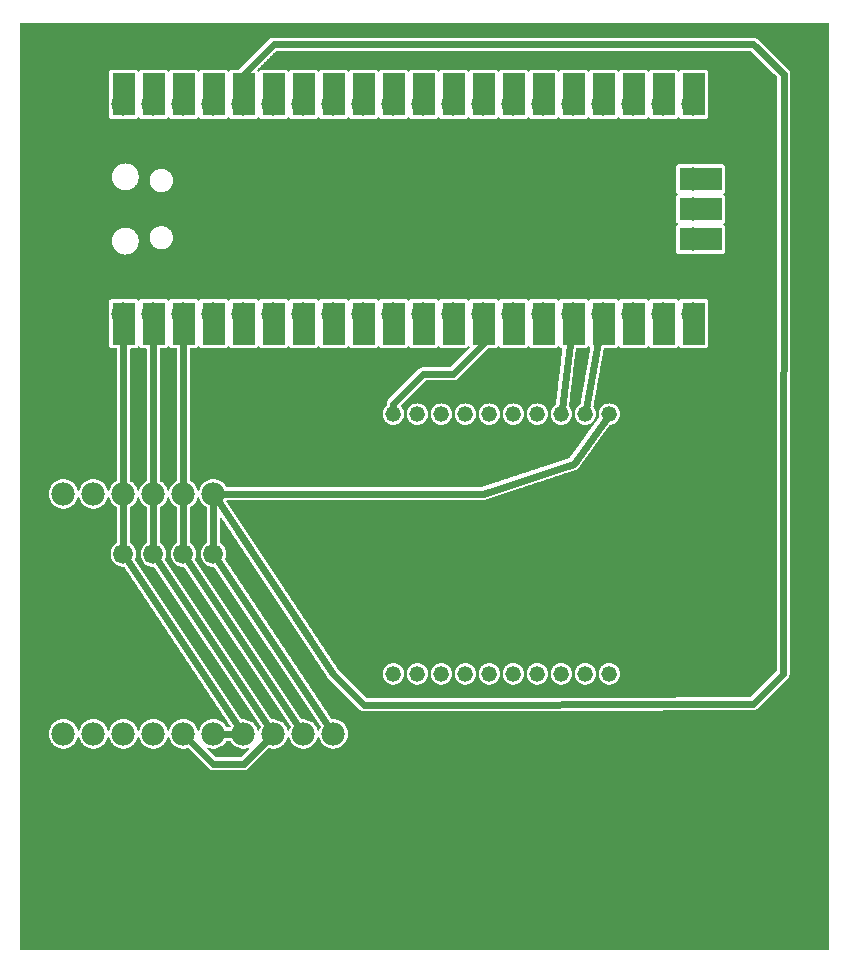
<source format=gbl>
G04 MADE WITH FRITZING*
G04 WWW.FRITZING.ORG*
G04 SINGLE SIDED*
G04 HOLES NOT PLATED*
G04 CONTOUR ON CENTER OF CONTOUR VECTOR*
%FSLAX26Y26*%
%MOIN*%
%ADD10C,0.075000*%
%ADD11C,0.078000*%
%ADD12C,0.052000*%
%ADD13C,0.066111*%
%ADD14R,0.078000X0.143667*%
%ADD15R,0.078000X0.144000*%
%ADD16R,0.144000X0.078000*%
%ADD17R,0.000156X0.000156*%
%ADD18C,0.024000*%
%ADD19C,0.000100*%
%ADD20R,0.001000X0.001000*%
%G04COPPER0*%
%FSLAX26Y26*%
%MOIN*%
D10*
X76900Y3072743D03*
D11*
X374108Y2150005D03*
X474156Y2150005D03*
X574156Y2150005D03*
X674156Y2150005D03*
X774156Y2150005D03*
X874156Y2150005D03*
X974156Y2150005D03*
X1074160Y2150005D03*
X1174160Y2150005D03*
X1274150Y2150005D03*
X1374150Y2150005D03*
X1474150Y2150005D03*
X1574150Y2150005D03*
X1674150Y2150005D03*
X1774150Y2150005D03*
X1874150Y2150005D03*
X1974150Y2150005D03*
X2074150Y2150005D03*
X2174150Y2150005D03*
X2274150Y2150005D03*
X2274150Y2849567D03*
X2174150Y2849567D03*
X2074150Y2849567D03*
X1974150Y2849567D03*
X1874150Y2849567D03*
X1774150Y2849567D03*
X1674150Y2849567D03*
X1574150Y2849567D03*
X1474150Y2849567D03*
X1374150Y2849567D03*
X1274150Y2849567D03*
X1174160Y2849567D03*
X1074160Y2849567D03*
X974156Y2849567D03*
X874156Y2849567D03*
X774156Y2849567D03*
X674156Y2849567D03*
X574156Y2849567D03*
X474156Y2849567D03*
X374156Y2849567D03*
X2274150Y2399567D03*
X2274150Y2499567D03*
X2274150Y2599567D03*
X674155Y1550010D03*
X574150Y1550010D03*
X474146Y1550010D03*
X374142Y1550010D03*
X274138Y1550010D03*
X174134Y1550010D03*
X374125Y750020D03*
X474130Y750020D03*
X574134Y750020D03*
X674203Y750060D03*
X774143Y750020D03*
X874147Y750020D03*
X974152Y750020D03*
X1074160Y750020D03*
X174198Y750020D03*
X274203Y750020D03*
D12*
X1994160Y1816140D03*
X1914160Y1816140D03*
X1834160Y1816140D03*
X1754160Y1816140D03*
X1674160Y1816140D03*
X1594160Y1816140D03*
X1514160Y1816140D03*
X1434160Y1816140D03*
X1354160Y1816140D03*
X1274160Y1816140D03*
X1274160Y950000D03*
X1354160Y950000D03*
X1434160Y950000D03*
X1514160Y950000D03*
X1594160Y950000D03*
X1674160Y950000D03*
X1754160Y950000D03*
X1834160Y950000D03*
X1914160Y950000D03*
X1994160Y950000D03*
D13*
X374156Y1350010D03*
X474142Y1350010D03*
X674184Y1350010D03*
X574156Y1350010D03*
D14*
X374510Y2117214D03*
D15*
X474510Y2117755D03*
X574510Y2117755D03*
X674510Y2117380D03*
X774510Y2117755D03*
X874510Y2117755D03*
X974510Y2117755D03*
X1074510Y2117755D03*
X1174510Y2117755D03*
X1274510Y2117755D03*
X1374510Y2117755D03*
X1474510Y2117755D03*
X1574510Y2117755D03*
X1674510Y2117755D03*
X1774510Y2117755D03*
X1874510Y2117755D03*
X1974510Y2117755D03*
X2074510Y2117755D03*
X2174510Y2117755D03*
X2274510Y2117755D03*
X2274510Y2882380D03*
X2174510Y2882380D03*
X2074510Y2882380D03*
X1974510Y2882380D03*
X1874510Y2882380D03*
X1774510Y2882380D03*
X1674510Y2882380D03*
X1574510Y2882380D03*
X1474510Y2882380D03*
X1374510Y2882380D03*
X1274510Y2882380D03*
X1174510Y2882380D03*
X1074510Y2882380D03*
X974510Y2882380D03*
X874510Y2882380D03*
X774510Y2882380D03*
X674510Y2882380D03*
X574510Y2882380D03*
X474510Y2882380D03*
X374510Y2882380D03*
D16*
X2298510Y2399380D03*
X2298510Y2499380D03*
X2298510Y2599380D03*
D17*
X368531Y2150005D03*
D18*
X473762Y1951090D02*
X474118Y2131010D01*
D02*
X474128Y1569010D02*
X473762Y1951090D01*
D02*
X674158Y1531010D02*
X674182Y1366400D01*
D02*
X763605Y765820D02*
X383247Y1336370D01*
D02*
X683274Y1336370D02*
X1063620Y765820D01*
D02*
X574152Y1531010D02*
X574155Y1366400D01*
D02*
X583246Y1336370D02*
X963612Y765820D01*
D02*
X1916990Y1831890D02*
X1970800Y2131310D01*
D02*
X1474050Y1950110D02*
X1574000Y2050060D01*
D02*
X1574000Y2050060D02*
X1574130Y2131010D01*
D02*
X1374100Y1950110D02*
X1474050Y1950110D01*
D02*
X1274160Y1850160D02*
X1374100Y1950110D01*
D02*
X1274160Y1832140D02*
X1274160Y1850160D01*
D02*
X1874510Y1650640D02*
X1573390Y1551530D01*
D02*
X1984780Y1803170D02*
X1874510Y1650640D01*
D02*
X1573390Y1551530D02*
X693156Y1550040D01*
D02*
X587543Y736540D02*
X674056Y649680D01*
D02*
X674056Y649680D02*
X774279Y649680D01*
D02*
X774279Y649680D02*
X860744Y736550D01*
D02*
X474146Y1531010D02*
X474142Y1366400D01*
D02*
X574151Y1569010D02*
X574155Y2131010D01*
D02*
X755144Y750020D02*
X693204Y750050D01*
D02*
X374155Y1366400D02*
X374143Y1531010D01*
D02*
X1072180Y951050D02*
X684671Y1534180D01*
D02*
X1175320Y847920D02*
X1072180Y951050D01*
D02*
X2473280Y850060D02*
X1175320Y847920D01*
D02*
X2574100Y950880D02*
X2473270Y850060D01*
D02*
X2575330Y2949612D02*
X2574110Y950890D01*
D02*
X2473570Y3048958D02*
X2575330Y2949613D01*
D02*
X874352Y3048958D02*
X2473560Y3048958D01*
D02*
X775008Y2949612D02*
X874352Y3048958D01*
D02*
X774317Y2868568D02*
X775008Y2949612D01*
D02*
X1836060Y1832030D02*
X1871900Y2131140D01*
D02*
X483233Y1336370D02*
X863609Y765820D01*
D02*
X374109Y2131010D02*
X374141Y1569010D01*
D19*
G36*
X729600Y728010D02*
X730400Y727750D01*
X731033Y727250D01*
X731400Y726710D01*
X733600Y722710D01*
X734200Y721850D01*
X739267Y715580D01*
X740267Y714680D01*
X746733Y709550D01*
X755167Y705080D01*
X764200Y702180D01*
X768867Y701380D01*
X773533Y701080D01*
X774733Y701080D01*
X779600Y701410D01*
X784233Y702210D01*
X791333Y704410D01*
X792167Y704410D01*
X792900Y704150D01*
X793567Y703610D01*
X794000Y702950D01*
X794200Y702150D01*
X794133Y701350D01*
X793800Y700580D01*
X765567Y672180D01*
X764833Y671810D01*
X764100Y671710D01*
X683800Y671750D01*
X682666Y672210D01*
X654500Y700550D01*
X654133Y701280D01*
X654033Y702110D01*
X654066Y702510D01*
X654366Y703280D01*
X654600Y703610D01*
X655200Y704150D01*
X655966Y704450D01*
X656766Y704510D01*
X664233Y702210D01*
X668966Y701410D01*
X673600Y701110D01*
X674800Y701110D01*
X679600Y701450D01*
X684933Y702410D01*
X693166Y705110D01*
X700833Y709180D01*
X702433Y710250D01*
X709200Y715810D01*
X714600Y722610D01*
X715200Y723580D01*
X717133Y727110D01*
X717700Y727650D01*
X718866Y728080D01*
X729600Y728010D01*
D02*
G37*
D02*
G36*
X729600Y728010D02*
X730400Y727750D01*
X731033Y727250D01*
X731400Y726710D01*
X733600Y722710D01*
X734200Y721850D01*
X739267Y715580D01*
X740267Y714680D01*
X746733Y709550D01*
X755167Y705080D01*
X764200Y702180D01*
X768867Y701380D01*
X773533Y701080D01*
X774733Y701080D01*
X779600Y701410D01*
X784233Y702210D01*
X791333Y704410D01*
X792167Y704410D01*
X792900Y704150D01*
X793567Y703610D01*
X794000Y702950D01*
X794200Y702150D01*
X794133Y701350D01*
X793800Y700580D01*
X765567Y672180D01*
X764833Y671810D01*
X764100Y671710D01*
X683800Y671750D01*
X682666Y672210D01*
X654500Y700550D01*
X654133Y701280D01*
X654033Y702110D01*
X654066Y702510D01*
X654366Y703280D01*
X654600Y703610D01*
X655200Y704150D01*
X655966Y704450D01*
X656766Y704510D01*
X664233Y702210D01*
X668966Y701410D01*
X673600Y701110D01*
X674800Y701110D01*
X679600Y701450D01*
X684933Y702410D01*
X693166Y705110D01*
X700833Y709180D01*
X702433Y710250D01*
X709200Y715810D01*
X714600Y722610D01*
X715200Y723580D01*
X717133Y727110D01*
X717700Y727650D01*
X718866Y728080D01*
X729600Y728010D01*
D02*
G37*
D02*
G36*
X525033Y1540770D02*
X526033Y1540070D01*
X526266Y1539740D01*
X526500Y1539210D01*
X529166Y1531070D01*
X533633Y1522610D01*
X539233Y1515640D01*
X540300Y1514640D01*
X546600Y1509640D01*
X551166Y1507070D01*
X551700Y1506510D01*
X552133Y1505340D01*
X552100Y1387870D01*
X551633Y1386740D01*
X550866Y1386110D01*
X549300Y1385070D01*
X543866Y1380640D01*
X542966Y1379670D01*
X538633Y1374240D01*
X534633Y1366740D01*
X532033Y1358740D01*
X531066Y1350340D01*
X531133Y1348910D01*
X532000Y1341540D01*
X532266Y1340510D01*
X534600Y1333370D01*
X538466Y1326040D01*
X543433Y1319840D01*
X544533Y1318840D01*
X550000Y1314510D01*
X550866Y1313970D01*
X557333Y1310570D01*
X558233Y1310210D01*
X565433Y1307970D01*
X566666Y1307740D01*
X573833Y1306970D01*
X575433Y1306940D01*
X576566Y1306470D01*
X577100Y1305870D01*
X931100Y774810D01*
X931333Y774010D01*
X931266Y773210D01*
X931033Y772610D01*
X929166Y769010D01*
X926366Y760510D01*
X925866Y759840D01*
X925200Y759370D01*
X924433Y759170D01*
X924000Y759140D01*
X923233Y759310D01*
X922233Y760010D01*
X922000Y760340D01*
X921766Y760870D01*
X919033Y769170D01*
X914700Y777370D01*
X908933Y784510D01*
X908000Y785370D01*
X901700Y790440D01*
X893100Y795010D01*
X884066Y797910D01*
X879400Y798710D01*
X874733Y799010D01*
X873533Y799010D01*
X869466Y798770D01*
X868666Y798910D01*
X867933Y799270D01*
X867400Y799870D01*
X513433Y1330770D01*
X513200Y1331570D01*
X513266Y1332370D01*
X514000Y1334310D01*
X516166Y1341310D01*
X516400Y1342640D01*
X517166Y1349740D01*
X517100Y1351170D01*
X516200Y1358670D01*
X513700Y1366640D01*
X509800Y1374010D01*
X504733Y1380310D01*
X503766Y1381210D01*
X498066Y1385710D01*
X497166Y1386240D01*
X496600Y1386840D01*
X496233Y1387570D01*
X496133Y1388270D01*
X496166Y1505510D01*
X496633Y1506640D01*
X497466Y1507310D01*
X501466Y1509510D01*
X502333Y1510110D01*
X508666Y1515240D01*
X509500Y1516170D01*
X514633Y1522640D01*
X519100Y1531070D01*
X521900Y1539570D01*
X522400Y1540240D01*
X523066Y1540710D01*
X523833Y1540910D01*
X524266Y1540940D01*
X525033Y1540770D01*
D02*
G37*
D02*
G36*
X525033Y1540770D02*
X526033Y1540070D01*
X526266Y1539740D01*
X526500Y1539210D01*
X529166Y1531070D01*
X533633Y1522610D01*
X539233Y1515640D01*
X540300Y1514640D01*
X546600Y1509640D01*
X551166Y1507070D01*
X551700Y1506510D01*
X552133Y1505340D01*
X552100Y1387870D01*
X551633Y1386740D01*
X550866Y1386110D01*
X549300Y1385070D01*
X543866Y1380640D01*
X542966Y1379670D01*
X538633Y1374240D01*
X534633Y1366740D01*
X532033Y1358740D01*
X531066Y1350340D01*
X531133Y1348910D01*
X532000Y1341540D01*
X532266Y1340510D01*
X534600Y1333370D01*
X538466Y1326040D01*
X543433Y1319840D01*
X544533Y1318840D01*
X550000Y1314510D01*
X550866Y1313970D01*
X557333Y1310570D01*
X558233Y1310210D01*
X565433Y1307970D01*
X566666Y1307740D01*
X573833Y1306970D01*
X575433Y1306940D01*
X576566Y1306470D01*
X577100Y1305870D01*
X931100Y774810D01*
X931333Y774010D01*
X931266Y773210D01*
X931033Y772610D01*
X929166Y769010D01*
X926366Y760510D01*
X925866Y759840D01*
X925200Y759370D01*
X924433Y759170D01*
X924000Y759140D01*
X923233Y759310D01*
X922233Y760010D01*
X922000Y760340D01*
X921766Y760870D01*
X919033Y769170D01*
X914700Y777370D01*
X908933Y784510D01*
X908000Y785370D01*
X901700Y790440D01*
X893100Y795010D01*
X884066Y797910D01*
X879400Y798710D01*
X874733Y799010D01*
X873533Y799010D01*
X869466Y798770D01*
X868666Y798910D01*
X867933Y799270D01*
X867400Y799870D01*
X513433Y1330770D01*
X513200Y1331570D01*
X513266Y1332370D01*
X514000Y1334310D01*
X516166Y1341310D01*
X516400Y1342640D01*
X517166Y1349740D01*
X517100Y1351170D01*
X516200Y1358670D01*
X513700Y1366640D01*
X509800Y1374010D01*
X504733Y1380310D01*
X503766Y1381210D01*
X498066Y1385710D01*
X497166Y1386240D01*
X496600Y1386840D01*
X496233Y1387570D01*
X496133Y1388270D01*
X496166Y1505510D01*
X496633Y1506640D01*
X497466Y1507310D01*
X501466Y1509510D01*
X502333Y1510110D01*
X508666Y1515240D01*
X509500Y1516170D01*
X514633Y1522640D01*
X519100Y1531070D01*
X521900Y1539570D01*
X522400Y1540240D01*
X523066Y1540710D01*
X523833Y1540910D01*
X524266Y1540940D01*
X525033Y1540770D01*
D02*
G37*
D02*
G36*
X625034Y1540770D02*
X626034Y1540070D01*
X626267Y1539740D01*
X626500Y1539210D01*
X629167Y1531070D01*
X633634Y1522610D01*
X639234Y1515640D01*
X640300Y1514640D01*
X646600Y1509640D01*
X651167Y1507070D01*
X651700Y1506510D01*
X652134Y1505340D01*
X652134Y1387910D01*
X651667Y1386770D01*
X651100Y1386240D01*
X649267Y1385040D01*
X643834Y1380570D01*
X642834Y1379470D01*
X638667Y1374240D01*
X634667Y1366740D01*
X632067Y1358740D01*
X631100Y1350340D01*
X631167Y1348910D01*
X632034Y1341540D01*
X632300Y1340510D01*
X634634Y1333370D01*
X638500Y1326040D01*
X643467Y1319840D01*
X644534Y1318840D01*
X649967Y1314540D01*
X651000Y1313910D01*
X657367Y1310570D01*
X658267Y1310210D01*
X665467Y1307970D01*
X666700Y1307740D01*
X673867Y1306970D01*
X675467Y1306940D01*
X676600Y1306470D01*
X677134Y1305870D01*
X1031100Y774810D01*
X1031330Y774010D01*
X1031270Y773210D01*
X1031030Y772610D01*
X1029170Y769010D01*
X1026370Y760510D01*
X1025870Y759840D01*
X1025200Y759370D01*
X1024430Y759170D01*
X1024000Y759140D01*
X1023230Y759310D01*
X1022230Y760010D01*
X1022000Y760340D01*
X1021770Y760870D01*
X1019030Y769170D01*
X1014700Y777370D01*
X1008930Y784510D01*
X1008000Y785370D01*
X1001700Y790440D01*
X993101Y795010D01*
X984067Y797910D01*
X979401Y798710D01*
X974734Y799010D01*
X973534Y799010D01*
X969467Y798770D01*
X968667Y798910D01*
X967934Y799270D01*
X967401Y799870D01*
X613434Y1330840D01*
X613200Y1331640D01*
X613267Y1332440D01*
X614034Y1334310D01*
X616200Y1341340D01*
X616434Y1342640D01*
X617200Y1349740D01*
X617134Y1351170D01*
X616267Y1358510D01*
X613667Y1366670D01*
X609800Y1374010D01*
X604734Y1380310D01*
X603767Y1381170D01*
X598367Y1385540D01*
X596934Y1386470D01*
X596434Y1387140D01*
X596167Y1387910D01*
X596167Y1505510D01*
X596634Y1506640D01*
X597467Y1507310D01*
X601467Y1509510D01*
X602334Y1510110D01*
X608667Y1515240D01*
X609500Y1516170D01*
X614634Y1522640D01*
X619100Y1531070D01*
X621900Y1539570D01*
X622400Y1540240D01*
X623067Y1540710D01*
X623834Y1540910D01*
X624267Y1540940D01*
X625034Y1540770D01*
D02*
G37*
D02*
G36*
X625034Y1540770D02*
X626034Y1540070D01*
X626267Y1539740D01*
X626500Y1539210D01*
X629167Y1531070D01*
X633634Y1522610D01*
X639234Y1515640D01*
X640300Y1514640D01*
X646600Y1509640D01*
X651167Y1507070D01*
X651700Y1506510D01*
X652134Y1505340D01*
X652134Y1387910D01*
X651667Y1386770D01*
X651100Y1386240D01*
X649267Y1385040D01*
X643834Y1380570D01*
X642834Y1379470D01*
X638667Y1374240D01*
X634667Y1366740D01*
X632067Y1358740D01*
X631100Y1350340D01*
X631167Y1348910D01*
X632034Y1341540D01*
X632300Y1340510D01*
X634634Y1333370D01*
X638500Y1326040D01*
X643467Y1319840D01*
X644534Y1318840D01*
X649967Y1314540D01*
X651000Y1313910D01*
X657367Y1310570D01*
X658267Y1310210D01*
X665467Y1307970D01*
X666700Y1307740D01*
X673867Y1306970D01*
X675467Y1306940D01*
X676600Y1306470D01*
X677134Y1305870D01*
X1031100Y774810D01*
X1031330Y774010D01*
X1031270Y773210D01*
X1031030Y772610D01*
X1029170Y769010D01*
X1026370Y760510D01*
X1025870Y759840D01*
X1025200Y759370D01*
X1024430Y759170D01*
X1024000Y759140D01*
X1023230Y759310D01*
X1022230Y760010D01*
X1022000Y760340D01*
X1021770Y760870D01*
X1019030Y769170D01*
X1014700Y777370D01*
X1008930Y784510D01*
X1008000Y785370D01*
X1001700Y790440D01*
X993101Y795010D01*
X984067Y797910D01*
X979401Y798710D01*
X974734Y799010D01*
X973534Y799010D01*
X969467Y798770D01*
X968667Y798910D01*
X967934Y799270D01*
X967401Y799870D01*
X613434Y1330840D01*
X613200Y1331640D01*
X613267Y1332440D01*
X614034Y1334310D01*
X616200Y1341340D01*
X616434Y1342640D01*
X617200Y1349740D01*
X617134Y1351170D01*
X616267Y1358510D01*
X613667Y1366670D01*
X609800Y1374010D01*
X604734Y1380310D01*
X603767Y1381170D01*
X598367Y1385540D01*
X596934Y1386470D01*
X596434Y1387140D01*
X596167Y1387910D01*
X596167Y1505510D01*
X596634Y1506640D01*
X597467Y1507310D01*
X601467Y1509510D01*
X602334Y1510110D01*
X608667Y1515240D01*
X609500Y1516170D01*
X614634Y1522640D01*
X619100Y1531070D01*
X621900Y1539570D01*
X622400Y1540240D01*
X623067Y1540710D01*
X623834Y1540910D01*
X624267Y1540940D01*
X625034Y1540770D01*
D02*
G37*
D02*
G36*
X425034Y1540770D02*
X426034Y1540070D01*
X426267Y1539740D01*
X426500Y1539210D01*
X429100Y1531110D01*
X433167Y1523410D01*
X434200Y1521840D01*
X439234Y1515640D01*
X440300Y1514640D01*
X446600Y1509640D01*
X451167Y1507070D01*
X451700Y1506510D01*
X452134Y1505340D01*
X452100Y1387910D01*
X451634Y1386770D01*
X451067Y1386240D01*
X450134Y1385710D01*
X443834Y1380640D01*
X442900Y1379610D01*
X438534Y1374070D01*
X438067Y1373310D01*
X434634Y1366740D01*
X432034Y1358740D01*
X431067Y1350340D01*
X431134Y1348910D01*
X432000Y1341540D01*
X432267Y1340510D01*
X434600Y1333370D01*
X438600Y1325870D01*
X443900Y1319340D01*
X449967Y1314510D01*
X450834Y1313970D01*
X457334Y1310570D01*
X458234Y1310210D01*
X465434Y1307970D01*
X466667Y1307740D01*
X473834Y1306970D01*
X475400Y1306940D01*
X476534Y1306470D01*
X477067Y1305870D01*
X831067Y774840D01*
X831300Y774040D01*
X831233Y773240D01*
X831000Y772640D01*
X829100Y768910D01*
X826367Y760510D01*
X825867Y759840D01*
X825200Y759370D01*
X824033Y759140D01*
X823233Y759310D01*
X822867Y759470D01*
X822233Y760010D01*
X822000Y760340D01*
X821767Y760870D01*
X819100Y769010D01*
X814600Y777410D01*
X814033Y778240D01*
X808967Y784510D01*
X808000Y785370D01*
X801700Y790440D01*
X793100Y795010D01*
X784067Y797910D01*
X779400Y798710D01*
X774733Y799010D01*
X773533Y799010D01*
X769467Y798770D01*
X768667Y798910D01*
X767933Y799270D01*
X767400Y799870D01*
X413434Y1330840D01*
X413200Y1331640D01*
X413267Y1332440D01*
X414034Y1334310D01*
X416200Y1341340D01*
X416434Y1342640D01*
X417200Y1349740D01*
X417134Y1351170D01*
X416267Y1358510D01*
X413667Y1366670D01*
X409800Y1374010D01*
X404734Y1380310D01*
X403767Y1381170D01*
X398367Y1385540D01*
X396934Y1386470D01*
X396434Y1387140D01*
X396167Y1387910D01*
X396167Y1505510D01*
X396634Y1506640D01*
X397467Y1507310D01*
X401467Y1509510D01*
X402334Y1510110D01*
X408667Y1515240D01*
X414600Y1522610D01*
X419034Y1530940D01*
X419467Y1532010D01*
X421900Y1539570D01*
X422400Y1540240D01*
X423067Y1540710D01*
X423834Y1540910D01*
X424267Y1540940D01*
X425034Y1540770D01*
D02*
G37*
D02*
G36*
X425034Y1540770D02*
X426034Y1540070D01*
X426267Y1539740D01*
X426500Y1539210D01*
X429100Y1531110D01*
X433167Y1523410D01*
X434200Y1521840D01*
X439234Y1515640D01*
X440300Y1514640D01*
X446600Y1509640D01*
X451167Y1507070D01*
X451700Y1506510D01*
X452134Y1505340D01*
X452100Y1387910D01*
X451634Y1386770D01*
X451067Y1386240D01*
X450134Y1385710D01*
X443834Y1380640D01*
X442900Y1379610D01*
X438534Y1374070D01*
X438067Y1373310D01*
X434634Y1366740D01*
X432034Y1358740D01*
X431067Y1350340D01*
X431134Y1348910D01*
X432000Y1341540D01*
X432267Y1340510D01*
X434600Y1333370D01*
X438600Y1325870D01*
X443900Y1319340D01*
X449967Y1314510D01*
X450834Y1313970D01*
X457334Y1310570D01*
X458234Y1310210D01*
X465434Y1307970D01*
X466667Y1307740D01*
X473834Y1306970D01*
X475400Y1306940D01*
X476534Y1306470D01*
X477067Y1305870D01*
X831067Y774840D01*
X831300Y774040D01*
X831233Y773240D01*
X831000Y772640D01*
X829100Y768910D01*
X826367Y760510D01*
X825867Y759840D01*
X825200Y759370D01*
X824033Y759140D01*
X823233Y759310D01*
X822867Y759470D01*
X822233Y760010D01*
X822000Y760340D01*
X821767Y760870D01*
X819100Y769010D01*
X814600Y777410D01*
X814033Y778240D01*
X808967Y784510D01*
X808000Y785370D01*
X801700Y790440D01*
X793100Y795010D01*
X784067Y797910D01*
X779400Y798710D01*
X774733Y799010D01*
X773533Y799010D01*
X769467Y798770D01*
X768667Y798910D01*
X767933Y799270D01*
X767400Y799870D01*
X413434Y1330840D01*
X413200Y1331640D01*
X413267Y1332440D01*
X414034Y1334310D01*
X416200Y1341340D01*
X416434Y1342640D01*
X417200Y1349740D01*
X417134Y1351170D01*
X416267Y1358510D01*
X413667Y1366670D01*
X409800Y1374010D01*
X404734Y1380310D01*
X403767Y1381170D01*
X398367Y1385540D01*
X396934Y1386470D01*
X396434Y1387140D01*
X396167Y1387910D01*
X396167Y1505510D01*
X396634Y1506640D01*
X397467Y1507310D01*
X401467Y1509510D01*
X402334Y1510110D01*
X408667Y1515240D01*
X414600Y1522610D01*
X419034Y1530940D01*
X419467Y1532010D01*
X421900Y1539570D01*
X422400Y1540240D01*
X423067Y1540710D01*
X423834Y1540910D01*
X424267Y1540940D01*
X425034Y1540770D01*
D02*
G37*
D02*
G36*
X525000Y2042310D02*
X525766Y2042010D01*
X526100Y2041770D01*
X528100Y2039040D01*
X529300Y2037940D01*
X530633Y2037040D01*
X532100Y2036370D01*
X533800Y2035940D01*
X535500Y2035770D01*
X550033Y2035740D01*
X551166Y2035270D01*
X551700Y2034670D01*
X552033Y2033940D01*
X552133Y2033540D01*
X552100Y1594540D01*
X551633Y1593410D01*
X550800Y1592740D01*
X546800Y1590540D01*
X545933Y1589940D01*
X539666Y1584870D01*
X538800Y1583910D01*
X533600Y1577410D01*
X529166Y1569010D01*
X526366Y1560510D01*
X525866Y1559840D01*
X525200Y1559370D01*
X524433Y1559170D01*
X524000Y1559140D01*
X523233Y1559310D01*
X522233Y1560010D01*
X522000Y1560340D01*
X521766Y1560870D01*
X519033Y1569170D01*
X514700Y1577370D01*
X508933Y1584510D01*
X507766Y1585570D01*
X501600Y1590440D01*
X500633Y1591040D01*
X497033Y1592970D01*
X496500Y1593570D01*
X496166Y1594310D01*
X496066Y1594970D01*
X495733Y1951140D01*
X495933Y2033670D01*
X496400Y2034810D01*
X497000Y2035340D01*
X497733Y2035670D01*
X498133Y2035770D01*
X514300Y2035810D01*
X515933Y2036070D01*
X517466Y2036610D01*
X518900Y2037370D01*
X520333Y2038470D01*
X521333Y2039570D01*
X522466Y2041310D01*
X523066Y2041870D01*
X523800Y2042240D01*
X524600Y2042340D01*
X525000Y2042310D01*
D02*
G37*
D02*
G36*
X525000Y2042310D02*
X525766Y2042010D01*
X526100Y2041770D01*
X528100Y2039040D01*
X529300Y2037940D01*
X530633Y2037040D01*
X532100Y2036370D01*
X533800Y2035940D01*
X535500Y2035770D01*
X550033Y2035740D01*
X551166Y2035270D01*
X551700Y2034670D01*
X552033Y2033940D01*
X552133Y2033540D01*
X552100Y1594540D01*
X551633Y1593410D01*
X550800Y1592740D01*
X546800Y1590540D01*
X545933Y1589940D01*
X539666Y1584870D01*
X538800Y1583910D01*
X533600Y1577410D01*
X529166Y1569010D01*
X526366Y1560510D01*
X525866Y1559840D01*
X525200Y1559370D01*
X524433Y1559170D01*
X524000Y1559140D01*
X523233Y1559310D01*
X522233Y1560010D01*
X522000Y1560340D01*
X521766Y1560870D01*
X519033Y1569170D01*
X514700Y1577370D01*
X508933Y1584510D01*
X507766Y1585570D01*
X501600Y1590440D01*
X500633Y1591040D01*
X497033Y1592970D01*
X496500Y1593570D01*
X496166Y1594310D01*
X496066Y1594970D01*
X495733Y1951140D01*
X495933Y2033670D01*
X496400Y2034810D01*
X497000Y2035340D01*
X497733Y2035670D01*
X498133Y2035770D01*
X514300Y2035810D01*
X515933Y2036070D01*
X517466Y2036610D01*
X518900Y2037370D01*
X520333Y2038470D01*
X521333Y2039570D01*
X522466Y2041310D01*
X523066Y2041870D01*
X523800Y2042240D01*
X524600Y2042340D01*
X525000Y2042310D01*
D02*
G37*
D02*
G36*
X425100Y2042150D02*
X425866Y2041850D01*
X426200Y2041610D01*
X428100Y2039050D01*
X429300Y2037950D01*
X430633Y2037050D01*
X432100Y2036380D01*
X433800Y2035950D01*
X435500Y2035780D01*
X449800Y2035750D01*
X450933Y2035280D01*
X451466Y2034680D01*
X451800Y2033950D01*
X451900Y2033280D01*
X451733Y1951150D01*
X452033Y1594510D01*
X451766Y1593750D01*
X451266Y1593080D01*
X450733Y1592710D01*
X446800Y1590550D01*
X445933Y1589950D01*
X439666Y1584880D01*
X438800Y1583910D01*
X433666Y1577510D01*
X429100Y1568910D01*
X426366Y1560510D01*
X425866Y1559850D01*
X425200Y1559380D01*
X424033Y1559150D01*
X423233Y1559310D01*
X422866Y1559480D01*
X422233Y1560010D01*
X422000Y1560350D01*
X421766Y1560880D01*
X419100Y1569010D01*
X414600Y1577410D01*
X414033Y1578250D01*
X408966Y1584510D01*
X407966Y1585410D01*
X401600Y1590450D01*
X400633Y1591050D01*
X397100Y1592980D01*
X396566Y1593550D01*
X396133Y1594710D01*
X396133Y2033310D01*
X396600Y2034450D01*
X397200Y2034980D01*
X397933Y2035310D01*
X398333Y2035410D01*
X414300Y2035450D01*
X415933Y2035710D01*
X417466Y2036250D01*
X418900Y2037010D01*
X420333Y2038110D01*
X421333Y2039210D01*
X422566Y2041150D01*
X423166Y2041710D01*
X423900Y2042080D01*
X424700Y2042180D01*
X425100Y2042150D01*
D02*
G37*
D02*
G36*
X425100Y2042150D02*
X425866Y2041850D01*
X426200Y2041610D01*
X428100Y2039050D01*
X429300Y2037950D01*
X430633Y2037050D01*
X432100Y2036380D01*
X433800Y2035950D01*
X435500Y2035780D01*
X449800Y2035750D01*
X450933Y2035280D01*
X451466Y2034680D01*
X451800Y2033950D01*
X451900Y2033280D01*
X451733Y1951150D01*
X452033Y1594510D01*
X451766Y1593750D01*
X451266Y1593080D01*
X450733Y1592710D01*
X446800Y1590550D01*
X445933Y1589950D01*
X439666Y1584880D01*
X438800Y1583910D01*
X433666Y1577510D01*
X429100Y1568910D01*
X426366Y1560510D01*
X425866Y1559850D01*
X425200Y1559380D01*
X424033Y1559150D01*
X423233Y1559310D01*
X422866Y1559480D01*
X422233Y1560010D01*
X422000Y1560350D01*
X421766Y1560880D01*
X419100Y1569010D01*
X414600Y1577410D01*
X414033Y1578250D01*
X408966Y1584510D01*
X407966Y1585410D01*
X401600Y1590450D01*
X400633Y1591050D01*
X397100Y1592980D01*
X396566Y1593550D01*
X396133Y1594710D01*
X396133Y2033310D01*
X396600Y2034450D01*
X397200Y2034980D01*
X397933Y2035310D01*
X398333Y2035410D01*
X414300Y2035450D01*
X415933Y2035710D01*
X417466Y2036250D01*
X418900Y2037010D01*
X420333Y2038110D01*
X421333Y2039210D01*
X422566Y2041150D01*
X423166Y2041710D01*
X423900Y2042080D01*
X424700Y2042180D01*
X425100Y2042150D01*
D02*
G37*
D02*
D20*
X31500Y3119110D02*
X2723500Y3119110D01*
X30500Y3118110D02*
X2724500Y3118110D01*
X30500Y3117110D02*
X2724500Y3117110D01*
X30500Y3116110D02*
X2724500Y3116110D01*
X30500Y3115110D02*
X2724500Y3115110D01*
X30500Y3114110D02*
X2724500Y3114110D01*
X30500Y3113110D02*
X2724500Y3113110D01*
X30500Y3112110D02*
X2724500Y3112110D01*
X30500Y3111110D02*
X2724500Y3111110D01*
X30500Y3110110D02*
X2724500Y3110110D01*
X30500Y3109110D02*
X2724500Y3109110D01*
X30500Y3108110D02*
X2724500Y3108110D01*
X30500Y3107110D02*
X2724500Y3107110D01*
X30500Y3106110D02*
X2724500Y3106110D01*
X30500Y3105110D02*
X2724500Y3105110D01*
X30500Y3104110D02*
X2724500Y3104110D01*
X30500Y3103110D02*
X2724500Y3103110D01*
X30500Y3102110D02*
X2724500Y3102110D01*
X30500Y3101110D02*
X2724500Y3101110D01*
X30500Y3100110D02*
X2724500Y3100110D01*
X30500Y3099110D02*
X2724500Y3099110D01*
X30500Y3098110D02*
X2724500Y3098110D01*
X30500Y3097110D02*
X2724500Y3097110D01*
X30500Y3096110D02*
X2724500Y3096110D01*
X30500Y3095110D02*
X2724500Y3095110D01*
X30500Y3094110D02*
X2724500Y3094110D01*
X30500Y3093110D02*
X2724500Y3093110D01*
X30500Y3092110D02*
X2724500Y3092110D01*
X30500Y3091110D02*
X2724500Y3091110D01*
X30500Y3090110D02*
X2724500Y3090110D01*
X30500Y3089110D02*
X2724500Y3089110D01*
X30500Y3088110D02*
X2724500Y3088110D01*
X30500Y3087110D02*
X2724500Y3087110D01*
X30500Y3086110D02*
X2724500Y3086110D01*
X30500Y3085110D02*
X2724500Y3085110D01*
X30500Y3084110D02*
X2724500Y3084110D01*
X30500Y3083110D02*
X2724500Y3083110D01*
X30500Y3082110D02*
X2724500Y3082110D01*
X30500Y3081110D02*
X2724500Y3081110D01*
X30500Y3080110D02*
X2724500Y3080110D01*
X30500Y3079110D02*
X2724500Y3079110D01*
X30500Y3078110D02*
X2724500Y3078110D01*
X30500Y3077110D02*
X2724500Y3077110D01*
X30500Y3076110D02*
X2724500Y3076110D01*
X30500Y3075110D02*
X2724500Y3075110D01*
X30500Y3074110D02*
X2724500Y3074110D01*
X30500Y3073110D02*
X2724500Y3073110D01*
X30500Y3072110D02*
X2724500Y3072110D01*
X30500Y3071110D02*
X2724500Y3071110D01*
X30500Y3070110D02*
X867500Y3070110D01*
X2479500Y3070110D02*
X2724500Y3070110D01*
X30500Y3069110D02*
X864500Y3069110D01*
X2481500Y3069110D02*
X2724500Y3069110D01*
X30500Y3068110D02*
X862500Y3068110D01*
X2483500Y3068110D02*
X2724500Y3068110D01*
X30500Y3067110D02*
X861500Y3067110D01*
X2485500Y3067110D02*
X2724500Y3067110D01*
X30500Y3066110D02*
X859500Y3066110D01*
X2486500Y3066110D02*
X2724500Y3066110D01*
X30500Y3065110D02*
X858500Y3065110D01*
X2488500Y3065110D02*
X2724500Y3065110D01*
X30500Y3064110D02*
X857500Y3064110D01*
X2489500Y3064110D02*
X2724500Y3064110D01*
X30500Y3063110D02*
X856500Y3063110D01*
X2490500Y3063110D02*
X2724500Y3063110D01*
X30500Y3062110D02*
X855500Y3062110D01*
X2491500Y3062110D02*
X2724500Y3062110D01*
X30500Y3061110D02*
X854500Y3061110D01*
X2492500Y3061110D02*
X2724500Y3061110D01*
X30500Y3060110D02*
X853500Y3060110D01*
X2493500Y3060110D02*
X2724500Y3060110D01*
X30500Y3059110D02*
X852500Y3059110D01*
X2494500Y3059110D02*
X2724500Y3059110D01*
X30500Y3058110D02*
X851500Y3058110D01*
X2495500Y3058110D02*
X2724500Y3058110D01*
X30500Y3057110D02*
X850500Y3057110D01*
X2496500Y3057110D02*
X2724500Y3057110D01*
X30500Y3056110D02*
X849500Y3056110D01*
X2497500Y3056110D02*
X2724500Y3056110D01*
X30500Y3055110D02*
X848500Y3055110D01*
X2498500Y3055110D02*
X2724500Y3055110D01*
X30500Y3054110D02*
X847500Y3054110D01*
X2499500Y3054110D02*
X2724500Y3054110D01*
X30500Y3053110D02*
X846500Y3053110D01*
X2500500Y3053110D02*
X2724500Y3053110D01*
X30500Y3052110D02*
X845500Y3052110D01*
X2501500Y3052110D02*
X2724500Y3052110D01*
X30500Y3051110D02*
X844500Y3051110D01*
X2502500Y3051110D02*
X2724500Y3051110D01*
X30500Y3050110D02*
X843500Y3050110D01*
X2503500Y3050110D02*
X2724500Y3050110D01*
X30500Y3049110D02*
X842500Y3049110D01*
X2504500Y3049110D02*
X2724500Y3049110D01*
X30500Y3048110D02*
X841500Y3048110D01*
X2505500Y3048110D02*
X2724500Y3048110D01*
X30500Y3047110D02*
X840500Y3047110D01*
X2506500Y3047110D02*
X2724500Y3047110D01*
X30500Y3046110D02*
X839500Y3046110D01*
X2507500Y3046110D02*
X2724500Y3046110D01*
X30500Y3045110D02*
X838500Y3045110D01*
X2508500Y3045110D02*
X2724500Y3045110D01*
X30500Y3044110D02*
X837500Y3044110D01*
X2509500Y3044110D02*
X2724500Y3044110D01*
X30500Y3043110D02*
X836500Y3043110D01*
X2510500Y3043110D02*
X2724500Y3043110D01*
X30500Y3042110D02*
X835500Y3042110D01*
X2511500Y3042110D02*
X2724500Y3042110D01*
X30500Y3041110D02*
X834500Y3041110D01*
X2512500Y3041110D02*
X2724500Y3041110D01*
X30500Y3040110D02*
X833500Y3040110D01*
X2513500Y3040110D02*
X2724500Y3040110D01*
X30500Y3039110D02*
X832500Y3039110D01*
X2514500Y3039110D02*
X2724500Y3039110D01*
X30500Y3038110D02*
X831500Y3038110D01*
X2515500Y3038110D02*
X2724500Y3038110D01*
X30500Y3037110D02*
X830500Y3037110D01*
X2516500Y3037110D02*
X2724500Y3037110D01*
X30500Y3036110D02*
X829500Y3036110D01*
X2517500Y3036110D02*
X2724500Y3036110D01*
X30500Y3035110D02*
X828500Y3035110D01*
X2518500Y3035110D02*
X2724500Y3035110D01*
X30500Y3034110D02*
X827500Y3034110D01*
X2519500Y3034110D02*
X2724500Y3034110D01*
X30500Y3033110D02*
X826500Y3033110D01*
X2521500Y3033110D02*
X2724500Y3033110D01*
X30500Y3032110D02*
X825500Y3032110D01*
X2522500Y3032110D02*
X2724500Y3032110D01*
X30500Y3031110D02*
X824500Y3031110D01*
X2523500Y3031110D02*
X2724500Y3031110D01*
X30500Y3030110D02*
X823500Y3030110D01*
X2524500Y3030110D02*
X2724500Y3030110D01*
X30500Y3029110D02*
X822500Y3029110D01*
X2525500Y3029110D02*
X2724500Y3029110D01*
X30500Y3028110D02*
X821500Y3028110D01*
X2526500Y3028110D02*
X2724500Y3028110D01*
X30500Y3027110D02*
X820500Y3027110D01*
X2527500Y3027110D02*
X2724500Y3027110D01*
X30500Y3026110D02*
X819500Y3026110D01*
X882500Y3026110D02*
X2464500Y3026110D01*
X2528500Y3026110D02*
X2724500Y3026110D01*
X30500Y3025110D02*
X818500Y3025110D01*
X881500Y3025110D02*
X2465500Y3025110D01*
X2529500Y3025110D02*
X2724500Y3025110D01*
X30500Y3024110D02*
X817500Y3024110D01*
X880500Y3024110D02*
X2466500Y3024110D01*
X2530500Y3024110D02*
X2724500Y3024110D01*
X30500Y3023110D02*
X816500Y3023110D01*
X879500Y3023110D02*
X2467500Y3023110D01*
X2531500Y3023110D02*
X2724500Y3023110D01*
X30500Y3022110D02*
X815500Y3022110D01*
X878500Y3022110D02*
X2468500Y3022110D01*
X2532500Y3022110D02*
X2724500Y3022110D01*
X30500Y3021110D02*
X814500Y3021110D01*
X877500Y3021110D02*
X2469500Y3021110D01*
X2533500Y3021110D02*
X2724500Y3021110D01*
X30500Y3020110D02*
X813500Y3020110D01*
X876500Y3020110D02*
X2470500Y3020110D01*
X2534500Y3020110D02*
X2724500Y3020110D01*
X30500Y3019110D02*
X812500Y3019110D01*
X875500Y3019110D02*
X2471500Y3019110D01*
X2535500Y3019110D02*
X2724500Y3019110D01*
X30500Y3018110D02*
X811500Y3018110D01*
X874500Y3018110D02*
X2472500Y3018110D01*
X2536500Y3018110D02*
X2724500Y3018110D01*
X30500Y3017110D02*
X810500Y3017110D01*
X873500Y3017110D02*
X2473500Y3017110D01*
X2537500Y3017110D02*
X2724500Y3017110D01*
X30500Y3016110D02*
X809500Y3016110D01*
X872500Y3016110D02*
X2474500Y3016110D01*
X2538500Y3016110D02*
X2724500Y3016110D01*
X30500Y3015110D02*
X808500Y3015110D01*
X871500Y3015110D02*
X2475500Y3015110D01*
X2539500Y3015110D02*
X2724500Y3015110D01*
X30500Y3014110D02*
X807500Y3014110D01*
X870500Y3014110D02*
X2476500Y3014110D01*
X2540500Y3014110D02*
X2724500Y3014110D01*
X30500Y3013110D02*
X806500Y3013110D01*
X869500Y3013110D02*
X2477500Y3013110D01*
X2541500Y3013110D02*
X2724500Y3013110D01*
X30500Y3012110D02*
X805500Y3012110D01*
X868500Y3012110D02*
X2478500Y3012110D01*
X2542500Y3012110D02*
X2724500Y3012110D01*
X30500Y3011110D02*
X804500Y3011110D01*
X867500Y3011110D02*
X2479500Y3011110D01*
X2543500Y3011110D02*
X2724500Y3011110D01*
X30500Y3010110D02*
X803500Y3010110D01*
X866500Y3010110D02*
X2480500Y3010110D01*
X2544500Y3010110D02*
X2724500Y3010110D01*
X30500Y3009110D02*
X802500Y3009110D01*
X865500Y3009110D02*
X2481500Y3009110D01*
X2545500Y3009110D02*
X2724500Y3009110D01*
X30500Y3008110D02*
X801500Y3008110D01*
X864500Y3008110D02*
X2482500Y3008110D01*
X2546500Y3008110D02*
X2724500Y3008110D01*
X30500Y3007110D02*
X800500Y3007110D01*
X863500Y3007110D02*
X2483500Y3007110D01*
X2547500Y3007110D02*
X2724500Y3007110D01*
X30500Y3006110D02*
X799500Y3006110D01*
X862500Y3006110D02*
X2484500Y3006110D01*
X2548500Y3006110D02*
X2724500Y3006110D01*
X30500Y3005110D02*
X798500Y3005110D01*
X861500Y3005110D02*
X2485500Y3005110D01*
X2549500Y3005110D02*
X2724500Y3005110D01*
X30500Y3004110D02*
X797500Y3004110D01*
X860500Y3004110D02*
X2486500Y3004110D01*
X2550500Y3004110D02*
X2724500Y3004110D01*
X30500Y3003110D02*
X796500Y3003110D01*
X859500Y3003110D02*
X2487500Y3003110D01*
X2551500Y3003110D02*
X2724500Y3003110D01*
X30500Y3002110D02*
X795500Y3002110D01*
X858500Y3002110D02*
X2488500Y3002110D01*
X2552500Y3002110D02*
X2724500Y3002110D01*
X30500Y3001110D02*
X794500Y3001110D01*
X857500Y3001110D02*
X2489500Y3001110D01*
X2553500Y3001110D02*
X2724500Y3001110D01*
X30500Y3000110D02*
X793500Y3000110D01*
X856500Y3000110D02*
X2490500Y3000110D01*
X2554500Y3000110D02*
X2724500Y3000110D01*
X30500Y2999110D02*
X792500Y2999110D01*
X855500Y2999110D02*
X2491500Y2999110D01*
X2555500Y2999110D02*
X2724500Y2999110D01*
X30500Y2998110D02*
X791500Y2998110D01*
X854500Y2998110D02*
X2492500Y2998110D01*
X2556500Y2998110D02*
X2724500Y2998110D01*
X30500Y2997110D02*
X790500Y2997110D01*
X853500Y2997110D02*
X2493500Y2997110D01*
X2557500Y2997110D02*
X2724500Y2997110D01*
X30500Y2996110D02*
X789500Y2996110D01*
X852500Y2996110D02*
X2494500Y2996110D01*
X2558500Y2996110D02*
X2724500Y2996110D01*
X30500Y2995110D02*
X788500Y2995110D01*
X851500Y2995110D02*
X2495500Y2995110D01*
X2559500Y2995110D02*
X2724500Y2995110D01*
X30500Y2994110D02*
X787500Y2994110D01*
X850500Y2994110D02*
X2496500Y2994110D01*
X2560500Y2994110D02*
X2724500Y2994110D01*
X30500Y2993110D02*
X786500Y2993110D01*
X849500Y2993110D02*
X2497500Y2993110D01*
X2561500Y2993110D02*
X2724500Y2993110D01*
X30500Y2992110D02*
X785500Y2992110D01*
X848500Y2992110D02*
X2498500Y2992110D01*
X2563500Y2992110D02*
X2724500Y2992110D01*
X30500Y2991110D02*
X784500Y2991110D01*
X847500Y2991110D02*
X2499500Y2991110D01*
X2564500Y2991110D02*
X2724500Y2991110D01*
X30500Y2990110D02*
X783500Y2990110D01*
X846500Y2990110D02*
X2501500Y2990110D01*
X2565500Y2990110D02*
X2724500Y2990110D01*
X30500Y2989110D02*
X782500Y2989110D01*
X845500Y2989110D02*
X2502500Y2989110D01*
X2566500Y2989110D02*
X2724500Y2989110D01*
X30500Y2988110D02*
X781500Y2988110D01*
X844500Y2988110D02*
X2503500Y2988110D01*
X2567500Y2988110D02*
X2724500Y2988110D01*
X30500Y2987110D02*
X780500Y2987110D01*
X843500Y2987110D02*
X2504500Y2987110D01*
X2568500Y2987110D02*
X2724500Y2987110D01*
X30500Y2986110D02*
X779500Y2986110D01*
X842500Y2986110D02*
X2505500Y2986110D01*
X2569500Y2986110D02*
X2724500Y2986110D01*
X30500Y2985110D02*
X778500Y2985110D01*
X841500Y2985110D02*
X2506500Y2985110D01*
X2570500Y2985110D02*
X2724500Y2985110D01*
X30500Y2984110D02*
X777500Y2984110D01*
X840500Y2984110D02*
X2507500Y2984110D01*
X2571500Y2984110D02*
X2724500Y2984110D01*
X30500Y2983110D02*
X776500Y2983110D01*
X839500Y2983110D02*
X2508500Y2983110D01*
X2572500Y2983110D02*
X2724500Y2983110D01*
X30500Y2982110D02*
X775500Y2982110D01*
X838500Y2982110D02*
X2509500Y2982110D01*
X2573500Y2982110D02*
X2724500Y2982110D01*
X30500Y2981110D02*
X774500Y2981110D01*
X837500Y2981110D02*
X2510500Y2981110D01*
X2574500Y2981110D02*
X2724500Y2981110D01*
X30500Y2980110D02*
X773500Y2980110D01*
X836500Y2980110D02*
X2511500Y2980110D01*
X2575500Y2980110D02*
X2724500Y2980110D01*
X30500Y2979110D02*
X772500Y2979110D01*
X835500Y2979110D02*
X2512500Y2979110D01*
X2576500Y2979110D02*
X2724500Y2979110D01*
X30500Y2978110D02*
X771500Y2978110D01*
X834500Y2978110D02*
X2513500Y2978110D01*
X2577500Y2978110D02*
X2724500Y2978110D01*
X30500Y2977110D02*
X770500Y2977110D01*
X833500Y2977110D02*
X2514500Y2977110D01*
X2578500Y2977110D02*
X2724500Y2977110D01*
X30500Y2976110D02*
X769500Y2976110D01*
X832500Y2976110D02*
X2515500Y2976110D01*
X2579500Y2976110D02*
X2724500Y2976110D01*
X30500Y2975110D02*
X768500Y2975110D01*
X831500Y2975110D02*
X2516500Y2975110D01*
X2580500Y2975110D02*
X2724500Y2975110D01*
X30500Y2974110D02*
X767500Y2974110D01*
X830500Y2974110D02*
X2517500Y2974110D01*
X2581500Y2974110D02*
X2724500Y2974110D01*
X30500Y2973110D02*
X766500Y2973110D01*
X829500Y2973110D02*
X2518500Y2973110D01*
X2582500Y2973110D02*
X2724500Y2973110D01*
X30500Y2972110D02*
X765500Y2972110D01*
X828500Y2972110D02*
X2519500Y2972110D01*
X2583500Y2972110D02*
X2724500Y2972110D01*
X30500Y2971110D02*
X764500Y2971110D01*
X827500Y2971110D02*
X2520500Y2971110D01*
X2584500Y2971110D02*
X2724500Y2971110D01*
X30500Y2970110D02*
X763500Y2970110D01*
X826500Y2970110D02*
X2521500Y2970110D01*
X2585500Y2970110D02*
X2724500Y2970110D01*
X30500Y2969110D02*
X762500Y2969110D01*
X825500Y2969110D02*
X2522500Y2969110D01*
X2586500Y2969110D02*
X2724500Y2969110D01*
X30500Y2968110D02*
X761500Y2968110D01*
X824500Y2968110D02*
X2523500Y2968110D01*
X2587500Y2968110D02*
X2724500Y2968110D01*
X30500Y2967110D02*
X760500Y2967110D01*
X823500Y2967110D02*
X2524500Y2967110D01*
X2588500Y2967110D02*
X2724500Y2967110D01*
X30500Y2966110D02*
X759500Y2966110D01*
X822500Y2966110D02*
X2525500Y2966110D01*
X2589500Y2966110D02*
X2724500Y2966110D01*
X30500Y2965110D02*
X758500Y2965110D01*
X821500Y2965110D02*
X2526500Y2965110D01*
X2590500Y2965110D02*
X2724500Y2965110D01*
X30500Y2964110D02*
X332500Y2964110D01*
X416500Y2964110D02*
X432500Y2964110D01*
X516500Y2964110D02*
X532500Y2964110D01*
X616500Y2964110D02*
X632500Y2964110D01*
X716500Y2964110D02*
X732500Y2964110D01*
X820500Y2964110D02*
X832500Y2964110D01*
X916500Y2964110D02*
X932500Y2964110D01*
X1016500Y2964110D02*
X1032500Y2964110D01*
X1116500Y2964110D02*
X1132500Y2964110D01*
X1215500Y2964110D02*
X1232500Y2964110D01*
X1315500Y2964110D02*
X1332500Y2964110D01*
X1415500Y2964110D02*
X1432500Y2964110D01*
X1515500Y2964110D02*
X1532500Y2964110D01*
X1615500Y2964110D02*
X1632500Y2964110D01*
X1715500Y2964110D02*
X1731500Y2964110D01*
X1815500Y2964110D02*
X1831500Y2964110D01*
X1915500Y2964110D02*
X1931500Y2964110D01*
X2015500Y2964110D02*
X2031500Y2964110D01*
X2115500Y2964110D02*
X2131500Y2964110D01*
X2215500Y2964110D02*
X2231500Y2964110D01*
X2315500Y2964110D02*
X2527500Y2964110D01*
X2591500Y2964110D02*
X2724500Y2964110D01*
X30500Y2963110D02*
X329500Y2963110D01*
X418500Y2963110D02*
X429500Y2963110D01*
X518500Y2963110D02*
X529500Y2963110D01*
X618500Y2963110D02*
X629500Y2963110D01*
X718500Y2963110D02*
X729500Y2963110D01*
X820500Y2963110D02*
X829500Y2963110D01*
X918500Y2963110D02*
X929500Y2963110D01*
X1018500Y2963110D02*
X1029500Y2963110D01*
X1118500Y2963110D02*
X1129500Y2963110D01*
X1218500Y2963110D02*
X1229500Y2963110D01*
X1318500Y2963110D02*
X1329500Y2963110D01*
X1418500Y2963110D02*
X1429500Y2963110D01*
X1518500Y2963110D02*
X1529500Y2963110D01*
X1618500Y2963110D02*
X1629500Y2963110D01*
X1718500Y2963110D02*
X1729500Y2963110D01*
X1818500Y2963110D02*
X1829500Y2963110D01*
X1918500Y2963110D02*
X1929500Y2963110D01*
X2018500Y2963110D02*
X2029500Y2963110D01*
X2118500Y2963110D02*
X2129500Y2963110D01*
X2218500Y2963110D02*
X2229500Y2963110D01*
X2318500Y2963110D02*
X2528500Y2963110D01*
X2592500Y2963110D02*
X2724500Y2963110D01*
X30500Y2962110D02*
X328500Y2962110D01*
X420500Y2962110D02*
X428500Y2962110D01*
X520500Y2962110D02*
X528500Y2962110D01*
X620500Y2962110D02*
X628500Y2962110D01*
X720500Y2962110D02*
X728500Y2962110D01*
X820500Y2962110D02*
X828500Y2962110D01*
X920500Y2962110D02*
X928500Y2962110D01*
X1020500Y2962110D02*
X1028500Y2962110D01*
X1120500Y2962110D02*
X1128500Y2962110D01*
X1219500Y2962110D02*
X1228500Y2962110D01*
X1319500Y2962110D02*
X1328500Y2962110D01*
X1419500Y2962110D02*
X1428500Y2962110D01*
X1519500Y2962110D02*
X1528500Y2962110D01*
X1619500Y2962110D02*
X1628500Y2962110D01*
X1719500Y2962110D02*
X1728500Y2962110D01*
X1819500Y2962110D02*
X1828500Y2962110D01*
X1919500Y2962110D02*
X1928500Y2962110D01*
X2019500Y2962110D02*
X2027500Y2962110D01*
X2119500Y2962110D02*
X2127500Y2962110D01*
X2219500Y2962110D02*
X2227500Y2962110D01*
X2319500Y2962110D02*
X2529500Y2962110D01*
X2593500Y2962110D02*
X2724500Y2962110D01*
X30500Y2961110D02*
X327500Y2961110D01*
X421500Y2961110D02*
X427500Y2961110D01*
X521500Y2961110D02*
X527500Y2961110D01*
X621500Y2961110D02*
X627500Y2961110D01*
X721500Y2961110D02*
X727500Y2961110D01*
X821500Y2961110D02*
X827500Y2961110D01*
X921500Y2961110D02*
X927500Y2961110D01*
X1021500Y2961110D02*
X1027500Y2961110D01*
X1121500Y2961110D02*
X1127500Y2961110D01*
X1220500Y2961110D02*
X1227500Y2961110D01*
X1320500Y2961110D02*
X1327500Y2961110D01*
X1420500Y2961110D02*
X1427500Y2961110D01*
X1520500Y2961110D02*
X1527500Y2961110D01*
X1620500Y2961110D02*
X1627500Y2961110D01*
X1720500Y2961110D02*
X1727500Y2961110D01*
X1820500Y2961110D02*
X1826500Y2961110D01*
X1920500Y2961110D02*
X1926500Y2961110D01*
X2020500Y2961110D02*
X2026500Y2961110D01*
X2120500Y2961110D02*
X2126500Y2961110D01*
X2220500Y2961110D02*
X2226500Y2961110D01*
X2320500Y2961110D02*
X2530500Y2961110D01*
X2593500Y2961110D02*
X2724500Y2961110D01*
X30500Y2960110D02*
X326500Y2960110D01*
X422500Y2960110D02*
X426500Y2960110D01*
X521500Y2960110D02*
X526500Y2960110D01*
X621500Y2960110D02*
X626500Y2960110D01*
X721500Y2960110D02*
X726500Y2960110D01*
X821500Y2960110D02*
X826500Y2960110D01*
X921500Y2960110D02*
X926500Y2960110D01*
X1021500Y2960110D02*
X1026500Y2960110D01*
X1121500Y2960110D02*
X1126500Y2960110D01*
X1221500Y2960110D02*
X1226500Y2960110D01*
X1321500Y2960110D02*
X1326500Y2960110D01*
X1421500Y2960110D02*
X1426500Y2960110D01*
X1521500Y2960110D02*
X1526500Y2960110D01*
X1621500Y2960110D02*
X1626500Y2960110D01*
X1721500Y2960110D02*
X1726500Y2960110D01*
X1821500Y2960110D02*
X1826500Y2960110D01*
X1921500Y2960110D02*
X1926500Y2960110D01*
X2021500Y2960110D02*
X2026500Y2960110D01*
X2121500Y2960110D02*
X2126500Y2960110D01*
X2221500Y2960110D02*
X2226500Y2960110D01*
X2321500Y2960110D02*
X2531500Y2960110D01*
X2594500Y2960110D02*
X2724500Y2960110D01*
X30500Y2959110D02*
X326500Y2959110D01*
X422500Y2959110D02*
X426500Y2959110D01*
X522500Y2959110D02*
X525500Y2959110D01*
X622500Y2959110D02*
X625500Y2959110D01*
X722500Y2959110D02*
X725500Y2959110D01*
X822500Y2959110D02*
X825500Y2959110D01*
X922500Y2959110D02*
X925500Y2959110D01*
X1022500Y2959110D02*
X1025500Y2959110D01*
X1122500Y2959110D02*
X1125500Y2959110D01*
X1222500Y2959110D02*
X1225500Y2959110D01*
X1322500Y2959110D02*
X1325500Y2959110D01*
X1422500Y2959110D02*
X1425500Y2959110D01*
X1522500Y2959110D02*
X1525500Y2959110D01*
X1622500Y2959110D02*
X1625500Y2959110D01*
X1722500Y2959110D02*
X1725500Y2959110D01*
X1822500Y2959110D02*
X1825500Y2959110D01*
X1922500Y2959110D02*
X1925500Y2959110D01*
X2022500Y2959110D02*
X2025500Y2959110D01*
X2122500Y2959110D02*
X2125500Y2959110D01*
X2222500Y2959110D02*
X2225500Y2959110D01*
X2322500Y2959110D02*
X2532500Y2959110D01*
X2594500Y2959110D02*
X2724500Y2959110D01*
X30500Y2958110D02*
X325500Y2958110D01*
X423500Y2958110D02*
X424500Y2958110D01*
X523500Y2958110D02*
X524500Y2958110D01*
X623500Y2958110D02*
X624500Y2958110D01*
X723500Y2958110D02*
X724500Y2958110D01*
X823500Y2958110D02*
X824500Y2958110D01*
X923500Y2958110D02*
X924500Y2958110D01*
X1023500Y2958110D02*
X1024500Y2958110D01*
X1123500Y2958110D02*
X1124500Y2958110D01*
X1223500Y2958110D02*
X1224500Y2958110D01*
X1323500Y2958110D02*
X1324500Y2958110D01*
X1423500Y2958110D02*
X1424500Y2958110D01*
X1523500Y2958110D02*
X1524500Y2958110D01*
X1623500Y2958110D02*
X1624500Y2958110D01*
X1723500Y2958110D02*
X1724500Y2958110D01*
X1823500Y2958110D02*
X1824500Y2958110D01*
X1923500Y2958110D02*
X1924500Y2958110D01*
X2023500Y2958110D02*
X2024500Y2958110D01*
X2123500Y2958110D02*
X2124500Y2958110D01*
X2223500Y2958110D02*
X2224500Y2958110D01*
X2322500Y2958110D02*
X2533500Y2958110D01*
X2595500Y2958110D02*
X2724500Y2958110D01*
X30500Y2957110D02*
X325500Y2957110D01*
X2322500Y2957110D02*
X2534500Y2957110D01*
X2595500Y2957110D02*
X2724500Y2957110D01*
X30500Y2956110D02*
X325500Y2956110D01*
X2323500Y2956110D02*
X2535500Y2956110D01*
X2595500Y2956110D02*
X2724500Y2956110D01*
X30500Y2955110D02*
X324500Y2955110D01*
X2323500Y2955110D02*
X2536500Y2955110D01*
X2596500Y2955110D02*
X2724500Y2955110D01*
X30500Y2954110D02*
X324500Y2954110D01*
X2323500Y2954110D02*
X2537500Y2954110D01*
X2596500Y2954110D02*
X2724500Y2954110D01*
X30500Y2953110D02*
X324500Y2953110D01*
X2323500Y2953110D02*
X2538500Y2953110D01*
X2596500Y2953110D02*
X2724500Y2953110D01*
X30500Y2952110D02*
X324500Y2952110D01*
X2323500Y2952110D02*
X2539500Y2952110D01*
X2596500Y2952110D02*
X2724500Y2952110D01*
X30500Y2951110D02*
X324500Y2951110D01*
X2323500Y2951110D02*
X2540500Y2951110D01*
X2596500Y2951110D02*
X2724500Y2951110D01*
X30500Y2950110D02*
X324500Y2950110D01*
X2323500Y2950110D02*
X2541500Y2950110D01*
X2596500Y2950110D02*
X2724500Y2950110D01*
X30500Y2949110D02*
X324500Y2949110D01*
X2323500Y2949110D02*
X2542500Y2949110D01*
X2596500Y2949110D02*
X2724500Y2949110D01*
X30500Y2948110D02*
X324500Y2948110D01*
X2323500Y2948110D02*
X2544500Y2948110D01*
X2596500Y2948110D02*
X2724500Y2948110D01*
X30500Y2947110D02*
X324500Y2947110D01*
X2323500Y2947110D02*
X2545500Y2947110D01*
X2596500Y2947110D02*
X2724500Y2947110D01*
X30500Y2946110D02*
X324500Y2946110D01*
X2323500Y2946110D02*
X2546500Y2946110D01*
X2596500Y2946110D02*
X2724500Y2946110D01*
X30500Y2945110D02*
X324500Y2945110D01*
X2323500Y2945110D02*
X2547500Y2945110D01*
X2596500Y2945110D02*
X2724500Y2945110D01*
X30500Y2944110D02*
X324500Y2944110D01*
X2323500Y2944110D02*
X2548500Y2944110D01*
X2596500Y2944110D02*
X2724500Y2944110D01*
X30500Y2943110D02*
X324500Y2943110D01*
X2323500Y2943110D02*
X2549500Y2943110D01*
X2596500Y2943110D02*
X2724500Y2943110D01*
X30500Y2942110D02*
X324500Y2942110D01*
X2323500Y2942110D02*
X2550500Y2942110D01*
X2596500Y2942110D02*
X2724500Y2942110D01*
X30500Y2941110D02*
X324500Y2941110D01*
X2323500Y2941110D02*
X2551500Y2941110D01*
X2596500Y2941110D02*
X2724500Y2941110D01*
X30500Y2940110D02*
X324500Y2940110D01*
X2323500Y2940110D02*
X2551500Y2940110D01*
X2596500Y2940110D02*
X2724500Y2940110D01*
X30500Y2939110D02*
X324500Y2939110D01*
X2323500Y2939110D02*
X2551500Y2939110D01*
X2596500Y2939110D02*
X2724500Y2939110D01*
X30500Y2938110D02*
X324500Y2938110D01*
X2323500Y2938110D02*
X2551500Y2938110D01*
X2596500Y2938110D02*
X2724500Y2938110D01*
X30500Y2937110D02*
X324500Y2937110D01*
X2323500Y2937110D02*
X2551500Y2937110D01*
X2596500Y2937110D02*
X2724500Y2937110D01*
X30500Y2936110D02*
X324500Y2936110D01*
X2323500Y2936110D02*
X2551500Y2936110D01*
X2596500Y2936110D02*
X2724500Y2936110D01*
X30500Y2935110D02*
X324500Y2935110D01*
X2323500Y2935110D02*
X2551500Y2935110D01*
X2596500Y2935110D02*
X2724500Y2935110D01*
X30500Y2934110D02*
X324500Y2934110D01*
X2323500Y2934110D02*
X2551500Y2934110D01*
X2596500Y2934110D02*
X2724500Y2934110D01*
X30500Y2933110D02*
X324500Y2933110D01*
X2323500Y2933110D02*
X2551500Y2933110D01*
X2596500Y2933110D02*
X2724500Y2933110D01*
X30500Y2932110D02*
X324500Y2932110D01*
X2323500Y2932110D02*
X2551500Y2932110D01*
X2596500Y2932110D02*
X2724500Y2932110D01*
X30500Y2931110D02*
X324500Y2931110D01*
X2323500Y2931110D02*
X2551500Y2931110D01*
X2596500Y2931110D02*
X2724500Y2931110D01*
X30500Y2930110D02*
X324500Y2930110D01*
X2323500Y2930110D02*
X2551500Y2930110D01*
X2596500Y2930110D02*
X2724500Y2930110D01*
X30500Y2929110D02*
X324500Y2929110D01*
X2323500Y2929110D02*
X2551500Y2929110D01*
X2596500Y2929110D02*
X2724500Y2929110D01*
X30500Y2928110D02*
X324500Y2928110D01*
X2323500Y2928110D02*
X2551500Y2928110D01*
X2596500Y2928110D02*
X2724500Y2928110D01*
X30500Y2927110D02*
X324500Y2927110D01*
X2323500Y2927110D02*
X2551500Y2927110D01*
X2596500Y2927110D02*
X2724500Y2927110D01*
X30500Y2926110D02*
X324500Y2926110D01*
X2323500Y2926110D02*
X2551500Y2926110D01*
X2596500Y2926110D02*
X2724500Y2926110D01*
X30500Y2925110D02*
X324500Y2925110D01*
X2323500Y2925110D02*
X2551500Y2925110D01*
X2596500Y2925110D02*
X2724500Y2925110D01*
X30500Y2924110D02*
X324500Y2924110D01*
X2323500Y2924110D02*
X2551500Y2924110D01*
X2596500Y2924110D02*
X2724500Y2924110D01*
X30500Y2923110D02*
X324500Y2923110D01*
X2323500Y2923110D02*
X2551500Y2923110D01*
X2596500Y2923110D02*
X2724500Y2923110D01*
X30500Y2922110D02*
X324500Y2922110D01*
X2323500Y2922110D02*
X2551500Y2922110D01*
X2596500Y2922110D02*
X2724500Y2922110D01*
X30500Y2921110D02*
X324500Y2921110D01*
X2323500Y2921110D02*
X2551500Y2921110D01*
X2596500Y2921110D02*
X2724500Y2921110D01*
X30500Y2920110D02*
X324500Y2920110D01*
X2323500Y2920110D02*
X2551500Y2920110D01*
X2596500Y2920110D02*
X2724500Y2920110D01*
X30500Y2919110D02*
X324500Y2919110D01*
X2323500Y2919110D02*
X2551500Y2919110D01*
X2596500Y2919110D02*
X2724500Y2919110D01*
X30500Y2918110D02*
X324500Y2918110D01*
X2323500Y2918110D02*
X2551500Y2918110D01*
X2596500Y2918110D02*
X2724500Y2918110D01*
X30500Y2917110D02*
X324500Y2917110D01*
X2323500Y2917110D02*
X2551500Y2917110D01*
X2596500Y2917110D02*
X2724500Y2917110D01*
X30500Y2916110D02*
X324500Y2916110D01*
X2323500Y2916110D02*
X2551500Y2916110D01*
X2596500Y2916110D02*
X2724500Y2916110D01*
X30500Y2915110D02*
X324500Y2915110D01*
X2323500Y2915110D02*
X2551500Y2915110D01*
X2596500Y2915110D02*
X2724500Y2915110D01*
X30500Y2914110D02*
X324500Y2914110D01*
X2323500Y2914110D02*
X2551500Y2914110D01*
X2596500Y2914110D02*
X2724500Y2914110D01*
X30500Y2913110D02*
X324500Y2913110D01*
X2323500Y2913110D02*
X2551500Y2913110D01*
X2596500Y2913110D02*
X2724500Y2913110D01*
X30500Y2912110D02*
X324500Y2912110D01*
X2323500Y2912110D02*
X2551500Y2912110D01*
X2596500Y2912110D02*
X2724500Y2912110D01*
X30500Y2911110D02*
X324500Y2911110D01*
X2323500Y2911110D02*
X2551500Y2911110D01*
X2596500Y2911110D02*
X2724500Y2911110D01*
X30500Y2910110D02*
X324500Y2910110D01*
X2323500Y2910110D02*
X2551500Y2910110D01*
X2596500Y2910110D02*
X2724500Y2910110D01*
X30500Y2909110D02*
X324500Y2909110D01*
X2323500Y2909110D02*
X2551500Y2909110D01*
X2596500Y2909110D02*
X2724500Y2909110D01*
X30500Y2908110D02*
X324500Y2908110D01*
X2323500Y2908110D02*
X2551500Y2908110D01*
X2596500Y2908110D02*
X2724500Y2908110D01*
X30500Y2907110D02*
X324500Y2907110D01*
X2323500Y2907110D02*
X2551500Y2907110D01*
X2596500Y2907110D02*
X2724500Y2907110D01*
X30500Y2906110D02*
X324500Y2906110D01*
X2323500Y2906110D02*
X2551500Y2906110D01*
X2596500Y2906110D02*
X2724500Y2906110D01*
X30500Y2905110D02*
X324500Y2905110D01*
X2323500Y2905110D02*
X2551500Y2905110D01*
X2596500Y2905110D02*
X2724500Y2905110D01*
X30500Y2904110D02*
X324500Y2904110D01*
X2323500Y2904110D02*
X2551500Y2904110D01*
X2596500Y2904110D02*
X2724500Y2904110D01*
X30500Y2903110D02*
X324500Y2903110D01*
X2323500Y2903110D02*
X2551500Y2903110D01*
X2596500Y2903110D02*
X2724500Y2903110D01*
X30500Y2902110D02*
X324500Y2902110D01*
X2323500Y2902110D02*
X2551500Y2902110D01*
X2596500Y2902110D02*
X2724500Y2902110D01*
X30500Y2901110D02*
X324500Y2901110D01*
X2323500Y2901110D02*
X2551500Y2901110D01*
X2596500Y2901110D02*
X2724500Y2901110D01*
X30500Y2900110D02*
X324500Y2900110D01*
X2323500Y2900110D02*
X2551500Y2900110D01*
X2596500Y2900110D02*
X2724500Y2900110D01*
X30500Y2899110D02*
X324500Y2899110D01*
X2323500Y2899110D02*
X2551500Y2899110D01*
X2596500Y2899110D02*
X2724500Y2899110D01*
X30500Y2898110D02*
X324500Y2898110D01*
X2323500Y2898110D02*
X2551500Y2898110D01*
X2596500Y2898110D02*
X2724500Y2898110D01*
X30500Y2897110D02*
X324500Y2897110D01*
X2323500Y2897110D02*
X2551500Y2897110D01*
X2596500Y2897110D02*
X2724500Y2897110D01*
X30500Y2896110D02*
X324500Y2896110D01*
X2323500Y2896110D02*
X2551500Y2896110D01*
X2596500Y2896110D02*
X2724500Y2896110D01*
X30500Y2895110D02*
X324500Y2895110D01*
X2323500Y2895110D02*
X2551500Y2895110D01*
X2596500Y2895110D02*
X2724500Y2895110D01*
X30500Y2894110D02*
X324500Y2894110D01*
X2323500Y2894110D02*
X2551500Y2894110D01*
X2596500Y2894110D02*
X2724500Y2894110D01*
X30500Y2893110D02*
X324500Y2893110D01*
X2323500Y2893110D02*
X2551500Y2893110D01*
X2596500Y2893110D02*
X2724500Y2893110D01*
X30500Y2892110D02*
X324500Y2892110D01*
X2323500Y2892110D02*
X2551500Y2892110D01*
X2596500Y2892110D02*
X2724500Y2892110D01*
X30500Y2891110D02*
X324500Y2891110D01*
X2323500Y2891110D02*
X2551500Y2891110D01*
X2596500Y2891110D02*
X2724500Y2891110D01*
X30500Y2890110D02*
X324500Y2890110D01*
X2323500Y2890110D02*
X2551500Y2890110D01*
X2596500Y2890110D02*
X2724500Y2890110D01*
X30500Y2889110D02*
X324500Y2889110D01*
X2323500Y2889110D02*
X2551500Y2889110D01*
X2596500Y2889110D02*
X2724500Y2889110D01*
X30500Y2888110D02*
X324500Y2888110D01*
X2323500Y2888110D02*
X2551500Y2888110D01*
X2596500Y2888110D02*
X2724500Y2888110D01*
X30500Y2887110D02*
X324500Y2887110D01*
X2323500Y2887110D02*
X2551500Y2887110D01*
X2596500Y2887110D02*
X2724500Y2887110D01*
X30500Y2886110D02*
X324500Y2886110D01*
X2323500Y2886110D02*
X2551500Y2886110D01*
X2596500Y2886110D02*
X2724500Y2886110D01*
X30500Y2885110D02*
X324500Y2885110D01*
X2323500Y2885110D02*
X2551500Y2885110D01*
X2596500Y2885110D02*
X2724500Y2885110D01*
X30500Y2884110D02*
X324500Y2884110D01*
X2323500Y2884110D02*
X2551500Y2884110D01*
X2596500Y2884110D02*
X2724500Y2884110D01*
X30500Y2883110D02*
X324500Y2883110D01*
X2323500Y2883110D02*
X2551500Y2883110D01*
X2596500Y2883110D02*
X2724500Y2883110D01*
X30500Y2882110D02*
X324500Y2882110D01*
X2323500Y2882110D02*
X2551500Y2882110D01*
X2596500Y2882110D02*
X2724500Y2882110D01*
X30500Y2881110D02*
X324500Y2881110D01*
X2323500Y2881110D02*
X2551500Y2881110D01*
X2596500Y2881110D02*
X2724500Y2881110D01*
X30500Y2880110D02*
X324500Y2880110D01*
X2323500Y2880110D02*
X2551500Y2880110D01*
X2596500Y2880110D02*
X2724500Y2880110D01*
X30500Y2879110D02*
X324500Y2879110D01*
X2323500Y2879110D02*
X2551500Y2879110D01*
X2596500Y2879110D02*
X2724500Y2879110D01*
X30500Y2878110D02*
X324500Y2878110D01*
X2323500Y2878110D02*
X2551500Y2878110D01*
X2596500Y2878110D02*
X2724500Y2878110D01*
X30500Y2877110D02*
X324500Y2877110D01*
X2323500Y2877110D02*
X2551500Y2877110D01*
X2596500Y2877110D02*
X2724500Y2877110D01*
X30500Y2876110D02*
X324500Y2876110D01*
X2323500Y2876110D02*
X2551500Y2876110D01*
X2596500Y2876110D02*
X2724500Y2876110D01*
X30500Y2875110D02*
X324500Y2875110D01*
X2323500Y2875110D02*
X2551500Y2875110D01*
X2596500Y2875110D02*
X2724500Y2875110D01*
X30500Y2874110D02*
X324500Y2874110D01*
X2323500Y2874110D02*
X2551500Y2874110D01*
X2596500Y2874110D02*
X2724500Y2874110D01*
X30500Y2873110D02*
X324500Y2873110D01*
X2323500Y2873110D02*
X2551500Y2873110D01*
X2596500Y2873110D02*
X2724500Y2873110D01*
X30500Y2872110D02*
X324500Y2872110D01*
X2323500Y2872110D02*
X2551500Y2872110D01*
X2596500Y2872110D02*
X2724500Y2872110D01*
X30500Y2871110D02*
X324500Y2871110D01*
X2323500Y2871110D02*
X2551500Y2871110D01*
X2596500Y2871110D02*
X2724500Y2871110D01*
X30500Y2870110D02*
X324500Y2870110D01*
X2323500Y2870110D02*
X2551500Y2870110D01*
X2596500Y2870110D02*
X2724500Y2870110D01*
X30500Y2869110D02*
X324500Y2869110D01*
X2323500Y2869110D02*
X2551500Y2869110D01*
X2596500Y2869110D02*
X2724500Y2869110D01*
X30500Y2868110D02*
X324500Y2868110D01*
X2323500Y2868110D02*
X2551500Y2868110D01*
X2596500Y2868110D02*
X2724500Y2868110D01*
X30500Y2867110D02*
X324500Y2867110D01*
X2323500Y2867110D02*
X2551500Y2867110D01*
X2596500Y2867110D02*
X2724500Y2867110D01*
X30500Y2866110D02*
X324500Y2866110D01*
X2323500Y2866110D02*
X2551500Y2866110D01*
X2596500Y2866110D02*
X2724500Y2866110D01*
X30500Y2865110D02*
X324500Y2865110D01*
X2323500Y2865110D02*
X2551500Y2865110D01*
X2596500Y2865110D02*
X2724500Y2865110D01*
X30500Y2864110D02*
X324500Y2864110D01*
X2323500Y2864110D02*
X2551500Y2864110D01*
X2596500Y2864110D02*
X2724500Y2864110D01*
X30500Y2863110D02*
X324500Y2863110D01*
X2323500Y2863110D02*
X2551500Y2863110D01*
X2596500Y2863110D02*
X2724500Y2863110D01*
X30500Y2862110D02*
X324500Y2862110D01*
X2323500Y2862110D02*
X2551500Y2862110D01*
X2596500Y2862110D02*
X2724500Y2862110D01*
X30500Y2861110D02*
X324500Y2861110D01*
X2323500Y2861110D02*
X2551500Y2861110D01*
X2596500Y2861110D02*
X2724500Y2861110D01*
X30500Y2860110D02*
X324500Y2860110D01*
X2323500Y2860110D02*
X2551500Y2860110D01*
X2596500Y2860110D02*
X2724500Y2860110D01*
X30500Y2859110D02*
X324500Y2859110D01*
X2323500Y2859110D02*
X2551500Y2859110D01*
X2596500Y2859110D02*
X2724500Y2859110D01*
X30500Y2858110D02*
X324500Y2858110D01*
X2323500Y2858110D02*
X2551500Y2858110D01*
X2596500Y2858110D02*
X2724500Y2858110D01*
X30500Y2857110D02*
X324500Y2857110D01*
X2323500Y2857110D02*
X2551500Y2857110D01*
X2596500Y2857110D02*
X2724500Y2857110D01*
X30500Y2856110D02*
X324500Y2856110D01*
X2323500Y2856110D02*
X2551500Y2856110D01*
X2596500Y2856110D02*
X2724500Y2856110D01*
X30500Y2855110D02*
X324500Y2855110D01*
X2323500Y2855110D02*
X2551500Y2855110D01*
X2596500Y2855110D02*
X2724500Y2855110D01*
X30500Y2854110D02*
X324500Y2854110D01*
X2323500Y2854110D02*
X2551500Y2854110D01*
X2596500Y2854110D02*
X2724500Y2854110D01*
X30500Y2853110D02*
X324500Y2853110D01*
X2323500Y2853110D02*
X2551500Y2853110D01*
X2596500Y2853110D02*
X2724500Y2853110D01*
X30500Y2852110D02*
X324500Y2852110D01*
X2323500Y2852110D02*
X2551500Y2852110D01*
X2596500Y2852110D02*
X2724500Y2852110D01*
X30500Y2851110D02*
X324500Y2851110D01*
X2323500Y2851110D02*
X2551500Y2851110D01*
X2596500Y2851110D02*
X2724500Y2851110D01*
X30500Y2850110D02*
X324500Y2850110D01*
X2323500Y2850110D02*
X2551500Y2850110D01*
X2596500Y2850110D02*
X2724500Y2850110D01*
X30500Y2849110D02*
X324500Y2849110D01*
X2323500Y2849110D02*
X2551500Y2849110D01*
X2596500Y2849110D02*
X2724500Y2849110D01*
X30500Y2848110D02*
X324500Y2848110D01*
X2323500Y2848110D02*
X2551500Y2848110D01*
X2596500Y2848110D02*
X2724500Y2848110D01*
X30500Y2847110D02*
X324500Y2847110D01*
X2323500Y2847110D02*
X2551500Y2847110D01*
X2596500Y2847110D02*
X2724500Y2847110D01*
X30500Y2846110D02*
X324500Y2846110D01*
X2323500Y2846110D02*
X2551500Y2846110D01*
X2596500Y2846110D02*
X2724500Y2846110D01*
X30500Y2845110D02*
X324500Y2845110D01*
X2323500Y2845110D02*
X2551500Y2845110D01*
X2596500Y2845110D02*
X2724500Y2845110D01*
X30500Y2844110D02*
X324500Y2844110D01*
X2323500Y2844110D02*
X2551500Y2844110D01*
X2596500Y2844110D02*
X2724500Y2844110D01*
X30500Y2843110D02*
X324500Y2843110D01*
X2323500Y2843110D02*
X2551500Y2843110D01*
X2596500Y2843110D02*
X2724500Y2843110D01*
X30500Y2842110D02*
X324500Y2842110D01*
X2323500Y2842110D02*
X2551500Y2842110D01*
X2596500Y2842110D02*
X2724500Y2842110D01*
X30500Y2841110D02*
X324500Y2841110D01*
X2323500Y2841110D02*
X2551500Y2841110D01*
X2596500Y2841110D02*
X2724500Y2841110D01*
X30500Y2840110D02*
X324500Y2840110D01*
X2323500Y2840110D02*
X2551500Y2840110D01*
X2596500Y2840110D02*
X2724500Y2840110D01*
X30500Y2839110D02*
X324500Y2839110D01*
X2323500Y2839110D02*
X2551500Y2839110D01*
X2596500Y2839110D02*
X2724500Y2839110D01*
X30500Y2838110D02*
X324500Y2838110D01*
X2323500Y2838110D02*
X2551500Y2838110D01*
X2596500Y2838110D02*
X2724500Y2838110D01*
X30500Y2837110D02*
X324500Y2837110D01*
X2323500Y2837110D02*
X2551500Y2837110D01*
X2596500Y2837110D02*
X2724500Y2837110D01*
X30500Y2836110D02*
X324500Y2836110D01*
X2323500Y2836110D02*
X2551500Y2836110D01*
X2596500Y2836110D02*
X2724500Y2836110D01*
X30500Y2835110D02*
X324500Y2835110D01*
X2323500Y2835110D02*
X2551500Y2835110D01*
X2596500Y2835110D02*
X2724500Y2835110D01*
X30500Y2834110D02*
X324500Y2834110D01*
X2323500Y2834110D02*
X2551500Y2834110D01*
X2596500Y2834110D02*
X2724500Y2834110D01*
X30500Y2833110D02*
X324500Y2833110D01*
X2323500Y2833110D02*
X2551500Y2833110D01*
X2596500Y2833110D02*
X2724500Y2833110D01*
X30500Y2832110D02*
X324500Y2832110D01*
X2323500Y2832110D02*
X2551500Y2832110D01*
X2596500Y2832110D02*
X2724500Y2832110D01*
X30500Y2831110D02*
X324500Y2831110D01*
X2323500Y2831110D02*
X2551500Y2831110D01*
X2596500Y2831110D02*
X2724500Y2831110D01*
X30500Y2830110D02*
X324500Y2830110D01*
X2323500Y2830110D02*
X2551500Y2830110D01*
X2596500Y2830110D02*
X2724500Y2830110D01*
X30500Y2829110D02*
X324500Y2829110D01*
X2323500Y2829110D02*
X2551500Y2829110D01*
X2596500Y2829110D02*
X2724500Y2829110D01*
X30500Y2828110D02*
X324500Y2828110D01*
X2323500Y2828110D02*
X2551500Y2828110D01*
X2596500Y2828110D02*
X2724500Y2828110D01*
X30500Y2827110D02*
X324500Y2827110D01*
X2323500Y2827110D02*
X2551500Y2827110D01*
X2596500Y2827110D02*
X2724500Y2827110D01*
X30500Y2826110D02*
X324500Y2826110D01*
X2323500Y2826110D02*
X2551500Y2826110D01*
X2596500Y2826110D02*
X2724500Y2826110D01*
X30500Y2825110D02*
X324500Y2825110D01*
X2323500Y2825110D02*
X2551500Y2825110D01*
X2596500Y2825110D02*
X2724500Y2825110D01*
X30500Y2824110D02*
X324500Y2824110D01*
X2323500Y2824110D02*
X2551500Y2824110D01*
X2596500Y2824110D02*
X2724500Y2824110D01*
X30500Y2823110D02*
X324500Y2823110D01*
X2323500Y2823110D02*
X2551500Y2823110D01*
X2596500Y2823110D02*
X2724500Y2823110D01*
X30500Y2822110D02*
X324500Y2822110D01*
X2323500Y2822110D02*
X2551500Y2822110D01*
X2596500Y2822110D02*
X2724500Y2822110D01*
X30500Y2821110D02*
X324500Y2821110D01*
X2323500Y2821110D02*
X2551500Y2821110D01*
X2596500Y2821110D02*
X2724500Y2821110D01*
X30500Y2820110D02*
X324500Y2820110D01*
X2323500Y2820110D02*
X2551500Y2820110D01*
X2596500Y2820110D02*
X2724500Y2820110D01*
X30500Y2819110D02*
X324500Y2819110D01*
X2323500Y2819110D02*
X2551500Y2819110D01*
X2596500Y2819110D02*
X2724500Y2819110D01*
X30500Y2818110D02*
X324500Y2818110D01*
X2323500Y2818110D02*
X2551500Y2818110D01*
X2596500Y2818110D02*
X2724500Y2818110D01*
X30500Y2817110D02*
X324500Y2817110D01*
X2323500Y2817110D02*
X2551500Y2817110D01*
X2596500Y2817110D02*
X2724500Y2817110D01*
X30500Y2816110D02*
X324500Y2816110D01*
X2323500Y2816110D02*
X2551500Y2816110D01*
X2596500Y2816110D02*
X2724500Y2816110D01*
X30500Y2815110D02*
X324500Y2815110D01*
X2323500Y2815110D02*
X2551500Y2815110D01*
X2596500Y2815110D02*
X2724500Y2815110D01*
X30500Y2814110D02*
X324500Y2814110D01*
X2323500Y2814110D02*
X2551500Y2814110D01*
X2596500Y2814110D02*
X2724500Y2814110D01*
X30500Y2813110D02*
X324500Y2813110D01*
X2323500Y2813110D02*
X2551500Y2813110D01*
X2596500Y2813110D02*
X2724500Y2813110D01*
X30500Y2812110D02*
X324500Y2812110D01*
X2323500Y2812110D02*
X2551500Y2812110D01*
X2596500Y2812110D02*
X2724500Y2812110D01*
X30500Y2811110D02*
X324500Y2811110D01*
X2323500Y2811110D02*
X2551500Y2811110D01*
X2596500Y2811110D02*
X2724500Y2811110D01*
X30500Y2810110D02*
X324500Y2810110D01*
X2323500Y2810110D02*
X2551500Y2810110D01*
X2596500Y2810110D02*
X2724500Y2810110D01*
X30500Y2809110D02*
X325500Y2809110D01*
X2323500Y2809110D02*
X2551500Y2809110D01*
X2596500Y2809110D02*
X2724500Y2809110D01*
X30500Y2808110D02*
X325500Y2808110D01*
X2322500Y2808110D02*
X2551500Y2808110D01*
X2596500Y2808110D02*
X2724500Y2808110D01*
X30500Y2807110D02*
X325500Y2807110D01*
X2322500Y2807110D02*
X2551500Y2807110D01*
X2596500Y2807110D02*
X2724500Y2807110D01*
X30500Y2806110D02*
X325500Y2806110D01*
X422500Y2806110D02*
X425500Y2806110D01*
X522500Y2806110D02*
X525500Y2806110D01*
X622500Y2806110D02*
X625500Y2806110D01*
X722500Y2806110D02*
X725500Y2806110D01*
X822500Y2806110D02*
X825500Y2806110D01*
X922500Y2806110D02*
X925500Y2806110D01*
X1022500Y2806110D02*
X1025500Y2806110D01*
X1122500Y2806110D02*
X1125500Y2806110D01*
X1222500Y2806110D02*
X1225500Y2806110D01*
X1322500Y2806110D02*
X1325500Y2806110D01*
X1422500Y2806110D02*
X1425500Y2806110D01*
X1522500Y2806110D02*
X1525500Y2806110D01*
X1622500Y2806110D02*
X1625500Y2806110D01*
X1722500Y2806110D02*
X1725500Y2806110D01*
X1822500Y2806110D02*
X1825500Y2806110D01*
X1922500Y2806110D02*
X1925500Y2806110D01*
X2022500Y2806110D02*
X2025500Y2806110D01*
X2122500Y2806110D02*
X2125500Y2806110D01*
X2222500Y2806110D02*
X2225500Y2806110D01*
X2322500Y2806110D02*
X2551500Y2806110D01*
X2596500Y2806110D02*
X2724500Y2806110D01*
X30500Y2805110D02*
X326500Y2805110D01*
X422500Y2805110D02*
X426500Y2805110D01*
X522500Y2805110D02*
X526500Y2805110D01*
X622500Y2805110D02*
X626500Y2805110D01*
X722500Y2805110D02*
X726500Y2805110D01*
X822500Y2805110D02*
X826500Y2805110D01*
X922500Y2805110D02*
X926500Y2805110D01*
X1022500Y2805110D02*
X1026500Y2805110D01*
X1121500Y2805110D02*
X1126500Y2805110D01*
X1221500Y2805110D02*
X1226500Y2805110D01*
X1321500Y2805110D02*
X1326500Y2805110D01*
X1421500Y2805110D02*
X1426500Y2805110D01*
X1521500Y2805110D02*
X1526500Y2805110D01*
X1621500Y2805110D02*
X1626500Y2805110D01*
X1721500Y2805110D02*
X1726500Y2805110D01*
X1821500Y2805110D02*
X1826500Y2805110D01*
X1921500Y2805110D02*
X1925500Y2805110D01*
X2021500Y2805110D02*
X2025500Y2805110D01*
X2121500Y2805110D02*
X2125500Y2805110D01*
X2221500Y2805110D02*
X2225500Y2805110D01*
X2321500Y2805110D02*
X2551500Y2805110D01*
X2596500Y2805110D02*
X2724500Y2805110D01*
X30500Y2804110D02*
X327500Y2804110D01*
X421500Y2804110D02*
X427500Y2804110D01*
X521500Y2804110D02*
X527500Y2804110D01*
X621500Y2804110D02*
X627500Y2804110D01*
X721500Y2804110D02*
X727500Y2804110D01*
X821500Y2804110D02*
X827500Y2804110D01*
X921500Y2804110D02*
X927500Y2804110D01*
X1021500Y2804110D02*
X1027500Y2804110D01*
X1121500Y2804110D02*
X1126500Y2804110D01*
X1221500Y2804110D02*
X1226500Y2804110D01*
X1321500Y2804110D02*
X1326500Y2804110D01*
X1421500Y2804110D02*
X1426500Y2804110D01*
X1521500Y2804110D02*
X1526500Y2804110D01*
X1621500Y2804110D02*
X1626500Y2804110D01*
X1721500Y2804110D02*
X1726500Y2804110D01*
X1821500Y2804110D02*
X1826500Y2804110D01*
X1921500Y2804110D02*
X1926500Y2804110D01*
X2020500Y2804110D02*
X2026500Y2804110D01*
X2120500Y2804110D02*
X2126500Y2804110D01*
X2220500Y2804110D02*
X2226500Y2804110D01*
X2320500Y2804110D02*
X2551500Y2804110D01*
X2596500Y2804110D02*
X2724500Y2804110D01*
X30500Y2803110D02*
X328500Y2803110D01*
X420500Y2803110D02*
X428500Y2803110D01*
X520500Y2803110D02*
X528500Y2803110D01*
X620500Y2803110D02*
X628500Y2803110D01*
X720500Y2803110D02*
X728500Y2803110D01*
X820500Y2803110D02*
X828500Y2803110D01*
X920500Y2803110D02*
X927500Y2803110D01*
X1020500Y2803110D02*
X1027500Y2803110D01*
X1120500Y2803110D02*
X1127500Y2803110D01*
X1220500Y2803110D02*
X1227500Y2803110D01*
X1320500Y2803110D02*
X1327500Y2803110D01*
X1420500Y2803110D02*
X1427500Y2803110D01*
X1520500Y2803110D02*
X1527500Y2803110D01*
X1620500Y2803110D02*
X1627500Y2803110D01*
X1720500Y2803110D02*
X1727500Y2803110D01*
X1820500Y2803110D02*
X1827500Y2803110D01*
X1920500Y2803110D02*
X1927500Y2803110D01*
X2020500Y2803110D02*
X2027500Y2803110D01*
X2120500Y2803110D02*
X2127500Y2803110D01*
X2219500Y2803110D02*
X2227500Y2803110D01*
X2319500Y2803110D02*
X2551500Y2803110D01*
X2596500Y2803110D02*
X2724500Y2803110D01*
X30500Y2802110D02*
X329500Y2802110D01*
X419500Y2802110D02*
X429500Y2802110D01*
X519500Y2802110D02*
X529500Y2802110D01*
X619500Y2802110D02*
X629500Y2802110D01*
X719500Y2802110D02*
X729500Y2802110D01*
X819500Y2802110D02*
X829500Y2802110D01*
X919500Y2802110D02*
X929500Y2802110D01*
X1019500Y2802110D02*
X1029500Y2802110D01*
X1119500Y2802110D02*
X1129500Y2802110D01*
X1218500Y2802110D02*
X1229500Y2802110D01*
X1318500Y2802110D02*
X1329500Y2802110D01*
X1418500Y2802110D02*
X1429500Y2802110D01*
X1518500Y2802110D02*
X1529500Y2802110D01*
X1618500Y2802110D02*
X1629500Y2802110D01*
X1718500Y2802110D02*
X1729500Y2802110D01*
X1818500Y2802110D02*
X1829500Y2802110D01*
X1918500Y2802110D02*
X1928500Y2802110D01*
X2018500Y2802110D02*
X2028500Y2802110D01*
X2118500Y2802110D02*
X2128500Y2802110D01*
X2218500Y2802110D02*
X2228500Y2802110D01*
X2318500Y2802110D02*
X2551500Y2802110D01*
X2596500Y2802110D02*
X2724500Y2802110D01*
X30500Y2801110D02*
X331500Y2801110D01*
X417500Y2801110D02*
X431500Y2801110D01*
X517500Y2801110D02*
X531500Y2801110D01*
X617500Y2801110D02*
X631500Y2801110D01*
X717500Y2801110D02*
X731500Y2801110D01*
X817500Y2801110D02*
X831500Y2801110D01*
X917500Y2801110D02*
X931500Y2801110D01*
X1017500Y2801110D02*
X1031500Y2801110D01*
X1116500Y2801110D02*
X1131500Y2801110D01*
X1216500Y2801110D02*
X1231500Y2801110D01*
X1316500Y2801110D02*
X1331500Y2801110D01*
X1416500Y2801110D02*
X1431500Y2801110D01*
X1516500Y2801110D02*
X1531500Y2801110D01*
X1616500Y2801110D02*
X1631500Y2801110D01*
X1716500Y2801110D02*
X1731500Y2801110D01*
X1816500Y2801110D02*
X1830500Y2801110D01*
X1916500Y2801110D02*
X1930500Y2801110D01*
X2016500Y2801110D02*
X2030500Y2801110D01*
X2116500Y2801110D02*
X2130500Y2801110D01*
X2216500Y2801110D02*
X2230500Y2801110D01*
X2316500Y2801110D02*
X2551500Y2801110D01*
X2596500Y2801110D02*
X2724500Y2801110D01*
X30500Y2800110D02*
X2551500Y2800110D01*
X2596500Y2800110D02*
X2724500Y2800110D01*
X30500Y2799110D02*
X2551500Y2799110D01*
X2596500Y2799110D02*
X2724500Y2799110D01*
X30500Y2798110D02*
X2551500Y2798110D01*
X2596500Y2798110D02*
X2724500Y2798110D01*
X30500Y2797110D02*
X2551500Y2797110D01*
X2596500Y2797110D02*
X2724500Y2797110D01*
X30500Y2796110D02*
X2551500Y2796110D01*
X2596500Y2796110D02*
X2724500Y2796110D01*
X30500Y2795110D02*
X2551500Y2795110D01*
X2596500Y2795110D02*
X2724500Y2795110D01*
X30500Y2794110D02*
X2551500Y2794110D01*
X2596500Y2794110D02*
X2724500Y2794110D01*
X30500Y2793110D02*
X2551500Y2793110D01*
X2596500Y2793110D02*
X2724500Y2793110D01*
X30500Y2792110D02*
X2551500Y2792110D01*
X2596500Y2792110D02*
X2724500Y2792110D01*
X30500Y2791110D02*
X2551500Y2791110D01*
X2596500Y2791110D02*
X2724500Y2791110D01*
X30500Y2790110D02*
X2551500Y2790110D01*
X2596500Y2790110D02*
X2724500Y2790110D01*
X30500Y2789110D02*
X2551500Y2789110D01*
X2596500Y2789110D02*
X2724500Y2789110D01*
X30500Y2788110D02*
X2551500Y2788110D01*
X2596500Y2788110D02*
X2724500Y2788110D01*
X30500Y2787110D02*
X2551500Y2787110D01*
X2596500Y2787110D02*
X2724500Y2787110D01*
X30500Y2786110D02*
X2551500Y2786110D01*
X2596500Y2786110D02*
X2724500Y2786110D01*
X30500Y2785110D02*
X2551500Y2785110D01*
X2596500Y2785110D02*
X2724500Y2785110D01*
X30500Y2784110D02*
X2551500Y2784110D01*
X2596500Y2784110D02*
X2724500Y2784110D01*
X30500Y2783110D02*
X2551500Y2783110D01*
X2596500Y2783110D02*
X2724500Y2783110D01*
X30500Y2782110D02*
X2551500Y2782110D01*
X2596500Y2782110D02*
X2724500Y2782110D01*
X30500Y2781110D02*
X2551500Y2781110D01*
X2596500Y2781110D02*
X2724500Y2781110D01*
X30500Y2780110D02*
X2551500Y2780110D01*
X2596500Y2780110D02*
X2724500Y2780110D01*
X30500Y2779110D02*
X2551500Y2779110D01*
X2596500Y2779110D02*
X2724500Y2779110D01*
X30500Y2778110D02*
X2551500Y2778110D01*
X2596500Y2778110D02*
X2724500Y2778110D01*
X30500Y2777110D02*
X2551500Y2777110D01*
X2596500Y2777110D02*
X2724500Y2777110D01*
X30500Y2776110D02*
X2551500Y2776110D01*
X2596500Y2776110D02*
X2724500Y2776110D01*
X30500Y2775110D02*
X2551500Y2775110D01*
X2596500Y2775110D02*
X2724500Y2775110D01*
X30500Y2774110D02*
X2551500Y2774110D01*
X2596500Y2774110D02*
X2724500Y2774110D01*
X30500Y2773110D02*
X2551500Y2773110D01*
X2596500Y2773110D02*
X2724500Y2773110D01*
X30500Y2772110D02*
X2551500Y2772110D01*
X2596500Y2772110D02*
X2724500Y2772110D01*
X30500Y2771110D02*
X2551500Y2771110D01*
X2596500Y2771110D02*
X2724500Y2771110D01*
X30500Y2770110D02*
X2551500Y2770110D01*
X2596500Y2770110D02*
X2724500Y2770110D01*
X30500Y2769110D02*
X2551500Y2769110D01*
X2596500Y2769110D02*
X2724500Y2769110D01*
X30500Y2768110D02*
X2551500Y2768110D01*
X2596500Y2768110D02*
X2724500Y2768110D01*
X30500Y2767110D02*
X2551500Y2767110D01*
X2596500Y2767110D02*
X2724500Y2767110D01*
X30500Y2766110D02*
X2551500Y2766110D01*
X2596500Y2766110D02*
X2724500Y2766110D01*
X30500Y2765110D02*
X2551500Y2765110D01*
X2596500Y2765110D02*
X2724500Y2765110D01*
X30500Y2764110D02*
X2551500Y2764110D01*
X2596500Y2764110D02*
X2724500Y2764110D01*
X30500Y2763110D02*
X2551500Y2763110D01*
X2596500Y2763110D02*
X2724500Y2763110D01*
X30500Y2762110D02*
X2551500Y2762110D01*
X2596500Y2762110D02*
X2724500Y2762110D01*
X30500Y2761110D02*
X2551500Y2761110D01*
X2596500Y2761110D02*
X2724500Y2761110D01*
X30500Y2760110D02*
X2551500Y2760110D01*
X2596500Y2760110D02*
X2724500Y2760110D01*
X30500Y2759110D02*
X2551500Y2759110D01*
X2596500Y2759110D02*
X2724500Y2759110D01*
X30500Y2758110D02*
X2551500Y2758110D01*
X2596500Y2758110D02*
X2724500Y2758110D01*
X30500Y2757110D02*
X2551500Y2757110D01*
X2596500Y2757110D02*
X2724500Y2757110D01*
X30500Y2756110D02*
X2551500Y2756110D01*
X2596500Y2756110D02*
X2724500Y2756110D01*
X30500Y2755110D02*
X2551500Y2755110D01*
X2596500Y2755110D02*
X2724500Y2755110D01*
X30500Y2754110D02*
X2551500Y2754110D01*
X2596500Y2754110D02*
X2724500Y2754110D01*
X30500Y2753110D02*
X2551500Y2753110D01*
X2596500Y2753110D02*
X2724500Y2753110D01*
X30500Y2752110D02*
X2551500Y2752110D01*
X2596500Y2752110D02*
X2724500Y2752110D01*
X30500Y2751110D02*
X2551500Y2751110D01*
X2596500Y2751110D02*
X2724500Y2751110D01*
X30500Y2750110D02*
X2551500Y2750110D01*
X2596500Y2750110D02*
X2724500Y2750110D01*
X30500Y2749110D02*
X2551500Y2749110D01*
X2596500Y2749110D02*
X2724500Y2749110D01*
X30500Y2748110D02*
X2551500Y2748110D01*
X2596500Y2748110D02*
X2724500Y2748110D01*
X30500Y2747110D02*
X2551500Y2747110D01*
X2596500Y2747110D02*
X2724500Y2747110D01*
X30500Y2746110D02*
X2551500Y2746110D01*
X2596500Y2746110D02*
X2724500Y2746110D01*
X30500Y2745110D02*
X2551500Y2745110D01*
X2596500Y2745110D02*
X2724500Y2745110D01*
X30500Y2744110D02*
X2551500Y2744110D01*
X2596500Y2744110D02*
X2724500Y2744110D01*
X30500Y2743110D02*
X2551500Y2743110D01*
X2596500Y2743110D02*
X2724500Y2743110D01*
X30500Y2742110D02*
X2551500Y2742110D01*
X2596500Y2742110D02*
X2724500Y2742110D01*
X30500Y2741110D02*
X2551500Y2741110D01*
X2596500Y2741110D02*
X2724500Y2741110D01*
X30500Y2740110D02*
X2551500Y2740110D01*
X2596500Y2740110D02*
X2724500Y2740110D01*
X30500Y2739110D02*
X2551500Y2739110D01*
X2596500Y2739110D02*
X2724500Y2739110D01*
X30500Y2738110D02*
X2551500Y2738110D01*
X2596500Y2738110D02*
X2724500Y2738110D01*
X30500Y2737110D02*
X2551500Y2737110D01*
X2596500Y2737110D02*
X2724500Y2737110D01*
X30500Y2736110D02*
X2551500Y2736110D01*
X2596500Y2736110D02*
X2724500Y2736110D01*
X30500Y2735110D02*
X2551500Y2735110D01*
X2596500Y2735110D02*
X2724500Y2735110D01*
X30500Y2734110D02*
X2551500Y2734110D01*
X2596500Y2734110D02*
X2724500Y2734110D01*
X30500Y2733110D02*
X2551500Y2733110D01*
X2596500Y2733110D02*
X2724500Y2733110D01*
X30500Y2732110D02*
X2551500Y2732110D01*
X2596500Y2732110D02*
X2724500Y2732110D01*
X30500Y2731110D02*
X2551500Y2731110D01*
X2596500Y2731110D02*
X2724500Y2731110D01*
X30500Y2730110D02*
X2551500Y2730110D01*
X2596500Y2730110D02*
X2724500Y2730110D01*
X30500Y2729110D02*
X2551500Y2729110D01*
X2596500Y2729110D02*
X2724500Y2729110D01*
X30500Y2728110D02*
X2551500Y2728110D01*
X2596500Y2728110D02*
X2724500Y2728110D01*
X30500Y2727110D02*
X2551500Y2727110D01*
X2596500Y2727110D02*
X2724500Y2727110D01*
X30500Y2726110D02*
X2551500Y2726110D01*
X2596500Y2726110D02*
X2724500Y2726110D01*
X30500Y2725110D02*
X2551500Y2725110D01*
X2596500Y2725110D02*
X2724500Y2725110D01*
X30500Y2724110D02*
X2551500Y2724110D01*
X2596500Y2724110D02*
X2724500Y2724110D01*
X30500Y2723110D02*
X2551500Y2723110D01*
X2596500Y2723110D02*
X2724500Y2723110D01*
X30500Y2722110D02*
X2551500Y2722110D01*
X2596500Y2722110D02*
X2724500Y2722110D01*
X30500Y2721110D02*
X2551500Y2721110D01*
X2596500Y2721110D02*
X2724500Y2721110D01*
X30500Y2720110D02*
X2551500Y2720110D01*
X2596500Y2720110D02*
X2724500Y2720110D01*
X30500Y2719110D02*
X2551500Y2719110D01*
X2596500Y2719110D02*
X2724500Y2719110D01*
X30500Y2718110D02*
X2551500Y2718110D01*
X2596500Y2718110D02*
X2724500Y2718110D01*
X30500Y2717110D02*
X2551500Y2717110D01*
X2596500Y2717110D02*
X2724500Y2717110D01*
X30500Y2716110D02*
X2551500Y2716110D01*
X2596500Y2716110D02*
X2724500Y2716110D01*
X30500Y2715110D02*
X2551500Y2715110D01*
X2596500Y2715110D02*
X2724500Y2715110D01*
X30500Y2714110D02*
X2551500Y2714110D01*
X2596500Y2714110D02*
X2724500Y2714110D01*
X30500Y2713110D02*
X2551500Y2713110D01*
X2596500Y2713110D02*
X2724500Y2713110D01*
X30500Y2712110D02*
X2551500Y2712110D01*
X2596500Y2712110D02*
X2724500Y2712110D01*
X30500Y2711110D02*
X2551500Y2711110D01*
X2596500Y2711110D02*
X2724500Y2711110D01*
X30500Y2710110D02*
X2551500Y2710110D01*
X2596500Y2710110D02*
X2724500Y2710110D01*
X30500Y2709110D02*
X2551500Y2709110D01*
X2596500Y2709110D02*
X2724500Y2709110D01*
X30500Y2708110D02*
X2551500Y2708110D01*
X2596500Y2708110D02*
X2724500Y2708110D01*
X30500Y2707110D02*
X2551500Y2707110D01*
X2596500Y2707110D02*
X2724500Y2707110D01*
X30500Y2706110D02*
X2551500Y2706110D01*
X2596500Y2706110D02*
X2724500Y2706110D01*
X30500Y2705110D02*
X2551500Y2705110D01*
X2596500Y2705110D02*
X2724500Y2705110D01*
X30500Y2704110D02*
X2551500Y2704110D01*
X2596500Y2704110D02*
X2724500Y2704110D01*
X30500Y2703110D02*
X2551500Y2703110D01*
X2596500Y2703110D02*
X2724500Y2703110D01*
X30500Y2702110D02*
X2551500Y2702110D01*
X2596500Y2702110D02*
X2724500Y2702110D01*
X30500Y2701110D02*
X2551500Y2701110D01*
X2596500Y2701110D02*
X2724500Y2701110D01*
X30500Y2700110D02*
X2551500Y2700110D01*
X2596500Y2700110D02*
X2724500Y2700110D01*
X30500Y2699110D02*
X2551500Y2699110D01*
X2596500Y2699110D02*
X2724500Y2699110D01*
X30500Y2698110D02*
X2551500Y2698110D01*
X2596500Y2698110D02*
X2724500Y2698110D01*
X30500Y2697110D02*
X2551500Y2697110D01*
X2596500Y2697110D02*
X2724500Y2697110D01*
X30500Y2696110D02*
X2551500Y2696110D01*
X2596500Y2696110D02*
X2724500Y2696110D01*
X30500Y2695110D02*
X2551500Y2695110D01*
X2596500Y2695110D02*
X2724500Y2695110D01*
X30500Y2694110D02*
X2551500Y2694110D01*
X2596500Y2694110D02*
X2724500Y2694110D01*
X30500Y2693110D02*
X2551500Y2693110D01*
X2596500Y2693110D02*
X2724500Y2693110D01*
X30500Y2692110D02*
X2551500Y2692110D01*
X2596500Y2692110D02*
X2724500Y2692110D01*
X30500Y2691110D02*
X2551500Y2691110D01*
X2596500Y2691110D02*
X2724500Y2691110D01*
X30500Y2690110D02*
X2551500Y2690110D01*
X2596500Y2690110D02*
X2724500Y2690110D01*
X30500Y2689110D02*
X2551500Y2689110D01*
X2596500Y2689110D02*
X2724500Y2689110D01*
X30500Y2688110D02*
X2551500Y2688110D01*
X2596500Y2688110D02*
X2724500Y2688110D01*
X30500Y2687110D02*
X2551500Y2687110D01*
X2596500Y2687110D02*
X2724500Y2687110D01*
X30500Y2686110D02*
X2551500Y2686110D01*
X2596500Y2686110D02*
X2724500Y2686110D01*
X30500Y2685110D02*
X2551500Y2685110D01*
X2596500Y2685110D02*
X2724500Y2685110D01*
X30500Y2684110D02*
X2551500Y2684110D01*
X2596500Y2684110D02*
X2724500Y2684110D01*
X30500Y2683110D02*
X2551500Y2683110D01*
X2596500Y2683110D02*
X2724500Y2683110D01*
X30500Y2682110D02*
X2551500Y2682110D01*
X2596500Y2682110D02*
X2724500Y2682110D01*
X30500Y2681110D02*
X2551500Y2681110D01*
X2596500Y2681110D02*
X2724500Y2681110D01*
X30500Y2680110D02*
X2551500Y2680110D01*
X2596500Y2680110D02*
X2724500Y2680110D01*
X30500Y2679110D02*
X2551500Y2679110D01*
X2596500Y2679110D02*
X2724500Y2679110D01*
X30500Y2678110D02*
X2551500Y2678110D01*
X2596500Y2678110D02*
X2724500Y2678110D01*
X30500Y2677110D02*
X2551500Y2677110D01*
X2596500Y2677110D02*
X2724500Y2677110D01*
X30500Y2676110D02*
X2551500Y2676110D01*
X2596500Y2676110D02*
X2724500Y2676110D01*
X30500Y2675110D02*
X2551500Y2675110D01*
X2596500Y2675110D02*
X2724500Y2675110D01*
X30500Y2674110D02*
X2551500Y2674110D01*
X2596500Y2674110D02*
X2724500Y2674110D01*
X30500Y2673110D02*
X2551500Y2673110D01*
X2596500Y2673110D02*
X2724500Y2673110D01*
X30500Y2672110D02*
X2551500Y2672110D01*
X2596500Y2672110D02*
X2724500Y2672110D01*
X30500Y2671110D02*
X2551500Y2671110D01*
X2596500Y2671110D02*
X2724500Y2671110D01*
X30500Y2670110D02*
X2551500Y2670110D01*
X2596500Y2670110D02*
X2724500Y2670110D01*
X30500Y2669110D02*
X2551500Y2669110D01*
X2596500Y2669110D02*
X2724500Y2669110D01*
X30500Y2668110D02*
X2551500Y2668110D01*
X2596500Y2668110D02*
X2724500Y2668110D01*
X30500Y2667110D02*
X2551500Y2667110D01*
X2596500Y2667110D02*
X2724500Y2667110D01*
X30500Y2666110D02*
X2551500Y2666110D01*
X2596500Y2666110D02*
X2724500Y2666110D01*
X30500Y2665110D02*
X2551500Y2665110D01*
X2596500Y2665110D02*
X2724500Y2665110D01*
X30500Y2664110D02*
X2551500Y2664110D01*
X2596500Y2664110D02*
X2724500Y2664110D01*
X30500Y2663110D02*
X2551500Y2663110D01*
X2596500Y2663110D02*
X2724500Y2663110D01*
X30500Y2662110D02*
X2551500Y2662110D01*
X2596500Y2662110D02*
X2724500Y2662110D01*
X30500Y2661110D02*
X2551500Y2661110D01*
X2596500Y2661110D02*
X2724500Y2661110D01*
X30500Y2660110D02*
X2551500Y2660110D01*
X2596500Y2660110D02*
X2724500Y2660110D01*
X30500Y2659110D02*
X2551500Y2659110D01*
X2596500Y2659110D02*
X2724500Y2659110D01*
X30500Y2658110D02*
X2551500Y2658110D01*
X2596500Y2658110D02*
X2724500Y2658110D01*
X30500Y2657110D02*
X2551500Y2657110D01*
X2596500Y2657110D02*
X2724500Y2657110D01*
X30500Y2656110D02*
X2551500Y2656110D01*
X2596500Y2656110D02*
X2724500Y2656110D01*
X30500Y2655110D02*
X2551500Y2655110D01*
X2596500Y2655110D02*
X2724500Y2655110D01*
X30500Y2654110D02*
X2551500Y2654110D01*
X2596500Y2654110D02*
X2724500Y2654110D01*
X30500Y2653110D02*
X2551500Y2653110D01*
X2596500Y2653110D02*
X2724500Y2653110D01*
X30500Y2652110D02*
X377500Y2652110D01*
X382500Y2652110D02*
X2551500Y2652110D01*
X2596500Y2652110D02*
X2724500Y2652110D01*
X30500Y2651110D02*
X369500Y2651110D01*
X390500Y2651110D02*
X2551500Y2651110D01*
X2596500Y2651110D02*
X2724500Y2651110D01*
X30500Y2650110D02*
X366500Y2650110D01*
X394500Y2650110D02*
X2551500Y2650110D01*
X2596500Y2650110D02*
X2724500Y2650110D01*
X30500Y2649110D02*
X363500Y2649110D01*
X397500Y2649110D02*
X2551500Y2649110D01*
X2596500Y2649110D02*
X2724500Y2649110D01*
X30500Y2648110D02*
X361500Y2648110D01*
X399500Y2648110D02*
X2222500Y2648110D01*
X2372500Y2648110D02*
X2551500Y2648110D01*
X2596500Y2648110D02*
X2724500Y2648110D01*
X30500Y2647110D02*
X359500Y2647110D01*
X401500Y2647110D02*
X2220500Y2647110D01*
X2375500Y2647110D02*
X2551500Y2647110D01*
X2596500Y2647110D02*
X2724500Y2647110D01*
X30500Y2646110D02*
X357500Y2646110D01*
X403500Y2646110D02*
X2218500Y2646110D01*
X2376500Y2646110D02*
X2551500Y2646110D01*
X2596500Y2646110D02*
X2724500Y2646110D01*
X30500Y2645110D02*
X355500Y2645110D01*
X405500Y2645110D02*
X2217500Y2645110D01*
X2377500Y2645110D02*
X2551500Y2645110D01*
X2596500Y2645110D02*
X2724500Y2645110D01*
X30500Y2644110D02*
X354500Y2644110D01*
X406500Y2644110D02*
X2217500Y2644110D01*
X2378500Y2644110D02*
X2551500Y2644110D01*
X2596500Y2644110D02*
X2724500Y2644110D01*
X30500Y2643110D02*
X352500Y2643110D01*
X407500Y2643110D02*
X2216500Y2643110D01*
X2379500Y2643110D02*
X2551500Y2643110D01*
X2596500Y2643110D02*
X2724500Y2643110D01*
X30500Y2642110D02*
X351500Y2642110D01*
X408500Y2642110D02*
X2215500Y2642110D01*
X2379500Y2642110D02*
X2551500Y2642110D01*
X2596500Y2642110D02*
X2724500Y2642110D01*
X30500Y2641110D02*
X350500Y2641110D01*
X410500Y2641110D02*
X2215500Y2641110D01*
X2379500Y2641110D02*
X2551500Y2641110D01*
X2596500Y2641110D02*
X2724500Y2641110D01*
X30500Y2640110D02*
X349500Y2640110D01*
X411500Y2640110D02*
X2215500Y2640110D01*
X2380500Y2640110D02*
X2551500Y2640110D01*
X2596500Y2640110D02*
X2724500Y2640110D01*
X30500Y2639110D02*
X348500Y2639110D01*
X412500Y2639110D02*
X2215500Y2639110D01*
X2380500Y2639110D02*
X2551500Y2639110D01*
X2596500Y2639110D02*
X2724500Y2639110D01*
X30500Y2638110D02*
X347500Y2638110D01*
X413500Y2638110D02*
X2215500Y2638110D01*
X2380500Y2638110D02*
X2551500Y2638110D01*
X2596500Y2638110D02*
X2724500Y2638110D01*
X30500Y2637110D02*
X346500Y2637110D01*
X414500Y2637110D02*
X2215500Y2637110D01*
X2380500Y2637110D02*
X2551500Y2637110D01*
X2596500Y2637110D02*
X2724500Y2637110D01*
X30500Y2636110D02*
X345500Y2636110D01*
X415500Y2636110D02*
X2215500Y2636110D01*
X2380500Y2636110D02*
X2551500Y2636110D01*
X2596500Y2636110D02*
X2724500Y2636110D01*
X30500Y2635110D02*
X344500Y2635110D01*
X415500Y2635110D02*
X2215500Y2635110D01*
X2380500Y2635110D02*
X2551500Y2635110D01*
X2596500Y2635110D02*
X2724500Y2635110D01*
X30500Y2634110D02*
X343500Y2634110D01*
X416500Y2634110D02*
X2215500Y2634110D01*
X2380500Y2634110D02*
X2551500Y2634110D01*
X2596500Y2634110D02*
X2724500Y2634110D01*
X30500Y2633110D02*
X343500Y2633110D01*
X417500Y2633110D02*
X492500Y2633110D01*
X507500Y2633110D02*
X2215500Y2633110D01*
X2380500Y2633110D02*
X2551500Y2633110D01*
X2596500Y2633110D02*
X2724500Y2633110D01*
X30500Y2632110D02*
X342500Y2632110D01*
X418500Y2632110D02*
X488500Y2632110D01*
X511500Y2632110D02*
X2215500Y2632110D01*
X2380500Y2632110D02*
X2551500Y2632110D01*
X2596500Y2632110D02*
X2724500Y2632110D01*
X30500Y2631110D02*
X341500Y2631110D01*
X418500Y2631110D02*
X485500Y2631110D01*
X514500Y2631110D02*
X2215500Y2631110D01*
X2380500Y2631110D02*
X2551500Y2631110D01*
X2596500Y2631110D02*
X2724500Y2631110D01*
X30500Y2630110D02*
X341500Y2630110D01*
X419500Y2630110D02*
X483500Y2630110D01*
X516500Y2630110D02*
X2215500Y2630110D01*
X2380500Y2630110D02*
X2551500Y2630110D01*
X2596500Y2630110D02*
X2724500Y2630110D01*
X30500Y2629110D02*
X340500Y2629110D01*
X419500Y2629110D02*
X481500Y2629110D01*
X518500Y2629110D02*
X2215500Y2629110D01*
X2380500Y2629110D02*
X2551500Y2629110D01*
X2596500Y2629110D02*
X2724500Y2629110D01*
X30500Y2628110D02*
X340500Y2628110D01*
X420500Y2628110D02*
X479500Y2628110D01*
X520500Y2628110D02*
X2215500Y2628110D01*
X2380500Y2628110D02*
X2551500Y2628110D01*
X2596500Y2628110D02*
X2724500Y2628110D01*
X30500Y2627110D02*
X339500Y2627110D01*
X421500Y2627110D02*
X477500Y2627110D01*
X522500Y2627110D02*
X2215500Y2627110D01*
X2380500Y2627110D02*
X2551500Y2627110D01*
X2596500Y2627110D02*
X2724500Y2627110D01*
X30500Y2626110D02*
X339500Y2626110D01*
X421500Y2626110D02*
X476500Y2626110D01*
X523500Y2626110D02*
X2215500Y2626110D01*
X2380500Y2626110D02*
X2551500Y2626110D01*
X2596500Y2626110D02*
X2724500Y2626110D01*
X30500Y2625110D02*
X338500Y2625110D01*
X422500Y2625110D02*
X475500Y2625110D01*
X524500Y2625110D02*
X2215500Y2625110D01*
X2380500Y2625110D02*
X2551500Y2625110D01*
X2596500Y2625110D02*
X2724500Y2625110D01*
X30500Y2624110D02*
X338500Y2624110D01*
X422500Y2624110D02*
X474500Y2624110D01*
X526500Y2624110D02*
X2215500Y2624110D01*
X2380500Y2624110D02*
X2551500Y2624110D01*
X2596500Y2624110D02*
X2724500Y2624110D01*
X30500Y2623110D02*
X337500Y2623110D01*
X422500Y2623110D02*
X472500Y2623110D01*
X527500Y2623110D02*
X2215500Y2623110D01*
X2380500Y2623110D02*
X2551500Y2623110D01*
X2596500Y2623110D02*
X2724500Y2623110D01*
X30500Y2622110D02*
X337500Y2622110D01*
X423500Y2622110D02*
X471500Y2622110D01*
X528500Y2622110D02*
X2215500Y2622110D01*
X2380500Y2622110D02*
X2551500Y2622110D01*
X2596500Y2622110D02*
X2724500Y2622110D01*
X30500Y2621110D02*
X337500Y2621110D01*
X423500Y2621110D02*
X470500Y2621110D01*
X529500Y2621110D02*
X2215500Y2621110D01*
X2380500Y2621110D02*
X2551500Y2621110D01*
X2596500Y2621110D02*
X2724500Y2621110D01*
X30500Y2620110D02*
X336500Y2620110D01*
X423500Y2620110D02*
X470500Y2620110D01*
X530500Y2620110D02*
X2215500Y2620110D01*
X2380500Y2620110D02*
X2551500Y2620110D01*
X2596500Y2620110D02*
X2724500Y2620110D01*
X30500Y2619110D02*
X336500Y2619110D01*
X424500Y2619110D02*
X469500Y2619110D01*
X530500Y2619110D02*
X2215500Y2619110D01*
X2380500Y2619110D02*
X2551500Y2619110D01*
X2596500Y2619110D02*
X2724500Y2619110D01*
X30500Y2618110D02*
X336500Y2618110D01*
X424500Y2618110D02*
X468500Y2618110D01*
X531500Y2618110D02*
X2215500Y2618110D01*
X2380500Y2618110D02*
X2551500Y2618110D01*
X2596500Y2618110D02*
X2724500Y2618110D01*
X30500Y2617110D02*
X335500Y2617110D01*
X424500Y2617110D02*
X467500Y2617110D01*
X532500Y2617110D02*
X2215500Y2617110D01*
X2380500Y2617110D02*
X2551500Y2617110D01*
X2596500Y2617110D02*
X2724500Y2617110D01*
X30500Y2616110D02*
X335500Y2616110D01*
X424500Y2616110D02*
X466500Y2616110D01*
X533500Y2616110D02*
X2215500Y2616110D01*
X2380500Y2616110D02*
X2551500Y2616110D01*
X2596500Y2616110D02*
X2724500Y2616110D01*
X30500Y2615110D02*
X335500Y2615110D01*
X424500Y2615110D02*
X466500Y2615110D01*
X533500Y2615110D02*
X2215500Y2615110D01*
X2380500Y2615110D02*
X2551500Y2615110D01*
X2596500Y2615110D02*
X2724500Y2615110D01*
X30500Y2614110D02*
X335500Y2614110D01*
X425500Y2614110D02*
X465500Y2614110D01*
X534500Y2614110D02*
X2215500Y2614110D01*
X2380500Y2614110D02*
X2551500Y2614110D01*
X2596500Y2614110D02*
X2724500Y2614110D01*
X30500Y2613110D02*
X335500Y2613110D01*
X425500Y2613110D02*
X465500Y2613110D01*
X534500Y2613110D02*
X2215500Y2613110D01*
X2380500Y2613110D02*
X2551500Y2613110D01*
X2596500Y2613110D02*
X2724500Y2613110D01*
X30500Y2612110D02*
X335500Y2612110D01*
X425500Y2612110D02*
X464500Y2612110D01*
X535500Y2612110D02*
X2215500Y2612110D01*
X2380500Y2612110D02*
X2551500Y2612110D01*
X2596500Y2612110D02*
X2724500Y2612110D01*
X30500Y2611110D02*
X335500Y2611110D01*
X425500Y2611110D02*
X464500Y2611110D01*
X535500Y2611110D02*
X2215500Y2611110D01*
X2380500Y2611110D02*
X2551500Y2611110D01*
X2596500Y2611110D02*
X2724500Y2611110D01*
X30500Y2610110D02*
X335500Y2610110D01*
X425500Y2610110D02*
X463500Y2610110D01*
X536500Y2610110D02*
X2215500Y2610110D01*
X2380500Y2610110D02*
X2551500Y2610110D01*
X2596500Y2610110D02*
X2724500Y2610110D01*
X30500Y2609110D02*
X334500Y2609110D01*
X425500Y2609110D02*
X463500Y2609110D01*
X536500Y2609110D02*
X2215500Y2609110D01*
X2380500Y2609110D02*
X2551500Y2609110D01*
X2596500Y2609110D02*
X2724500Y2609110D01*
X30500Y2608110D02*
X334500Y2608110D01*
X425500Y2608110D02*
X463500Y2608110D01*
X537500Y2608110D02*
X2215500Y2608110D01*
X2380500Y2608110D02*
X2551500Y2608110D01*
X2596500Y2608110D02*
X2724500Y2608110D01*
X30500Y2607110D02*
X334500Y2607110D01*
X425500Y2607110D02*
X462500Y2607110D01*
X537500Y2607110D02*
X2215500Y2607110D01*
X2380500Y2607110D02*
X2551500Y2607110D01*
X2596500Y2607110D02*
X2724500Y2607110D01*
X30500Y2606110D02*
X334500Y2606110D01*
X425500Y2606110D02*
X462500Y2606110D01*
X537500Y2606110D02*
X2215500Y2606110D01*
X2380500Y2606110D02*
X2551500Y2606110D01*
X2596500Y2606110D02*
X2724500Y2606110D01*
X30500Y2605110D02*
X334500Y2605110D01*
X425500Y2605110D02*
X462500Y2605110D01*
X538500Y2605110D02*
X2215500Y2605110D01*
X2380500Y2605110D02*
X2551500Y2605110D01*
X2596500Y2605110D02*
X2724500Y2605110D01*
X30500Y2604110D02*
X335500Y2604110D01*
X425500Y2604110D02*
X461500Y2604110D01*
X538500Y2604110D02*
X2215500Y2604110D01*
X2380500Y2604110D02*
X2551500Y2604110D01*
X2596500Y2604110D02*
X2724500Y2604110D01*
X30500Y2603110D02*
X335500Y2603110D01*
X425500Y2603110D02*
X461500Y2603110D01*
X538500Y2603110D02*
X2215500Y2603110D01*
X2380500Y2603110D02*
X2551500Y2603110D01*
X2596500Y2603110D02*
X2724500Y2603110D01*
X30500Y2602110D02*
X335500Y2602110D01*
X425500Y2602110D02*
X461500Y2602110D01*
X538500Y2602110D02*
X2215500Y2602110D01*
X2380500Y2602110D02*
X2551500Y2602110D01*
X2596500Y2602110D02*
X2724500Y2602110D01*
X30500Y2601110D02*
X335500Y2601110D01*
X425500Y2601110D02*
X461500Y2601110D01*
X538500Y2601110D02*
X2215500Y2601110D01*
X2380500Y2601110D02*
X2551500Y2601110D01*
X2596500Y2601110D02*
X2724500Y2601110D01*
X30500Y2600110D02*
X335500Y2600110D01*
X425500Y2600110D02*
X461500Y2600110D01*
X539500Y2600110D02*
X2215500Y2600110D01*
X2380500Y2600110D02*
X2551500Y2600110D01*
X2596500Y2600110D02*
X2724500Y2600110D01*
X30500Y2599110D02*
X335500Y2599110D01*
X424500Y2599110D02*
X460500Y2599110D01*
X539500Y2599110D02*
X2215500Y2599110D01*
X2380500Y2599110D02*
X2551500Y2599110D01*
X2596500Y2599110D02*
X2724500Y2599110D01*
X30500Y2598110D02*
X335500Y2598110D01*
X424500Y2598110D02*
X460500Y2598110D01*
X539500Y2598110D02*
X2215500Y2598110D01*
X2380500Y2598110D02*
X2551500Y2598110D01*
X2596500Y2598110D02*
X2724500Y2598110D01*
X30500Y2597110D02*
X336500Y2597110D01*
X424500Y2597110D02*
X460500Y2597110D01*
X539500Y2597110D02*
X2215500Y2597110D01*
X2380500Y2597110D02*
X2551500Y2597110D01*
X2596500Y2597110D02*
X2724500Y2597110D01*
X30500Y2596110D02*
X336500Y2596110D01*
X424500Y2596110D02*
X460500Y2596110D01*
X539500Y2596110D02*
X2215500Y2596110D01*
X2380500Y2596110D02*
X2551500Y2596110D01*
X2596500Y2596110D02*
X2724500Y2596110D01*
X30500Y2595110D02*
X336500Y2595110D01*
X423500Y2595110D02*
X460500Y2595110D01*
X539500Y2595110D02*
X2215500Y2595110D01*
X2380500Y2595110D02*
X2551500Y2595110D01*
X2596500Y2595110D02*
X2724500Y2595110D01*
X30500Y2594110D02*
X336500Y2594110D01*
X423500Y2594110D02*
X460500Y2594110D01*
X539500Y2594110D02*
X2215500Y2594110D01*
X2380500Y2594110D02*
X2551500Y2594110D01*
X2596500Y2594110D02*
X2724500Y2594110D01*
X30500Y2593110D02*
X337500Y2593110D01*
X423500Y2593110D02*
X460500Y2593110D01*
X539500Y2593110D02*
X2215500Y2593110D01*
X2380500Y2593110D02*
X2551500Y2593110D01*
X2596500Y2593110D02*
X2724500Y2593110D01*
X30500Y2592110D02*
X337500Y2592110D01*
X423500Y2592110D02*
X460500Y2592110D01*
X539500Y2592110D02*
X2215500Y2592110D01*
X2380500Y2592110D02*
X2551500Y2592110D01*
X2596500Y2592110D02*
X2724500Y2592110D01*
X30500Y2591110D02*
X337500Y2591110D01*
X422500Y2591110D02*
X460500Y2591110D01*
X539500Y2591110D02*
X2215500Y2591110D01*
X2380500Y2591110D02*
X2551500Y2591110D01*
X2596500Y2591110D02*
X2724500Y2591110D01*
X30500Y2590110D02*
X338500Y2590110D01*
X422500Y2590110D02*
X461500Y2590110D01*
X539500Y2590110D02*
X2215500Y2590110D01*
X2380500Y2590110D02*
X2551500Y2590110D01*
X2596500Y2590110D02*
X2724500Y2590110D01*
X30500Y2589110D02*
X338500Y2589110D01*
X421500Y2589110D02*
X461500Y2589110D01*
X539500Y2589110D02*
X2215500Y2589110D01*
X2380500Y2589110D02*
X2551500Y2589110D01*
X2596500Y2589110D02*
X2724500Y2589110D01*
X30500Y2588110D02*
X339500Y2588110D01*
X421500Y2588110D02*
X461500Y2588110D01*
X538500Y2588110D02*
X2215500Y2588110D01*
X2380500Y2588110D02*
X2551500Y2588110D01*
X2596500Y2588110D02*
X2724500Y2588110D01*
X30500Y2587110D02*
X339500Y2587110D01*
X420500Y2587110D02*
X461500Y2587110D01*
X538500Y2587110D02*
X2215500Y2587110D01*
X2380500Y2587110D02*
X2551500Y2587110D01*
X2596500Y2587110D02*
X2724500Y2587110D01*
X30500Y2586110D02*
X340500Y2586110D01*
X420500Y2586110D02*
X461500Y2586110D01*
X538500Y2586110D02*
X2215500Y2586110D01*
X2380500Y2586110D02*
X2551500Y2586110D01*
X2596500Y2586110D02*
X2724500Y2586110D01*
X30500Y2585110D02*
X340500Y2585110D01*
X419500Y2585110D02*
X461500Y2585110D01*
X538500Y2585110D02*
X2215500Y2585110D01*
X2380500Y2585110D02*
X2551500Y2585110D01*
X2596500Y2585110D02*
X2724500Y2585110D01*
X30500Y2584110D02*
X341500Y2584110D01*
X419500Y2584110D02*
X462500Y2584110D01*
X537500Y2584110D02*
X2215500Y2584110D01*
X2380500Y2584110D02*
X2551500Y2584110D01*
X2596500Y2584110D02*
X2724500Y2584110D01*
X30500Y2583110D02*
X341500Y2583110D01*
X418500Y2583110D02*
X462500Y2583110D01*
X537500Y2583110D02*
X2215500Y2583110D01*
X2380500Y2583110D02*
X2551500Y2583110D01*
X2596500Y2583110D02*
X2724500Y2583110D01*
X30500Y2582110D02*
X342500Y2582110D01*
X418500Y2582110D02*
X462500Y2582110D01*
X537500Y2582110D02*
X2215500Y2582110D01*
X2380500Y2582110D02*
X2551500Y2582110D01*
X2596500Y2582110D02*
X2724500Y2582110D01*
X30500Y2581110D02*
X343500Y2581110D01*
X417500Y2581110D02*
X463500Y2581110D01*
X536500Y2581110D02*
X2215500Y2581110D01*
X2380500Y2581110D02*
X2551500Y2581110D01*
X2596500Y2581110D02*
X2724500Y2581110D01*
X30500Y2580110D02*
X344500Y2580110D01*
X416500Y2580110D02*
X463500Y2580110D01*
X536500Y2580110D02*
X2215500Y2580110D01*
X2380500Y2580110D02*
X2551500Y2580110D01*
X2596500Y2580110D02*
X2724500Y2580110D01*
X30500Y2579110D02*
X344500Y2579110D01*
X415500Y2579110D02*
X463500Y2579110D01*
X536500Y2579110D02*
X2215500Y2579110D01*
X2380500Y2579110D02*
X2551500Y2579110D01*
X2596500Y2579110D02*
X2724500Y2579110D01*
X30500Y2578110D02*
X345500Y2578110D01*
X414500Y2578110D02*
X464500Y2578110D01*
X535500Y2578110D02*
X2215500Y2578110D01*
X2380500Y2578110D02*
X2551500Y2578110D01*
X2596500Y2578110D02*
X2724500Y2578110D01*
X30500Y2577110D02*
X346500Y2577110D01*
X413500Y2577110D02*
X464500Y2577110D01*
X535500Y2577110D02*
X2215500Y2577110D01*
X2380500Y2577110D02*
X2551500Y2577110D01*
X2596500Y2577110D02*
X2724500Y2577110D01*
X30500Y2576110D02*
X347500Y2576110D01*
X413500Y2576110D02*
X465500Y2576110D01*
X534500Y2576110D02*
X2215500Y2576110D01*
X2380500Y2576110D02*
X2551500Y2576110D01*
X2596500Y2576110D02*
X2724500Y2576110D01*
X30500Y2575110D02*
X348500Y2575110D01*
X412500Y2575110D02*
X466500Y2575110D01*
X534500Y2575110D02*
X2215500Y2575110D01*
X2380500Y2575110D02*
X2551500Y2575110D01*
X2596500Y2575110D02*
X2724500Y2575110D01*
X30500Y2574110D02*
X349500Y2574110D01*
X410500Y2574110D02*
X466500Y2574110D01*
X533500Y2574110D02*
X2215500Y2574110D01*
X2380500Y2574110D02*
X2551500Y2574110D01*
X2596500Y2574110D02*
X2724500Y2574110D01*
X30500Y2573110D02*
X350500Y2573110D01*
X409500Y2573110D02*
X467500Y2573110D01*
X532500Y2573110D02*
X2215500Y2573110D01*
X2380500Y2573110D02*
X2551500Y2573110D01*
X2596500Y2573110D02*
X2724500Y2573110D01*
X30500Y2572110D02*
X352500Y2572110D01*
X408500Y2572110D02*
X467500Y2572110D01*
X532500Y2572110D02*
X2215500Y2572110D01*
X2380500Y2572110D02*
X2551500Y2572110D01*
X2596500Y2572110D02*
X2724500Y2572110D01*
X30500Y2571110D02*
X353500Y2571110D01*
X407500Y2571110D02*
X468500Y2571110D01*
X531500Y2571110D02*
X2215500Y2571110D01*
X2380500Y2571110D02*
X2551500Y2571110D01*
X2596500Y2571110D02*
X2724500Y2571110D01*
X30500Y2570110D02*
X354500Y2570110D01*
X406500Y2570110D02*
X469500Y2570110D01*
X530500Y2570110D02*
X2215500Y2570110D01*
X2380500Y2570110D02*
X2551500Y2570110D01*
X2596500Y2570110D02*
X2724500Y2570110D01*
X30500Y2569110D02*
X356500Y2569110D01*
X404500Y2569110D02*
X470500Y2569110D01*
X529500Y2569110D02*
X2215500Y2569110D01*
X2380500Y2569110D02*
X2551500Y2569110D01*
X2596500Y2569110D02*
X2724500Y2569110D01*
X30500Y2568110D02*
X358500Y2568110D01*
X402500Y2568110D02*
X471500Y2568110D01*
X528500Y2568110D02*
X2215500Y2568110D01*
X2380500Y2568110D02*
X2551500Y2568110D01*
X2596500Y2568110D02*
X2724500Y2568110D01*
X30500Y2567110D02*
X359500Y2567110D01*
X400500Y2567110D02*
X472500Y2567110D01*
X527500Y2567110D02*
X2215500Y2567110D01*
X2380500Y2567110D02*
X2551500Y2567110D01*
X2596500Y2567110D02*
X2724500Y2567110D01*
X30500Y2566110D02*
X361500Y2566110D01*
X398500Y2566110D02*
X473500Y2566110D01*
X526500Y2566110D02*
X2215500Y2566110D01*
X2380500Y2566110D02*
X2551500Y2566110D01*
X2596500Y2566110D02*
X2724500Y2566110D01*
X30500Y2565110D02*
X364500Y2565110D01*
X396500Y2565110D02*
X474500Y2565110D01*
X525500Y2565110D02*
X2215500Y2565110D01*
X2380500Y2565110D02*
X2551500Y2565110D01*
X2596500Y2565110D02*
X2724500Y2565110D01*
X30500Y2564110D02*
X367500Y2564110D01*
X392500Y2564110D02*
X475500Y2564110D01*
X524500Y2564110D02*
X2215500Y2564110D01*
X2380500Y2564110D02*
X2551500Y2564110D01*
X2596500Y2564110D02*
X2724500Y2564110D01*
X30500Y2563110D02*
X371500Y2563110D01*
X388500Y2563110D02*
X476500Y2563110D01*
X523500Y2563110D02*
X2215500Y2563110D01*
X2380500Y2563110D02*
X2551500Y2563110D01*
X2596500Y2563110D02*
X2724500Y2563110D01*
X30500Y2562110D02*
X478500Y2562110D01*
X521500Y2562110D02*
X2215500Y2562110D01*
X2380500Y2562110D02*
X2551500Y2562110D01*
X2596500Y2562110D02*
X2724500Y2562110D01*
X30500Y2561110D02*
X480500Y2561110D01*
X519500Y2561110D02*
X2215500Y2561110D01*
X2380500Y2561110D02*
X2551500Y2561110D01*
X2596500Y2561110D02*
X2724500Y2561110D01*
X30500Y2560110D02*
X482500Y2560110D01*
X518500Y2560110D02*
X2215500Y2560110D01*
X2380500Y2560110D02*
X2551500Y2560110D01*
X2596500Y2560110D02*
X2724500Y2560110D01*
X30500Y2559110D02*
X483500Y2559110D01*
X516500Y2559110D02*
X2215500Y2559110D01*
X2380500Y2559110D02*
X2551500Y2559110D01*
X2596500Y2559110D02*
X2724500Y2559110D01*
X30500Y2558110D02*
X486500Y2558110D01*
X513500Y2558110D02*
X2215500Y2558110D01*
X2379500Y2558110D02*
X2551500Y2558110D01*
X2596500Y2558110D02*
X2724500Y2558110D01*
X30500Y2557110D02*
X489500Y2557110D01*
X510500Y2557110D02*
X2215500Y2557110D01*
X2379500Y2557110D02*
X2551500Y2557110D01*
X2596500Y2557110D02*
X2724500Y2557110D01*
X30500Y2556110D02*
X496500Y2556110D01*
X504500Y2556110D02*
X2216500Y2556110D01*
X2379500Y2556110D02*
X2551500Y2556110D01*
X2596500Y2556110D02*
X2724500Y2556110D01*
X30500Y2555110D02*
X2216500Y2555110D01*
X2378500Y2555110D02*
X2551500Y2555110D01*
X2596500Y2555110D02*
X2724500Y2555110D01*
X30500Y2554110D02*
X2217500Y2554110D01*
X2377500Y2554110D02*
X2551500Y2554110D01*
X2596500Y2554110D02*
X2724500Y2554110D01*
X30500Y2553110D02*
X2218500Y2553110D01*
X2376500Y2553110D02*
X2551500Y2553110D01*
X2596500Y2553110D02*
X2724500Y2553110D01*
X30500Y2552110D02*
X2219500Y2552110D01*
X2375500Y2552110D02*
X2551500Y2552110D01*
X2596500Y2552110D02*
X2724500Y2552110D01*
X30500Y2551110D02*
X2221500Y2551110D01*
X2374500Y2551110D02*
X2551500Y2551110D01*
X2596500Y2551110D02*
X2724500Y2551110D01*
X30500Y2550110D02*
X2221500Y2550110D01*
X2373500Y2550110D02*
X2551500Y2550110D01*
X2596500Y2550110D02*
X2724500Y2550110D01*
X30500Y2549110D02*
X2221500Y2549110D01*
X2373500Y2549110D02*
X2551500Y2549110D01*
X2596500Y2549110D02*
X2724500Y2549110D01*
X30500Y2548110D02*
X2221500Y2548110D01*
X2374500Y2548110D02*
X2551500Y2548110D01*
X2596500Y2548110D02*
X2724500Y2548110D01*
X30500Y2547110D02*
X2220500Y2547110D01*
X2375500Y2547110D02*
X2551500Y2547110D01*
X2596500Y2547110D02*
X2724500Y2547110D01*
X30500Y2546110D02*
X2218500Y2546110D01*
X2376500Y2546110D02*
X2551500Y2546110D01*
X2596500Y2546110D02*
X2724500Y2546110D01*
X30500Y2545110D02*
X2217500Y2545110D01*
X2377500Y2545110D02*
X2551500Y2545110D01*
X2596500Y2545110D02*
X2724500Y2545110D01*
X30500Y2544110D02*
X2217500Y2544110D01*
X2378500Y2544110D02*
X2551500Y2544110D01*
X2596500Y2544110D02*
X2724500Y2544110D01*
X30500Y2543110D02*
X2216500Y2543110D01*
X2379500Y2543110D02*
X2551500Y2543110D01*
X2596500Y2543110D02*
X2724500Y2543110D01*
X30500Y2542110D02*
X2215500Y2542110D01*
X2379500Y2542110D02*
X2551500Y2542110D01*
X2596500Y2542110D02*
X2724500Y2542110D01*
X30500Y2541110D02*
X2215500Y2541110D01*
X2379500Y2541110D02*
X2551500Y2541110D01*
X2596500Y2541110D02*
X2724500Y2541110D01*
X30500Y2540110D02*
X2215500Y2540110D01*
X2380500Y2540110D02*
X2551500Y2540110D01*
X2596500Y2540110D02*
X2724500Y2540110D01*
X30500Y2539110D02*
X2215500Y2539110D01*
X2380500Y2539110D02*
X2551500Y2539110D01*
X2596500Y2539110D02*
X2724500Y2539110D01*
X30500Y2538110D02*
X2215500Y2538110D01*
X2380500Y2538110D02*
X2551500Y2538110D01*
X2596500Y2538110D02*
X2724500Y2538110D01*
X30500Y2537110D02*
X2215500Y2537110D01*
X2380500Y2537110D02*
X2551500Y2537110D01*
X2596500Y2537110D02*
X2724500Y2537110D01*
X30500Y2536110D02*
X2215500Y2536110D01*
X2380500Y2536110D02*
X2551500Y2536110D01*
X2596500Y2536110D02*
X2724500Y2536110D01*
X30500Y2535110D02*
X2215500Y2535110D01*
X2380500Y2535110D02*
X2551500Y2535110D01*
X2596500Y2535110D02*
X2724500Y2535110D01*
X30500Y2534110D02*
X2215500Y2534110D01*
X2380500Y2534110D02*
X2551500Y2534110D01*
X2596500Y2534110D02*
X2724500Y2534110D01*
X30500Y2533110D02*
X2215500Y2533110D01*
X2380500Y2533110D02*
X2551500Y2533110D01*
X2596500Y2533110D02*
X2724500Y2533110D01*
X30500Y2532110D02*
X2215500Y2532110D01*
X2380500Y2532110D02*
X2551500Y2532110D01*
X2596500Y2532110D02*
X2724500Y2532110D01*
X30500Y2531110D02*
X2215500Y2531110D01*
X2380500Y2531110D02*
X2551500Y2531110D01*
X2596500Y2531110D02*
X2724500Y2531110D01*
X30500Y2530110D02*
X2215500Y2530110D01*
X2380500Y2530110D02*
X2551500Y2530110D01*
X2596500Y2530110D02*
X2724500Y2530110D01*
X30500Y2529110D02*
X2215500Y2529110D01*
X2380500Y2529110D02*
X2551500Y2529110D01*
X2596500Y2529110D02*
X2724500Y2529110D01*
X30500Y2528110D02*
X2215500Y2528110D01*
X2380500Y2528110D02*
X2551500Y2528110D01*
X2596500Y2528110D02*
X2724500Y2528110D01*
X30500Y2527110D02*
X2215500Y2527110D01*
X2380500Y2527110D02*
X2551500Y2527110D01*
X2596500Y2527110D02*
X2724500Y2527110D01*
X30500Y2526110D02*
X2215500Y2526110D01*
X2380500Y2526110D02*
X2551500Y2526110D01*
X2596500Y2526110D02*
X2724500Y2526110D01*
X30500Y2525110D02*
X2215500Y2525110D01*
X2380500Y2525110D02*
X2551500Y2525110D01*
X2596500Y2525110D02*
X2724500Y2525110D01*
X30500Y2524110D02*
X2215500Y2524110D01*
X2380500Y2524110D02*
X2551500Y2524110D01*
X2596500Y2524110D02*
X2724500Y2524110D01*
X30500Y2523110D02*
X2215500Y2523110D01*
X2380500Y2523110D02*
X2551500Y2523110D01*
X2596500Y2523110D02*
X2724500Y2523110D01*
X30500Y2522110D02*
X2215500Y2522110D01*
X2380500Y2522110D02*
X2551500Y2522110D01*
X2596500Y2522110D02*
X2724500Y2522110D01*
X30500Y2521110D02*
X2215500Y2521110D01*
X2380500Y2521110D02*
X2551500Y2521110D01*
X2596500Y2521110D02*
X2724500Y2521110D01*
X30500Y2520110D02*
X2215500Y2520110D01*
X2380500Y2520110D02*
X2551500Y2520110D01*
X2596500Y2520110D02*
X2724500Y2520110D01*
X30500Y2519110D02*
X2215500Y2519110D01*
X2380500Y2519110D02*
X2551500Y2519110D01*
X2596500Y2519110D02*
X2724500Y2519110D01*
X30500Y2518110D02*
X2215500Y2518110D01*
X2380500Y2518110D02*
X2551500Y2518110D01*
X2596500Y2518110D02*
X2724500Y2518110D01*
X30500Y2517110D02*
X2215500Y2517110D01*
X2380500Y2517110D02*
X2551500Y2517110D01*
X2596500Y2517110D02*
X2724500Y2517110D01*
X30500Y2516110D02*
X2215500Y2516110D01*
X2380500Y2516110D02*
X2551500Y2516110D01*
X2596500Y2516110D02*
X2724500Y2516110D01*
X30500Y2515110D02*
X2215500Y2515110D01*
X2380500Y2515110D02*
X2551500Y2515110D01*
X2596500Y2515110D02*
X2724500Y2515110D01*
X30500Y2514110D02*
X2215500Y2514110D01*
X2380500Y2514110D02*
X2551500Y2514110D01*
X2596500Y2514110D02*
X2724500Y2514110D01*
X30500Y2513110D02*
X2215500Y2513110D01*
X2380500Y2513110D02*
X2551500Y2513110D01*
X2596500Y2513110D02*
X2724500Y2513110D01*
X30500Y2512110D02*
X2215500Y2512110D01*
X2380500Y2512110D02*
X2551500Y2512110D01*
X2596500Y2512110D02*
X2724500Y2512110D01*
X30500Y2511110D02*
X2215500Y2511110D01*
X2380500Y2511110D02*
X2551500Y2511110D01*
X2596500Y2511110D02*
X2724500Y2511110D01*
X30500Y2510110D02*
X2215500Y2510110D01*
X2380500Y2510110D02*
X2551500Y2510110D01*
X2596500Y2510110D02*
X2724500Y2510110D01*
X30500Y2509110D02*
X2215500Y2509110D01*
X2380500Y2509110D02*
X2551500Y2509110D01*
X2596500Y2509110D02*
X2724500Y2509110D01*
X30500Y2508110D02*
X2215500Y2508110D01*
X2380500Y2508110D02*
X2551500Y2508110D01*
X2596500Y2508110D02*
X2724500Y2508110D01*
X30500Y2507110D02*
X2215500Y2507110D01*
X2380500Y2507110D02*
X2551500Y2507110D01*
X2596500Y2507110D02*
X2724500Y2507110D01*
X30500Y2506110D02*
X2215500Y2506110D01*
X2380500Y2506110D02*
X2551500Y2506110D01*
X2596500Y2506110D02*
X2724500Y2506110D01*
X30500Y2505110D02*
X2215500Y2505110D01*
X2380500Y2505110D02*
X2551500Y2505110D01*
X2596500Y2505110D02*
X2724500Y2505110D01*
X30500Y2504110D02*
X2215500Y2504110D01*
X2380500Y2504110D02*
X2551500Y2504110D01*
X2596500Y2504110D02*
X2724500Y2504110D01*
X30500Y2503110D02*
X2215500Y2503110D01*
X2380500Y2503110D02*
X2551500Y2503110D01*
X2596500Y2503110D02*
X2724500Y2503110D01*
X30500Y2502110D02*
X2215500Y2502110D01*
X2380500Y2502110D02*
X2551500Y2502110D01*
X2596500Y2502110D02*
X2724500Y2502110D01*
X30500Y2501110D02*
X2215500Y2501110D01*
X2380500Y2501110D02*
X2551500Y2501110D01*
X2596500Y2501110D02*
X2724500Y2501110D01*
X30500Y2500110D02*
X2215500Y2500110D01*
X2380500Y2500110D02*
X2551500Y2500110D01*
X2596500Y2500110D02*
X2724500Y2500110D01*
X30500Y2499110D02*
X2215500Y2499110D01*
X2380500Y2499110D02*
X2551500Y2499110D01*
X2596500Y2499110D02*
X2724500Y2499110D01*
X30500Y2498110D02*
X2215500Y2498110D01*
X2380500Y2498110D02*
X2551500Y2498110D01*
X2596500Y2498110D02*
X2724500Y2498110D01*
X30500Y2497110D02*
X2215500Y2497110D01*
X2380500Y2497110D02*
X2551500Y2497110D01*
X2596500Y2497110D02*
X2724500Y2497110D01*
X30500Y2496110D02*
X2215500Y2496110D01*
X2380500Y2496110D02*
X2551500Y2496110D01*
X2596500Y2496110D02*
X2724500Y2496110D01*
X30500Y2495110D02*
X2215500Y2495110D01*
X2380500Y2495110D02*
X2551500Y2495110D01*
X2596500Y2495110D02*
X2724500Y2495110D01*
X30500Y2494110D02*
X2215500Y2494110D01*
X2380500Y2494110D02*
X2551500Y2494110D01*
X2596500Y2494110D02*
X2724500Y2494110D01*
X30500Y2493110D02*
X2215500Y2493110D01*
X2380500Y2493110D02*
X2551500Y2493110D01*
X2596500Y2493110D02*
X2724500Y2493110D01*
X30500Y2492110D02*
X2215500Y2492110D01*
X2380500Y2492110D02*
X2551500Y2492110D01*
X2596500Y2492110D02*
X2724500Y2492110D01*
X30500Y2491110D02*
X2215500Y2491110D01*
X2380500Y2491110D02*
X2551500Y2491110D01*
X2596500Y2491110D02*
X2724500Y2491110D01*
X30500Y2490110D02*
X2215500Y2490110D01*
X2380500Y2490110D02*
X2551500Y2490110D01*
X2596500Y2490110D02*
X2724500Y2490110D01*
X30500Y2489110D02*
X2215500Y2489110D01*
X2380500Y2489110D02*
X2551500Y2489110D01*
X2596500Y2489110D02*
X2724500Y2489110D01*
X30500Y2488110D02*
X2215500Y2488110D01*
X2380500Y2488110D02*
X2551500Y2488110D01*
X2596500Y2488110D02*
X2724500Y2488110D01*
X30500Y2487110D02*
X2215500Y2487110D01*
X2380500Y2487110D02*
X2551500Y2487110D01*
X2596500Y2487110D02*
X2724500Y2487110D01*
X30500Y2486110D02*
X2215500Y2486110D01*
X2380500Y2486110D02*
X2551500Y2486110D01*
X2596500Y2486110D02*
X2724500Y2486110D01*
X30500Y2485110D02*
X2215500Y2485110D01*
X2380500Y2485110D02*
X2551500Y2485110D01*
X2596500Y2485110D02*
X2724500Y2485110D01*
X30500Y2484110D02*
X2215500Y2484110D01*
X2380500Y2484110D02*
X2551500Y2484110D01*
X2596500Y2484110D02*
X2724500Y2484110D01*
X30500Y2483110D02*
X2215500Y2483110D01*
X2380500Y2483110D02*
X2551500Y2483110D01*
X2596500Y2483110D02*
X2724500Y2483110D01*
X30500Y2482110D02*
X2215500Y2482110D01*
X2380500Y2482110D02*
X2551500Y2482110D01*
X2596500Y2482110D02*
X2724500Y2482110D01*
X30500Y2481110D02*
X2215500Y2481110D01*
X2380500Y2481110D02*
X2551500Y2481110D01*
X2596500Y2481110D02*
X2724500Y2481110D01*
X30500Y2480110D02*
X2215500Y2480110D01*
X2380500Y2480110D02*
X2551500Y2480110D01*
X2596500Y2480110D02*
X2724500Y2480110D01*
X30500Y2479110D02*
X2215500Y2479110D01*
X2380500Y2479110D02*
X2551500Y2479110D01*
X2596500Y2479110D02*
X2724500Y2479110D01*
X30500Y2478110D02*
X2215500Y2478110D01*
X2380500Y2478110D02*
X2551500Y2478110D01*
X2596500Y2478110D02*
X2724500Y2478110D01*
X30500Y2477110D02*
X2215500Y2477110D01*
X2380500Y2477110D02*
X2551500Y2477110D01*
X2596500Y2477110D02*
X2724500Y2477110D01*
X30500Y2476110D02*
X2215500Y2476110D01*
X2380500Y2476110D02*
X2551500Y2476110D01*
X2596500Y2476110D02*
X2724500Y2476110D01*
X30500Y2475110D02*
X2215500Y2475110D01*
X2380500Y2475110D02*
X2551500Y2475110D01*
X2596500Y2475110D02*
X2724500Y2475110D01*
X30500Y2474110D02*
X2215500Y2474110D01*
X2380500Y2474110D02*
X2551500Y2474110D01*
X2596500Y2474110D02*
X2724500Y2474110D01*
X30500Y2473110D02*
X2215500Y2473110D01*
X2380500Y2473110D02*
X2551500Y2473110D01*
X2596500Y2473110D02*
X2724500Y2473110D01*
X30500Y2472110D02*
X2215500Y2472110D01*
X2380500Y2472110D02*
X2551500Y2472110D01*
X2596500Y2472110D02*
X2724500Y2472110D01*
X30500Y2471110D02*
X2215500Y2471110D01*
X2380500Y2471110D02*
X2551500Y2471110D01*
X2596500Y2471110D02*
X2724500Y2471110D01*
X30500Y2470110D02*
X2215500Y2470110D01*
X2380500Y2470110D02*
X2551500Y2470110D01*
X2596500Y2470110D02*
X2724500Y2470110D01*
X30500Y2469110D02*
X2215500Y2469110D01*
X2380500Y2469110D02*
X2551500Y2469110D01*
X2596500Y2469110D02*
X2724500Y2469110D01*
X30500Y2468110D02*
X2215500Y2468110D01*
X2380500Y2468110D02*
X2551500Y2468110D01*
X2596500Y2468110D02*
X2724500Y2468110D01*
X30500Y2467110D02*
X2215500Y2467110D01*
X2380500Y2467110D02*
X2551500Y2467110D01*
X2596500Y2467110D02*
X2724500Y2467110D01*
X30500Y2466110D02*
X2215500Y2466110D01*
X2380500Y2466110D02*
X2551500Y2466110D01*
X2596500Y2466110D02*
X2724500Y2466110D01*
X30500Y2465110D02*
X2215500Y2465110D01*
X2380500Y2465110D02*
X2551500Y2465110D01*
X2596500Y2465110D02*
X2724500Y2465110D01*
X30500Y2464110D02*
X2215500Y2464110D01*
X2380500Y2464110D02*
X2551500Y2464110D01*
X2596500Y2464110D02*
X2724500Y2464110D01*
X30500Y2463110D02*
X2215500Y2463110D01*
X2380500Y2463110D02*
X2551500Y2463110D01*
X2596500Y2463110D02*
X2724500Y2463110D01*
X30500Y2462110D02*
X2215500Y2462110D01*
X2380500Y2462110D02*
X2551500Y2462110D01*
X2596500Y2462110D02*
X2724500Y2462110D01*
X30500Y2461110D02*
X2215500Y2461110D01*
X2380500Y2461110D02*
X2551500Y2461110D01*
X2596500Y2461110D02*
X2724500Y2461110D01*
X30500Y2460110D02*
X2215500Y2460110D01*
X2380500Y2460110D02*
X2551500Y2460110D01*
X2596500Y2460110D02*
X2724500Y2460110D01*
X30500Y2459110D02*
X2215500Y2459110D01*
X2380500Y2459110D02*
X2551500Y2459110D01*
X2596500Y2459110D02*
X2724500Y2459110D01*
X30500Y2458110D02*
X2215500Y2458110D01*
X2379500Y2458110D02*
X2551500Y2458110D01*
X2596500Y2458110D02*
X2724500Y2458110D01*
X30500Y2457110D02*
X2215500Y2457110D01*
X2379500Y2457110D02*
X2551500Y2457110D01*
X2596500Y2457110D02*
X2724500Y2457110D01*
X30500Y2456110D02*
X2216500Y2456110D01*
X2379500Y2456110D02*
X2551500Y2456110D01*
X2596500Y2456110D02*
X2724500Y2456110D01*
X30500Y2455110D02*
X2216500Y2455110D01*
X2378500Y2455110D02*
X2551500Y2455110D01*
X2596500Y2455110D02*
X2724500Y2455110D01*
X30500Y2454110D02*
X2217500Y2454110D01*
X2377500Y2454110D02*
X2551500Y2454110D01*
X2596500Y2454110D02*
X2724500Y2454110D01*
X30500Y2453110D02*
X2218500Y2453110D01*
X2376500Y2453110D02*
X2551500Y2453110D01*
X2596500Y2453110D02*
X2724500Y2453110D01*
X30500Y2452110D02*
X2220500Y2452110D01*
X2375500Y2452110D02*
X2551500Y2452110D01*
X2596500Y2452110D02*
X2724500Y2452110D01*
X30500Y2451110D02*
X2221500Y2451110D01*
X2374500Y2451110D02*
X2551500Y2451110D01*
X2596500Y2451110D02*
X2724500Y2451110D01*
X30500Y2450110D02*
X2221500Y2450110D01*
X2373500Y2450110D02*
X2551500Y2450110D01*
X2596500Y2450110D02*
X2724500Y2450110D01*
X30500Y2449110D02*
X2221500Y2449110D01*
X2373500Y2449110D02*
X2551500Y2449110D01*
X2596500Y2449110D02*
X2724500Y2449110D01*
X30500Y2448110D02*
X2221500Y2448110D01*
X2374500Y2448110D02*
X2551500Y2448110D01*
X2596500Y2448110D02*
X2724500Y2448110D01*
X30500Y2447110D02*
X2220500Y2447110D01*
X2375500Y2447110D02*
X2551500Y2447110D01*
X2596500Y2447110D02*
X2724500Y2447110D01*
X30500Y2446110D02*
X2218500Y2446110D01*
X2376500Y2446110D02*
X2551500Y2446110D01*
X2596500Y2446110D02*
X2724500Y2446110D01*
X30500Y2445110D02*
X2217500Y2445110D01*
X2377500Y2445110D02*
X2551500Y2445110D01*
X2596500Y2445110D02*
X2724500Y2445110D01*
X30500Y2444110D02*
X2217500Y2444110D01*
X2378500Y2444110D02*
X2551500Y2444110D01*
X2596500Y2444110D02*
X2724500Y2444110D01*
X30500Y2443110D02*
X498500Y2443110D01*
X501500Y2443110D02*
X2216500Y2443110D01*
X2379500Y2443110D02*
X2551500Y2443110D01*
X2596500Y2443110D02*
X2724500Y2443110D01*
X30500Y2442110D02*
X490500Y2442110D01*
X509500Y2442110D02*
X2215500Y2442110D01*
X2379500Y2442110D02*
X2551500Y2442110D01*
X2596500Y2442110D02*
X2724500Y2442110D01*
X30500Y2441110D02*
X487500Y2441110D01*
X512500Y2441110D02*
X2215500Y2441110D01*
X2379500Y2441110D02*
X2551500Y2441110D01*
X2596500Y2441110D02*
X2724500Y2441110D01*
X30500Y2440110D02*
X484500Y2440110D01*
X515500Y2440110D02*
X2215500Y2440110D01*
X2380500Y2440110D02*
X2551500Y2440110D01*
X2596500Y2440110D02*
X2724500Y2440110D01*
X30500Y2439110D02*
X482500Y2439110D01*
X517500Y2439110D02*
X2215500Y2439110D01*
X2380500Y2439110D02*
X2551500Y2439110D01*
X2596500Y2439110D02*
X2724500Y2439110D01*
X30500Y2438110D02*
X480500Y2438110D01*
X519500Y2438110D02*
X2215500Y2438110D01*
X2380500Y2438110D02*
X2551500Y2438110D01*
X2596500Y2438110D02*
X2724500Y2438110D01*
X30500Y2437110D02*
X373500Y2437110D01*
X387500Y2437110D02*
X478500Y2437110D01*
X521500Y2437110D02*
X2215500Y2437110D01*
X2380500Y2437110D02*
X2551500Y2437110D01*
X2596500Y2437110D02*
X2724500Y2437110D01*
X30500Y2436110D02*
X368500Y2436110D01*
X392500Y2436110D02*
X477500Y2436110D01*
X522500Y2436110D02*
X2215500Y2436110D01*
X2380500Y2436110D02*
X2551500Y2436110D01*
X2596500Y2436110D02*
X2724500Y2436110D01*
X30500Y2435110D02*
X365500Y2435110D01*
X395500Y2435110D02*
X476500Y2435110D01*
X524500Y2435110D02*
X2215500Y2435110D01*
X2380500Y2435110D02*
X2551500Y2435110D01*
X2596500Y2435110D02*
X2724500Y2435110D01*
X30500Y2434110D02*
X362500Y2434110D01*
X398500Y2434110D02*
X474500Y2434110D01*
X525500Y2434110D02*
X2215500Y2434110D01*
X2380500Y2434110D02*
X2551500Y2434110D01*
X2596500Y2434110D02*
X2724500Y2434110D01*
X30500Y2433110D02*
X360500Y2433110D01*
X400500Y2433110D02*
X473500Y2433110D01*
X526500Y2433110D02*
X2215500Y2433110D01*
X2380500Y2433110D02*
X2551500Y2433110D01*
X2596500Y2433110D02*
X2724500Y2433110D01*
X30500Y2432110D02*
X358500Y2432110D01*
X402500Y2432110D02*
X472500Y2432110D01*
X527500Y2432110D02*
X2215500Y2432110D01*
X2380500Y2432110D02*
X2551500Y2432110D01*
X2596500Y2432110D02*
X2724500Y2432110D01*
X30500Y2431110D02*
X356500Y2431110D01*
X404500Y2431110D02*
X471500Y2431110D01*
X528500Y2431110D02*
X2215500Y2431110D01*
X2380500Y2431110D02*
X2551500Y2431110D01*
X2596500Y2431110D02*
X2724500Y2431110D01*
X30500Y2430110D02*
X354500Y2430110D01*
X405500Y2430110D02*
X470500Y2430110D01*
X529500Y2430110D02*
X2215500Y2430110D01*
X2380500Y2430110D02*
X2551500Y2430110D01*
X2596500Y2430110D02*
X2724500Y2430110D01*
X30500Y2429110D02*
X353500Y2429110D01*
X407500Y2429110D02*
X469500Y2429110D01*
X530500Y2429110D02*
X2215500Y2429110D01*
X2380500Y2429110D02*
X2551500Y2429110D01*
X2596500Y2429110D02*
X2724500Y2429110D01*
X30500Y2428110D02*
X352500Y2428110D01*
X408500Y2428110D02*
X468500Y2428110D01*
X531500Y2428110D02*
X2215500Y2428110D01*
X2380500Y2428110D02*
X2551500Y2428110D01*
X2596500Y2428110D02*
X2724500Y2428110D01*
X30500Y2427110D02*
X351500Y2427110D01*
X409500Y2427110D02*
X468500Y2427110D01*
X532500Y2427110D02*
X2215500Y2427110D01*
X2380500Y2427110D02*
X2551500Y2427110D01*
X2596500Y2427110D02*
X2724500Y2427110D01*
X30500Y2426110D02*
X349500Y2426110D01*
X410500Y2426110D02*
X467500Y2426110D01*
X532500Y2426110D02*
X2215500Y2426110D01*
X2380500Y2426110D02*
X2551500Y2426110D01*
X2596500Y2426110D02*
X2724500Y2426110D01*
X30500Y2425110D02*
X348500Y2425110D01*
X411500Y2425110D02*
X466500Y2425110D01*
X533500Y2425110D02*
X2215500Y2425110D01*
X2380500Y2425110D02*
X2551500Y2425110D01*
X2596500Y2425110D02*
X2724500Y2425110D01*
X30500Y2424110D02*
X347500Y2424110D01*
X413500Y2424110D02*
X466500Y2424110D01*
X533500Y2424110D02*
X2215500Y2424110D01*
X2380500Y2424110D02*
X2551500Y2424110D01*
X2596500Y2424110D02*
X2724500Y2424110D01*
X30500Y2423110D02*
X346500Y2423110D01*
X413500Y2423110D02*
X465500Y2423110D01*
X534500Y2423110D02*
X2215500Y2423110D01*
X2380500Y2423110D02*
X2551500Y2423110D01*
X2596500Y2423110D02*
X2724500Y2423110D01*
X30500Y2422110D02*
X345500Y2422110D01*
X414500Y2422110D02*
X465500Y2422110D01*
X535500Y2422110D02*
X2215500Y2422110D01*
X2380500Y2422110D02*
X2551500Y2422110D01*
X2596500Y2422110D02*
X2724500Y2422110D01*
X30500Y2421110D02*
X345500Y2421110D01*
X415500Y2421110D02*
X464500Y2421110D01*
X535500Y2421110D02*
X2215500Y2421110D01*
X2380500Y2421110D02*
X2551500Y2421110D01*
X2596500Y2421110D02*
X2724500Y2421110D01*
X30500Y2420110D02*
X344500Y2420110D01*
X416500Y2420110D02*
X464500Y2420110D01*
X536500Y2420110D02*
X2215500Y2420110D01*
X2380500Y2420110D02*
X2551500Y2420110D01*
X2596500Y2420110D02*
X2724500Y2420110D01*
X30500Y2419110D02*
X343500Y2419110D01*
X417500Y2419110D02*
X463500Y2419110D01*
X536500Y2419110D02*
X2215500Y2419110D01*
X2380500Y2419110D02*
X2551500Y2419110D01*
X2596500Y2419110D02*
X2724500Y2419110D01*
X30500Y2418110D02*
X342500Y2418110D01*
X417500Y2418110D02*
X463500Y2418110D01*
X536500Y2418110D02*
X2215500Y2418110D01*
X2380500Y2418110D02*
X2551500Y2418110D01*
X2596500Y2418110D02*
X2724500Y2418110D01*
X30500Y2417110D02*
X342500Y2417110D01*
X418500Y2417110D02*
X462500Y2417110D01*
X537500Y2417110D02*
X2215500Y2417110D01*
X2380500Y2417110D02*
X2551500Y2417110D01*
X2596500Y2417110D02*
X2724500Y2417110D01*
X30500Y2416110D02*
X341500Y2416110D01*
X419500Y2416110D02*
X462500Y2416110D01*
X537500Y2416110D02*
X2215500Y2416110D01*
X2380500Y2416110D02*
X2551500Y2416110D01*
X2596500Y2416110D02*
X2724500Y2416110D01*
X30500Y2415110D02*
X340500Y2415110D01*
X419500Y2415110D02*
X462500Y2415110D01*
X537500Y2415110D02*
X2215500Y2415110D01*
X2380500Y2415110D02*
X2551500Y2415110D01*
X2596500Y2415110D02*
X2724500Y2415110D01*
X30500Y2414110D02*
X340500Y2414110D01*
X420500Y2414110D02*
X461500Y2414110D01*
X538500Y2414110D02*
X2215500Y2414110D01*
X2380500Y2414110D02*
X2551500Y2414110D01*
X2596500Y2414110D02*
X2724500Y2414110D01*
X30500Y2413110D02*
X339500Y2413110D01*
X420500Y2413110D02*
X461500Y2413110D01*
X538500Y2413110D02*
X2215500Y2413110D01*
X2380500Y2413110D02*
X2551500Y2413110D01*
X2596500Y2413110D02*
X2724500Y2413110D01*
X30500Y2412110D02*
X339500Y2412110D01*
X421500Y2412110D02*
X461500Y2412110D01*
X538500Y2412110D02*
X2215500Y2412110D01*
X2380500Y2412110D02*
X2551500Y2412110D01*
X2596500Y2412110D02*
X2724500Y2412110D01*
X30500Y2411110D02*
X338500Y2411110D01*
X421500Y2411110D02*
X461500Y2411110D01*
X538500Y2411110D02*
X2215500Y2411110D01*
X2380500Y2411110D02*
X2551500Y2411110D01*
X2596500Y2411110D02*
X2724500Y2411110D01*
X30500Y2410110D02*
X338500Y2410110D01*
X422500Y2410110D02*
X461500Y2410110D01*
X539500Y2410110D02*
X2215500Y2410110D01*
X2380500Y2410110D02*
X2551500Y2410110D01*
X2596500Y2410110D02*
X2724500Y2410110D01*
X30500Y2409110D02*
X337500Y2409110D01*
X422500Y2409110D02*
X461500Y2409110D01*
X539500Y2409110D02*
X2215500Y2409110D01*
X2380500Y2409110D02*
X2551500Y2409110D01*
X2596500Y2409110D02*
X2724500Y2409110D01*
X30500Y2408110D02*
X337500Y2408110D01*
X422500Y2408110D02*
X460500Y2408110D01*
X539500Y2408110D02*
X2215500Y2408110D01*
X2380500Y2408110D02*
X2551500Y2408110D01*
X2596500Y2408110D02*
X2724500Y2408110D01*
X30500Y2407110D02*
X337500Y2407110D01*
X423500Y2407110D02*
X460500Y2407110D01*
X539500Y2407110D02*
X2215500Y2407110D01*
X2380500Y2407110D02*
X2551500Y2407110D01*
X2596500Y2407110D02*
X2724500Y2407110D01*
X30500Y2406110D02*
X337500Y2406110D01*
X423500Y2406110D02*
X460500Y2406110D01*
X539500Y2406110D02*
X2215500Y2406110D01*
X2380500Y2406110D02*
X2551500Y2406110D01*
X2596500Y2406110D02*
X2724500Y2406110D01*
X30500Y2405110D02*
X336500Y2405110D01*
X423500Y2405110D02*
X460500Y2405110D01*
X539500Y2405110D02*
X2215500Y2405110D01*
X2380500Y2405110D02*
X2551500Y2405110D01*
X2596500Y2405110D02*
X2724500Y2405110D01*
X30500Y2404110D02*
X336500Y2404110D01*
X424500Y2404110D02*
X460500Y2404110D01*
X539500Y2404110D02*
X2215500Y2404110D01*
X2380500Y2404110D02*
X2551500Y2404110D01*
X2596500Y2404110D02*
X2724500Y2404110D01*
X30500Y2403110D02*
X336500Y2403110D01*
X424500Y2403110D02*
X460500Y2403110D01*
X539500Y2403110D02*
X2215500Y2403110D01*
X2380500Y2403110D02*
X2551500Y2403110D01*
X2596500Y2403110D02*
X2724500Y2403110D01*
X30500Y2402110D02*
X335500Y2402110D01*
X424500Y2402110D02*
X460500Y2402110D01*
X539500Y2402110D02*
X2215500Y2402110D01*
X2380500Y2402110D02*
X2551500Y2402110D01*
X2596500Y2402110D02*
X2724500Y2402110D01*
X30500Y2401110D02*
X335500Y2401110D01*
X424500Y2401110D02*
X460500Y2401110D01*
X539500Y2401110D02*
X2215500Y2401110D01*
X2380500Y2401110D02*
X2551500Y2401110D01*
X2596500Y2401110D02*
X2724500Y2401110D01*
X30500Y2400110D02*
X335500Y2400110D01*
X425500Y2400110D02*
X460500Y2400110D01*
X539500Y2400110D02*
X2215500Y2400110D01*
X2380500Y2400110D02*
X2551500Y2400110D01*
X2596500Y2400110D02*
X2724500Y2400110D01*
X30500Y2399110D02*
X335500Y2399110D01*
X425500Y2399110D02*
X461500Y2399110D01*
X539500Y2399110D02*
X2215500Y2399110D01*
X2380500Y2399110D02*
X2551500Y2399110D01*
X2596500Y2399110D02*
X2724500Y2399110D01*
X30500Y2398110D02*
X335500Y2398110D01*
X425500Y2398110D02*
X461500Y2398110D01*
X538500Y2398110D02*
X2215500Y2398110D01*
X2380500Y2398110D02*
X2551500Y2398110D01*
X2596500Y2398110D02*
X2724500Y2398110D01*
X30500Y2397110D02*
X335500Y2397110D01*
X425500Y2397110D02*
X461500Y2397110D01*
X538500Y2397110D02*
X2215500Y2397110D01*
X2380500Y2397110D02*
X2551500Y2397110D01*
X2596500Y2397110D02*
X2724500Y2397110D01*
X30500Y2396110D02*
X335500Y2396110D01*
X425500Y2396110D02*
X461500Y2396110D01*
X538500Y2396110D02*
X2215500Y2396110D01*
X2380500Y2396110D02*
X2551500Y2396110D01*
X2596500Y2396110D02*
X2724500Y2396110D01*
X30500Y2395110D02*
X335500Y2395110D01*
X425500Y2395110D02*
X461500Y2395110D01*
X538500Y2395110D02*
X2215500Y2395110D01*
X2380500Y2395110D02*
X2551500Y2395110D01*
X2596500Y2395110D02*
X2724500Y2395110D01*
X30500Y2394110D02*
X334500Y2394110D01*
X425500Y2394110D02*
X462500Y2394110D01*
X538500Y2394110D02*
X2215500Y2394110D01*
X2380500Y2394110D02*
X2551500Y2394110D01*
X2596500Y2394110D02*
X2724500Y2394110D01*
X30500Y2393110D02*
X334500Y2393110D01*
X425500Y2393110D02*
X462500Y2393110D01*
X537500Y2393110D02*
X2215500Y2393110D01*
X2380500Y2393110D02*
X2551500Y2393110D01*
X2596500Y2393110D02*
X2724500Y2393110D01*
X30500Y2392110D02*
X334500Y2392110D01*
X425500Y2392110D02*
X462500Y2392110D01*
X537500Y2392110D02*
X2215500Y2392110D01*
X2380500Y2392110D02*
X2551500Y2392110D01*
X2596500Y2392110D02*
X2724500Y2392110D01*
X30500Y2391110D02*
X334500Y2391110D01*
X425500Y2391110D02*
X462500Y2391110D01*
X537500Y2391110D02*
X2215500Y2391110D01*
X2380500Y2391110D02*
X2551500Y2391110D01*
X2596500Y2391110D02*
X2724500Y2391110D01*
X30500Y2390110D02*
X335500Y2390110D01*
X425500Y2390110D02*
X463500Y2390110D01*
X536500Y2390110D02*
X2215500Y2390110D01*
X2380500Y2390110D02*
X2551500Y2390110D01*
X2596500Y2390110D02*
X2724500Y2390110D01*
X30500Y2389110D02*
X335500Y2389110D01*
X425500Y2389110D02*
X463500Y2389110D01*
X536500Y2389110D02*
X2215500Y2389110D01*
X2380500Y2389110D02*
X2551500Y2389110D01*
X2596500Y2389110D02*
X2724500Y2389110D01*
X30500Y2388110D02*
X335500Y2388110D01*
X425500Y2388110D02*
X464500Y2388110D01*
X535500Y2388110D02*
X2215500Y2388110D01*
X2380500Y2388110D02*
X2551500Y2388110D01*
X2596500Y2388110D02*
X2724500Y2388110D01*
X30500Y2387110D02*
X335500Y2387110D01*
X425500Y2387110D02*
X464500Y2387110D01*
X535500Y2387110D02*
X2215500Y2387110D01*
X2380500Y2387110D02*
X2551500Y2387110D01*
X2596500Y2387110D02*
X2724500Y2387110D01*
X30500Y2386110D02*
X335500Y2386110D01*
X425500Y2386110D02*
X465500Y2386110D01*
X534500Y2386110D02*
X2215500Y2386110D01*
X2380500Y2386110D02*
X2551500Y2386110D01*
X2596500Y2386110D02*
X2724500Y2386110D01*
X30500Y2385110D02*
X335500Y2385110D01*
X424500Y2385110D02*
X465500Y2385110D01*
X534500Y2385110D02*
X2215500Y2385110D01*
X2380500Y2385110D02*
X2551500Y2385110D01*
X2596500Y2385110D02*
X2724500Y2385110D01*
X30500Y2384110D02*
X335500Y2384110D01*
X424500Y2384110D02*
X466500Y2384110D01*
X533500Y2384110D02*
X2215500Y2384110D01*
X2380500Y2384110D02*
X2551500Y2384110D01*
X2596500Y2384110D02*
X2724500Y2384110D01*
X30500Y2383110D02*
X335500Y2383110D01*
X424500Y2383110D02*
X466500Y2383110D01*
X533500Y2383110D02*
X2215500Y2383110D01*
X2380500Y2383110D02*
X2551500Y2383110D01*
X2596500Y2383110D02*
X2724500Y2383110D01*
X30500Y2382110D02*
X336500Y2382110D01*
X424500Y2382110D02*
X467500Y2382110D01*
X532500Y2382110D02*
X2215500Y2382110D01*
X2380500Y2382110D02*
X2551500Y2382110D01*
X2596500Y2382110D02*
X2724500Y2382110D01*
X30500Y2381110D02*
X336500Y2381110D01*
X424500Y2381110D02*
X468500Y2381110D01*
X531500Y2381110D02*
X2215500Y2381110D01*
X2380500Y2381110D02*
X2551500Y2381110D01*
X2596500Y2381110D02*
X2724500Y2381110D01*
X30500Y2380110D02*
X336500Y2380110D01*
X423500Y2380110D02*
X469500Y2380110D01*
X530500Y2380110D02*
X2215500Y2380110D01*
X2380500Y2380110D02*
X2551500Y2380110D01*
X2596500Y2380110D02*
X2724500Y2380110D01*
X30500Y2379110D02*
X337500Y2379110D01*
X423500Y2379110D02*
X469500Y2379110D01*
X530500Y2379110D02*
X2215500Y2379110D01*
X2380500Y2379110D02*
X2551500Y2379110D01*
X2596500Y2379110D02*
X2724500Y2379110D01*
X30500Y2378110D02*
X337500Y2378110D01*
X423500Y2378110D02*
X470500Y2378110D01*
X529500Y2378110D02*
X2215500Y2378110D01*
X2380500Y2378110D02*
X2551500Y2378110D01*
X2596500Y2378110D02*
X2724500Y2378110D01*
X30500Y2377110D02*
X337500Y2377110D01*
X422500Y2377110D02*
X471500Y2377110D01*
X528500Y2377110D02*
X2215500Y2377110D01*
X2380500Y2377110D02*
X2551500Y2377110D01*
X2596500Y2377110D02*
X2724500Y2377110D01*
X30500Y2376110D02*
X338500Y2376110D01*
X422500Y2376110D02*
X472500Y2376110D01*
X527500Y2376110D02*
X2215500Y2376110D01*
X2380500Y2376110D02*
X2551500Y2376110D01*
X2596500Y2376110D02*
X2724500Y2376110D01*
X30500Y2375110D02*
X338500Y2375110D01*
X422500Y2375110D02*
X473500Y2375110D01*
X526500Y2375110D02*
X2215500Y2375110D01*
X2380500Y2375110D02*
X2551500Y2375110D01*
X2596500Y2375110D02*
X2724500Y2375110D01*
X30500Y2374110D02*
X338500Y2374110D01*
X421500Y2374110D02*
X475500Y2374110D01*
X525500Y2374110D02*
X2215500Y2374110D01*
X2380500Y2374110D02*
X2551500Y2374110D01*
X2596500Y2374110D02*
X2724500Y2374110D01*
X30500Y2373110D02*
X339500Y2373110D01*
X421500Y2373110D02*
X476500Y2373110D01*
X523500Y2373110D02*
X2215500Y2373110D01*
X2380500Y2373110D02*
X2551500Y2373110D01*
X2596500Y2373110D02*
X2724500Y2373110D01*
X30500Y2372110D02*
X340500Y2372110D01*
X420500Y2372110D02*
X477500Y2372110D01*
X522500Y2372110D02*
X2215500Y2372110D01*
X2380500Y2372110D02*
X2551500Y2372110D01*
X2596500Y2372110D02*
X2724500Y2372110D01*
X30500Y2371110D02*
X340500Y2371110D01*
X420500Y2371110D02*
X479500Y2371110D01*
X520500Y2371110D02*
X2215500Y2371110D01*
X2380500Y2371110D02*
X2551500Y2371110D01*
X2596500Y2371110D02*
X2724500Y2371110D01*
X30500Y2370110D02*
X341500Y2370110D01*
X419500Y2370110D02*
X481500Y2370110D01*
X519500Y2370110D02*
X2215500Y2370110D01*
X2380500Y2370110D02*
X2551500Y2370110D01*
X2596500Y2370110D02*
X2724500Y2370110D01*
X30500Y2369110D02*
X341500Y2369110D01*
X418500Y2369110D02*
X482500Y2369110D01*
X517500Y2369110D02*
X2215500Y2369110D01*
X2380500Y2369110D02*
X2551500Y2369110D01*
X2596500Y2369110D02*
X2724500Y2369110D01*
X30500Y2368110D02*
X342500Y2368110D01*
X418500Y2368110D02*
X484500Y2368110D01*
X515500Y2368110D02*
X2215500Y2368110D01*
X2380500Y2368110D02*
X2551500Y2368110D01*
X2596500Y2368110D02*
X2724500Y2368110D01*
X30500Y2367110D02*
X342500Y2367110D01*
X417500Y2367110D02*
X488500Y2367110D01*
X512500Y2367110D02*
X2215500Y2367110D01*
X2380500Y2367110D02*
X2551500Y2367110D01*
X2596500Y2367110D02*
X2724500Y2367110D01*
X30500Y2366110D02*
X343500Y2366110D01*
X416500Y2366110D02*
X491500Y2366110D01*
X508500Y2366110D02*
X2215500Y2366110D01*
X2380500Y2366110D02*
X2551500Y2366110D01*
X2596500Y2366110D02*
X2724500Y2366110D01*
X30500Y2365110D02*
X344500Y2365110D01*
X416500Y2365110D02*
X2215500Y2365110D01*
X2380500Y2365110D02*
X2551500Y2365110D01*
X2596500Y2365110D02*
X2724500Y2365110D01*
X30500Y2364110D02*
X345500Y2364110D01*
X415500Y2364110D02*
X2215500Y2364110D01*
X2380500Y2364110D02*
X2551500Y2364110D01*
X2596500Y2364110D02*
X2724500Y2364110D01*
X30500Y2363110D02*
X346500Y2363110D01*
X414500Y2363110D02*
X2215500Y2363110D01*
X2380500Y2363110D02*
X2551500Y2363110D01*
X2596500Y2363110D02*
X2724500Y2363110D01*
X30500Y2362110D02*
X347500Y2362110D01*
X413500Y2362110D02*
X2215500Y2362110D01*
X2380500Y2362110D02*
X2551500Y2362110D01*
X2596500Y2362110D02*
X2724500Y2362110D01*
X30500Y2361110D02*
X347500Y2361110D01*
X412500Y2361110D02*
X2215500Y2361110D01*
X2380500Y2361110D02*
X2551500Y2361110D01*
X2596500Y2361110D02*
X2724500Y2361110D01*
X30500Y2360110D02*
X348500Y2360110D01*
X411500Y2360110D02*
X2215500Y2360110D01*
X2380500Y2360110D02*
X2551500Y2360110D01*
X2596500Y2360110D02*
X2724500Y2360110D01*
X30500Y2359110D02*
X350500Y2359110D01*
X410500Y2359110D02*
X2215500Y2359110D01*
X2380500Y2359110D02*
X2551500Y2359110D01*
X2596500Y2359110D02*
X2724500Y2359110D01*
X30500Y2358110D02*
X351500Y2358110D01*
X409500Y2358110D02*
X2215500Y2358110D01*
X2379500Y2358110D02*
X2551500Y2358110D01*
X2596500Y2358110D02*
X2724500Y2358110D01*
X30500Y2357110D02*
X352500Y2357110D01*
X407500Y2357110D02*
X2215500Y2357110D01*
X2379500Y2357110D02*
X2551500Y2357110D01*
X2596500Y2357110D02*
X2724500Y2357110D01*
X30500Y2356110D02*
X353500Y2356110D01*
X406500Y2356110D02*
X2216500Y2356110D01*
X2379500Y2356110D02*
X2551500Y2356110D01*
X2596500Y2356110D02*
X2724500Y2356110D01*
X30500Y2355110D02*
X355500Y2355110D01*
X405500Y2355110D02*
X2216500Y2355110D01*
X2378500Y2355110D02*
X2551500Y2355110D01*
X2596500Y2355110D02*
X2724500Y2355110D01*
X30500Y2354110D02*
X357500Y2354110D01*
X403500Y2354110D02*
X2217500Y2354110D01*
X2377500Y2354110D02*
X2551500Y2354110D01*
X2596500Y2354110D02*
X2724500Y2354110D01*
X30500Y2353110D02*
X359500Y2353110D01*
X401500Y2353110D02*
X2218500Y2353110D01*
X2376500Y2353110D02*
X2551500Y2353110D01*
X2596500Y2353110D02*
X2724500Y2353110D01*
X30500Y2352110D02*
X360500Y2352110D01*
X399500Y2352110D02*
X2219500Y2352110D01*
X2375500Y2352110D02*
X2551500Y2352110D01*
X2596500Y2352110D02*
X2724500Y2352110D01*
X30500Y2351110D02*
X362500Y2351110D01*
X397500Y2351110D02*
X2222500Y2351110D01*
X2373500Y2351110D02*
X2551500Y2351110D01*
X2596500Y2351110D02*
X2724500Y2351110D01*
X30500Y2350110D02*
X366500Y2350110D01*
X394500Y2350110D02*
X2551500Y2350110D01*
X2596500Y2350110D02*
X2724500Y2350110D01*
X30500Y2349110D02*
X369500Y2349110D01*
X391500Y2349110D02*
X2551500Y2349110D01*
X2596500Y2349110D02*
X2724500Y2349110D01*
X30500Y2348110D02*
X376500Y2348110D01*
X384500Y2348110D02*
X2551500Y2348110D01*
X2596500Y2348110D02*
X2724500Y2348110D01*
X30500Y2347110D02*
X2551500Y2347110D01*
X2596500Y2347110D02*
X2724500Y2347110D01*
X30500Y2346110D02*
X2551500Y2346110D01*
X2596500Y2346110D02*
X2724500Y2346110D01*
X30500Y2345110D02*
X2551500Y2345110D01*
X2596500Y2345110D02*
X2724500Y2345110D01*
X30500Y2344110D02*
X2551500Y2344110D01*
X2596500Y2344110D02*
X2724500Y2344110D01*
X30500Y2343110D02*
X2551500Y2343110D01*
X2596500Y2343110D02*
X2724500Y2343110D01*
X30500Y2342110D02*
X2551500Y2342110D01*
X2596500Y2342110D02*
X2724500Y2342110D01*
X30500Y2341110D02*
X2551500Y2341110D01*
X2596500Y2341110D02*
X2724500Y2341110D01*
X30500Y2340110D02*
X2551500Y2340110D01*
X2596500Y2340110D02*
X2724500Y2340110D01*
X30500Y2339110D02*
X2551500Y2339110D01*
X2596500Y2339110D02*
X2724500Y2339110D01*
X30500Y2338110D02*
X2551500Y2338110D01*
X2596500Y2338110D02*
X2724500Y2338110D01*
X30500Y2337110D02*
X2551500Y2337110D01*
X2596500Y2337110D02*
X2724500Y2337110D01*
X30500Y2336110D02*
X2551500Y2336110D01*
X2596500Y2336110D02*
X2724500Y2336110D01*
X30500Y2335110D02*
X2551500Y2335110D01*
X2596500Y2335110D02*
X2724500Y2335110D01*
X30500Y2334110D02*
X2551500Y2334110D01*
X2596500Y2334110D02*
X2724500Y2334110D01*
X30500Y2333110D02*
X2551500Y2333110D01*
X2596500Y2333110D02*
X2724500Y2333110D01*
X30500Y2332110D02*
X2551500Y2332110D01*
X2596500Y2332110D02*
X2724500Y2332110D01*
X30500Y2331110D02*
X2551500Y2331110D01*
X2596500Y2331110D02*
X2724500Y2331110D01*
X30500Y2330110D02*
X2551500Y2330110D01*
X2596500Y2330110D02*
X2724500Y2330110D01*
X30500Y2329110D02*
X2551500Y2329110D01*
X2596500Y2329110D02*
X2724500Y2329110D01*
X30500Y2328110D02*
X2551500Y2328110D01*
X2596500Y2328110D02*
X2724500Y2328110D01*
X30500Y2327110D02*
X2551500Y2327110D01*
X2596500Y2327110D02*
X2724500Y2327110D01*
X30500Y2326110D02*
X2551500Y2326110D01*
X2596500Y2326110D02*
X2724500Y2326110D01*
X30500Y2325110D02*
X2551500Y2325110D01*
X2596500Y2325110D02*
X2724500Y2325110D01*
X30500Y2324110D02*
X2551500Y2324110D01*
X2596500Y2324110D02*
X2724500Y2324110D01*
X30500Y2323110D02*
X2551500Y2323110D01*
X2596500Y2323110D02*
X2724500Y2323110D01*
X30500Y2322110D02*
X2551500Y2322110D01*
X2596500Y2322110D02*
X2724500Y2322110D01*
X30500Y2321110D02*
X2551500Y2321110D01*
X2596500Y2321110D02*
X2724500Y2321110D01*
X30500Y2320110D02*
X2551500Y2320110D01*
X2596500Y2320110D02*
X2724500Y2320110D01*
X30500Y2319110D02*
X2551500Y2319110D01*
X2596500Y2319110D02*
X2724500Y2319110D01*
X30500Y2318110D02*
X2551500Y2318110D01*
X2596500Y2318110D02*
X2724500Y2318110D01*
X30500Y2317110D02*
X2551500Y2317110D01*
X2596500Y2317110D02*
X2724500Y2317110D01*
X30500Y2316110D02*
X2551500Y2316110D01*
X2596500Y2316110D02*
X2724500Y2316110D01*
X30500Y2315110D02*
X2551500Y2315110D01*
X2596500Y2315110D02*
X2724500Y2315110D01*
X30500Y2314110D02*
X2551500Y2314110D01*
X2596500Y2314110D02*
X2724500Y2314110D01*
X30500Y2313110D02*
X2551500Y2313110D01*
X2596500Y2313110D02*
X2724500Y2313110D01*
X30500Y2312110D02*
X2551500Y2312110D01*
X2596500Y2312110D02*
X2724500Y2312110D01*
X30500Y2311110D02*
X2551500Y2311110D01*
X2596500Y2311110D02*
X2724500Y2311110D01*
X30500Y2310110D02*
X2551500Y2310110D01*
X2596500Y2310110D02*
X2724500Y2310110D01*
X30500Y2309110D02*
X2551500Y2309110D01*
X2596500Y2309110D02*
X2724500Y2309110D01*
X30500Y2308110D02*
X2551500Y2308110D01*
X2596500Y2308110D02*
X2724500Y2308110D01*
X30500Y2307110D02*
X2551500Y2307110D01*
X2596500Y2307110D02*
X2724500Y2307110D01*
X30500Y2306110D02*
X2551500Y2306110D01*
X2596500Y2306110D02*
X2724500Y2306110D01*
X30500Y2305110D02*
X2551500Y2305110D01*
X2596500Y2305110D02*
X2724500Y2305110D01*
X30500Y2304110D02*
X2551500Y2304110D01*
X2596500Y2304110D02*
X2724500Y2304110D01*
X30500Y2303110D02*
X2551500Y2303110D01*
X2596500Y2303110D02*
X2724500Y2303110D01*
X30500Y2302110D02*
X2551500Y2302110D01*
X2596500Y2302110D02*
X2724500Y2302110D01*
X30500Y2301110D02*
X2551500Y2301110D01*
X2596500Y2301110D02*
X2724500Y2301110D01*
X30500Y2300110D02*
X2551500Y2300110D01*
X2596500Y2300110D02*
X2724500Y2300110D01*
X30500Y2299110D02*
X2551500Y2299110D01*
X2596500Y2299110D02*
X2724500Y2299110D01*
X30500Y2298110D02*
X2551500Y2298110D01*
X2596500Y2298110D02*
X2724500Y2298110D01*
X30500Y2297110D02*
X2551500Y2297110D01*
X2596500Y2297110D02*
X2724500Y2297110D01*
X30500Y2296110D02*
X2551500Y2296110D01*
X2596500Y2296110D02*
X2724500Y2296110D01*
X30500Y2295110D02*
X2551500Y2295110D01*
X2596500Y2295110D02*
X2724500Y2295110D01*
X30500Y2294110D02*
X2551500Y2294110D01*
X2596500Y2294110D02*
X2724500Y2294110D01*
X30500Y2293110D02*
X2551500Y2293110D01*
X2596500Y2293110D02*
X2724500Y2293110D01*
X30500Y2292110D02*
X2551500Y2292110D01*
X2596500Y2292110D02*
X2724500Y2292110D01*
X30500Y2291110D02*
X2551500Y2291110D01*
X2596500Y2291110D02*
X2724500Y2291110D01*
X30500Y2290110D02*
X2551500Y2290110D01*
X2596500Y2290110D02*
X2724500Y2290110D01*
X30500Y2289110D02*
X2551500Y2289110D01*
X2596500Y2289110D02*
X2724500Y2289110D01*
X30500Y2288110D02*
X2551500Y2288110D01*
X2596500Y2288110D02*
X2724500Y2288110D01*
X30500Y2287110D02*
X2551500Y2287110D01*
X2596500Y2287110D02*
X2724500Y2287110D01*
X30500Y2286110D02*
X2551500Y2286110D01*
X2596500Y2286110D02*
X2724500Y2286110D01*
X30500Y2285110D02*
X2551500Y2285110D01*
X2596500Y2285110D02*
X2724500Y2285110D01*
X30500Y2284110D02*
X2551500Y2284110D01*
X2596500Y2284110D02*
X2724500Y2284110D01*
X30500Y2283110D02*
X2551500Y2283110D01*
X2596500Y2283110D02*
X2724500Y2283110D01*
X30500Y2282110D02*
X2551500Y2282110D01*
X2596500Y2282110D02*
X2724500Y2282110D01*
X30500Y2281110D02*
X2551500Y2281110D01*
X2596500Y2281110D02*
X2724500Y2281110D01*
X30500Y2280110D02*
X2551500Y2280110D01*
X2596500Y2280110D02*
X2724500Y2280110D01*
X30500Y2279110D02*
X2551500Y2279110D01*
X2596500Y2279110D02*
X2724500Y2279110D01*
X30500Y2278110D02*
X2551500Y2278110D01*
X2596500Y2278110D02*
X2724500Y2278110D01*
X30500Y2277110D02*
X2551500Y2277110D01*
X2596500Y2277110D02*
X2724500Y2277110D01*
X30500Y2276110D02*
X2551500Y2276110D01*
X2596500Y2276110D02*
X2724500Y2276110D01*
X30500Y2275110D02*
X2551500Y2275110D01*
X2596500Y2275110D02*
X2724500Y2275110D01*
X30500Y2274110D02*
X2551500Y2274110D01*
X2596500Y2274110D02*
X2724500Y2274110D01*
X30500Y2273110D02*
X2551500Y2273110D01*
X2596500Y2273110D02*
X2724500Y2273110D01*
X30500Y2272110D02*
X2551500Y2272110D01*
X2596500Y2272110D02*
X2724500Y2272110D01*
X30500Y2271110D02*
X2551500Y2271110D01*
X2596500Y2271110D02*
X2724500Y2271110D01*
X30500Y2270110D02*
X2551500Y2270110D01*
X2596500Y2270110D02*
X2724500Y2270110D01*
X30500Y2269110D02*
X2551500Y2269110D01*
X2596500Y2269110D02*
X2724500Y2269110D01*
X30500Y2268110D02*
X2551500Y2268110D01*
X2596500Y2268110D02*
X2724500Y2268110D01*
X30500Y2267110D02*
X2551500Y2267110D01*
X2596500Y2267110D02*
X2724500Y2267110D01*
X30500Y2266110D02*
X2551500Y2266110D01*
X2596500Y2266110D02*
X2724500Y2266110D01*
X30500Y2265110D02*
X2551500Y2265110D01*
X2596500Y2265110D02*
X2724500Y2265110D01*
X30500Y2264110D02*
X2551500Y2264110D01*
X2596500Y2264110D02*
X2724500Y2264110D01*
X30500Y2263110D02*
X2551500Y2263110D01*
X2596500Y2263110D02*
X2724500Y2263110D01*
X30500Y2262110D02*
X2551500Y2262110D01*
X2596500Y2262110D02*
X2724500Y2262110D01*
X30500Y2261110D02*
X2551500Y2261110D01*
X2596500Y2261110D02*
X2724500Y2261110D01*
X30500Y2260110D02*
X2551500Y2260110D01*
X2596500Y2260110D02*
X2724500Y2260110D01*
X30500Y2259110D02*
X2551500Y2259110D01*
X2596500Y2259110D02*
X2724500Y2259110D01*
X30500Y2258110D02*
X2551500Y2258110D01*
X2596500Y2258110D02*
X2724500Y2258110D01*
X30500Y2257110D02*
X2551500Y2257110D01*
X2596500Y2257110D02*
X2724500Y2257110D01*
X30500Y2256110D02*
X2551500Y2256110D01*
X2596500Y2256110D02*
X2724500Y2256110D01*
X30500Y2255110D02*
X2551500Y2255110D01*
X2596500Y2255110D02*
X2724500Y2255110D01*
X30500Y2254110D02*
X2551500Y2254110D01*
X2596500Y2254110D02*
X2724500Y2254110D01*
X30500Y2253110D02*
X2551500Y2253110D01*
X2596500Y2253110D02*
X2724500Y2253110D01*
X30500Y2252110D02*
X2551500Y2252110D01*
X2596500Y2252110D02*
X2724500Y2252110D01*
X30500Y2251110D02*
X2551500Y2251110D01*
X2596500Y2251110D02*
X2724500Y2251110D01*
X30500Y2250110D02*
X2551500Y2250110D01*
X2596500Y2250110D02*
X2724500Y2250110D01*
X30500Y2249110D02*
X2551500Y2249110D01*
X2596500Y2249110D02*
X2724500Y2249110D01*
X30500Y2248110D02*
X2551500Y2248110D01*
X2596500Y2248110D02*
X2724500Y2248110D01*
X30500Y2247110D02*
X2551500Y2247110D01*
X2596500Y2247110D02*
X2724500Y2247110D01*
X30500Y2246110D02*
X2551500Y2246110D01*
X2596500Y2246110D02*
X2724500Y2246110D01*
X30500Y2245110D02*
X2551500Y2245110D01*
X2596500Y2245110D02*
X2724500Y2245110D01*
X30500Y2244110D02*
X2551500Y2244110D01*
X2596500Y2244110D02*
X2724500Y2244110D01*
X30500Y2243110D02*
X2551500Y2243110D01*
X2596500Y2243110D02*
X2724500Y2243110D01*
X30500Y2242110D02*
X2551500Y2242110D01*
X2596500Y2242110D02*
X2724500Y2242110D01*
X30500Y2241110D02*
X2551500Y2241110D01*
X2596500Y2241110D02*
X2724500Y2241110D01*
X30500Y2240110D02*
X2551500Y2240110D01*
X2596500Y2240110D02*
X2724500Y2240110D01*
X30500Y2239110D02*
X2551500Y2239110D01*
X2596500Y2239110D02*
X2724500Y2239110D01*
X30500Y2238110D02*
X2551500Y2238110D01*
X2596500Y2238110D02*
X2724500Y2238110D01*
X30500Y2237110D02*
X2551500Y2237110D01*
X2596500Y2237110D02*
X2724500Y2237110D01*
X30500Y2236110D02*
X2551500Y2236110D01*
X2596500Y2236110D02*
X2724500Y2236110D01*
X30500Y2235110D02*
X2551500Y2235110D01*
X2596500Y2235110D02*
X2724500Y2235110D01*
X30500Y2234110D02*
X2551500Y2234110D01*
X2596500Y2234110D02*
X2724500Y2234110D01*
X30500Y2233110D02*
X2551500Y2233110D01*
X2596500Y2233110D02*
X2724500Y2233110D01*
X30500Y2232110D02*
X2551500Y2232110D01*
X2596500Y2232110D02*
X2724500Y2232110D01*
X30500Y2231110D02*
X2551500Y2231110D01*
X2596500Y2231110D02*
X2724500Y2231110D01*
X30500Y2230110D02*
X2551500Y2230110D01*
X2596500Y2230110D02*
X2724500Y2230110D01*
X30500Y2229110D02*
X2551500Y2229110D01*
X2596500Y2229110D02*
X2724500Y2229110D01*
X30500Y2228110D02*
X2551500Y2228110D01*
X2596500Y2228110D02*
X2724500Y2228110D01*
X30500Y2227110D02*
X2551500Y2227110D01*
X2596500Y2227110D02*
X2724500Y2227110D01*
X30500Y2226110D02*
X2551500Y2226110D01*
X2596500Y2226110D02*
X2724500Y2226110D01*
X30500Y2225110D02*
X2551500Y2225110D01*
X2596500Y2225110D02*
X2724500Y2225110D01*
X30500Y2224110D02*
X2551500Y2224110D01*
X2596500Y2224110D02*
X2724500Y2224110D01*
X30500Y2223110D02*
X2551500Y2223110D01*
X2596500Y2223110D02*
X2724500Y2223110D01*
X30500Y2222110D02*
X2551500Y2222110D01*
X2596500Y2222110D02*
X2724500Y2222110D01*
X30500Y2221110D02*
X2551500Y2221110D01*
X2596500Y2221110D02*
X2724500Y2221110D01*
X30500Y2220110D02*
X2551500Y2220110D01*
X2596500Y2220110D02*
X2724500Y2220110D01*
X30500Y2219110D02*
X2551500Y2219110D01*
X2596500Y2219110D02*
X2724500Y2219110D01*
X30500Y2218110D02*
X2551500Y2218110D01*
X2596500Y2218110D02*
X2724500Y2218110D01*
X30500Y2217110D02*
X2551500Y2217110D01*
X2596500Y2217110D02*
X2724500Y2217110D01*
X30500Y2216110D02*
X2551500Y2216110D01*
X2596500Y2216110D02*
X2724500Y2216110D01*
X30500Y2215110D02*
X2551500Y2215110D01*
X2596500Y2215110D02*
X2724500Y2215110D01*
X30500Y2214110D02*
X2551500Y2214110D01*
X2596500Y2214110D02*
X2724500Y2214110D01*
X30500Y2213110D02*
X2551500Y2213110D01*
X2596500Y2213110D02*
X2724500Y2213110D01*
X30500Y2212110D02*
X2551500Y2212110D01*
X2596500Y2212110D02*
X2724500Y2212110D01*
X30500Y2211110D02*
X2551500Y2211110D01*
X2596500Y2211110D02*
X2724500Y2211110D01*
X30500Y2210110D02*
X2551500Y2210110D01*
X2596500Y2210110D02*
X2724500Y2210110D01*
X30500Y2209110D02*
X2551500Y2209110D01*
X2596500Y2209110D02*
X2724500Y2209110D01*
X30500Y2208110D02*
X2551500Y2208110D01*
X2596500Y2208110D02*
X2724500Y2208110D01*
X30500Y2207110D02*
X2551500Y2207110D01*
X2596500Y2207110D02*
X2724500Y2207110D01*
X30500Y2206110D02*
X2551500Y2206110D01*
X2596500Y2206110D02*
X2724500Y2206110D01*
X30500Y2205110D02*
X2551500Y2205110D01*
X2596500Y2205110D02*
X2724500Y2205110D01*
X30500Y2204110D02*
X2551500Y2204110D01*
X2596500Y2204110D02*
X2724500Y2204110D01*
X30500Y2203110D02*
X2551500Y2203110D01*
X2596500Y2203110D02*
X2724500Y2203110D01*
X30500Y2202110D02*
X2551500Y2202110D01*
X2596500Y2202110D02*
X2724500Y2202110D01*
X30500Y2201110D02*
X2551500Y2201110D01*
X2596500Y2201110D02*
X2724500Y2201110D01*
X30500Y2200110D02*
X2551500Y2200110D01*
X2596500Y2200110D02*
X2724500Y2200110D01*
X30500Y2199110D02*
X333500Y2199110D01*
X415500Y2199110D02*
X430500Y2199110D01*
X517500Y2199110D02*
X530500Y2199110D01*
X617500Y2199110D02*
X631500Y2199110D01*
X716500Y2199110D02*
X730500Y2199110D01*
X817500Y2199110D02*
X830500Y2199110D01*
X917500Y2199110D02*
X930500Y2199110D01*
X1017500Y2199110D02*
X1030500Y2199110D01*
X1117500Y2199110D02*
X1130500Y2199110D01*
X1217500Y2199110D02*
X1230500Y2199110D01*
X1317500Y2199110D02*
X1330500Y2199110D01*
X1417500Y2199110D02*
X1430500Y2199110D01*
X1517500Y2199110D02*
X1530500Y2199110D01*
X1617500Y2199110D02*
X1630500Y2199110D01*
X1717500Y2199110D02*
X1730500Y2199110D01*
X1817500Y2199110D02*
X1830500Y2199110D01*
X1917500Y2199110D02*
X1930500Y2199110D01*
X2017500Y2199110D02*
X2030500Y2199110D01*
X2117500Y2199110D02*
X2130500Y2199110D01*
X2217500Y2199110D02*
X2230500Y2199110D01*
X2317500Y2199110D02*
X2551500Y2199110D01*
X2596500Y2199110D02*
X2724500Y2199110D01*
X30500Y2198110D02*
X330500Y2198110D01*
X418500Y2198110D02*
X429500Y2198110D01*
X519500Y2198110D02*
X529500Y2198110D01*
X619500Y2198110D02*
X629500Y2198110D01*
X718500Y2198110D02*
X729500Y2198110D01*
X819500Y2198110D02*
X829500Y2198110D01*
X919500Y2198110D02*
X928500Y2198110D01*
X1019500Y2198110D02*
X1028500Y2198110D01*
X1119500Y2198110D02*
X1128500Y2198110D01*
X1219500Y2198110D02*
X1228500Y2198110D01*
X1319500Y2198110D02*
X1328500Y2198110D01*
X1419500Y2198110D02*
X1428500Y2198110D01*
X1519500Y2198110D02*
X1528500Y2198110D01*
X1619500Y2198110D02*
X1628500Y2198110D01*
X1719500Y2198110D02*
X1728500Y2198110D01*
X1819500Y2198110D02*
X1828500Y2198110D01*
X1919500Y2198110D02*
X1928500Y2198110D01*
X2019500Y2198110D02*
X2028500Y2198110D01*
X2119500Y2198110D02*
X2128500Y2198110D01*
X2218500Y2198110D02*
X2228500Y2198110D01*
X2318500Y2198110D02*
X2551500Y2198110D01*
X2596500Y2198110D02*
X2724500Y2198110D01*
X30500Y2197110D02*
X328500Y2197110D01*
X420500Y2197110D02*
X427500Y2197110D01*
X520500Y2197110D02*
X527500Y2197110D01*
X620500Y2197110D02*
X628500Y2197110D01*
X720500Y2197110D02*
X727500Y2197110D01*
X820500Y2197110D02*
X827500Y2197110D01*
X920500Y2197110D02*
X927500Y2197110D01*
X1020500Y2197110D02*
X1027500Y2197110D01*
X1120500Y2197110D02*
X1127500Y2197110D01*
X1220500Y2197110D02*
X1227500Y2197110D01*
X1320500Y2197110D02*
X1327500Y2197110D01*
X1420500Y2197110D02*
X1427500Y2197110D01*
X1520500Y2197110D02*
X1527500Y2197110D01*
X1620500Y2197110D02*
X1627500Y2197110D01*
X1720500Y2197110D02*
X1727500Y2197110D01*
X1820500Y2197110D02*
X1827500Y2197110D01*
X1920500Y2197110D02*
X1927500Y2197110D01*
X2020500Y2197110D02*
X2027500Y2197110D01*
X2120500Y2197110D02*
X2127500Y2197110D01*
X2220500Y2197110D02*
X2227500Y2197110D01*
X2320500Y2197110D02*
X2551500Y2197110D01*
X2596500Y2197110D02*
X2724500Y2197110D01*
X30500Y2196110D02*
X327500Y2196110D01*
X421500Y2196110D02*
X427500Y2196110D01*
X521500Y2196110D02*
X526500Y2196110D01*
X621500Y2196110D02*
X627500Y2196110D01*
X721500Y2196110D02*
X726500Y2196110D01*
X821500Y2196110D02*
X826500Y2196110D01*
X921500Y2196110D02*
X926500Y2196110D01*
X1021500Y2196110D02*
X1026500Y2196110D01*
X1121500Y2196110D02*
X1126500Y2196110D01*
X1221500Y2196110D02*
X1226500Y2196110D01*
X1321500Y2196110D02*
X1326500Y2196110D01*
X1421500Y2196110D02*
X1426500Y2196110D01*
X1521500Y2196110D02*
X1526500Y2196110D01*
X1621500Y2196110D02*
X1626500Y2196110D01*
X1721500Y2196110D02*
X1726500Y2196110D01*
X1821500Y2196110D02*
X1826500Y2196110D01*
X1921500Y2196110D02*
X1926500Y2196110D01*
X2021500Y2196110D02*
X2026500Y2196110D01*
X2121500Y2196110D02*
X2126500Y2196110D01*
X2221500Y2196110D02*
X2226500Y2196110D01*
X2321500Y2196110D02*
X2551500Y2196110D01*
X2596500Y2196110D02*
X2724500Y2196110D01*
X30500Y2195110D02*
X326500Y2195110D01*
X421500Y2195110D02*
X426500Y2195110D01*
X522500Y2195110D02*
X526500Y2195110D01*
X622500Y2195110D02*
X626500Y2195110D01*
X722500Y2195110D02*
X726500Y2195110D01*
X822500Y2195110D02*
X826500Y2195110D01*
X922500Y2195110D02*
X926500Y2195110D01*
X1022500Y2195110D02*
X1026500Y2195110D01*
X1122500Y2195110D02*
X1126500Y2195110D01*
X1222500Y2195110D02*
X1226500Y2195110D01*
X1322500Y2195110D02*
X1326500Y2195110D01*
X1422500Y2195110D02*
X1426500Y2195110D01*
X1522500Y2195110D02*
X1525500Y2195110D01*
X1621500Y2195110D02*
X1625500Y2195110D01*
X1721500Y2195110D02*
X1725500Y2195110D01*
X1821500Y2195110D02*
X1825500Y2195110D01*
X1921500Y2195110D02*
X1925500Y2195110D01*
X2021500Y2195110D02*
X2025500Y2195110D01*
X2121500Y2195110D02*
X2125500Y2195110D01*
X2221500Y2195110D02*
X2225500Y2195110D01*
X2321500Y2195110D02*
X2551500Y2195110D01*
X2596500Y2195110D02*
X2724500Y2195110D01*
X30500Y2194110D02*
X326500Y2194110D01*
X422500Y2194110D02*
X425500Y2194110D01*
X523500Y2194110D02*
X525500Y2194110D01*
X623500Y2194110D02*
X625500Y2194110D01*
X722500Y2194110D02*
X725500Y2194110D01*
X823500Y2194110D02*
X825500Y2194110D01*
X923500Y2194110D02*
X925500Y2194110D01*
X1023500Y2194110D02*
X1025500Y2194110D01*
X1123500Y2194110D02*
X1125500Y2194110D01*
X1222500Y2194110D02*
X1225500Y2194110D01*
X1322500Y2194110D02*
X1325500Y2194110D01*
X1422500Y2194110D02*
X1425500Y2194110D01*
X1522500Y2194110D02*
X1525500Y2194110D01*
X1622500Y2194110D02*
X1625500Y2194110D01*
X1722500Y2194110D02*
X1725500Y2194110D01*
X1822500Y2194110D02*
X1825500Y2194110D01*
X1922500Y2194110D02*
X1925500Y2194110D01*
X2022500Y2194110D02*
X2025500Y2194110D01*
X2122500Y2194110D02*
X2124500Y2194110D01*
X2222500Y2194110D02*
X2224500Y2194110D01*
X2322500Y2194110D02*
X2551500Y2194110D01*
X2596500Y2194110D02*
X2724500Y2194110D01*
X30500Y2193110D02*
X325500Y2193110D01*
X424500Y2193110D02*
X424500Y2193110D01*
X2322500Y2193110D02*
X2551500Y2193110D01*
X2596500Y2193110D02*
X2724500Y2193110D01*
X30500Y2192110D02*
X325500Y2192110D01*
X2322500Y2192110D02*
X2551500Y2192110D01*
X2596500Y2192110D02*
X2724500Y2192110D01*
X30500Y2191110D02*
X325500Y2191110D01*
X2323500Y2191110D02*
X2551500Y2191110D01*
X2596500Y2191110D02*
X2724500Y2191110D01*
X30500Y2190110D02*
X324500Y2190110D01*
X2323500Y2190110D02*
X2551500Y2190110D01*
X2596500Y2190110D02*
X2724500Y2190110D01*
X30500Y2189110D02*
X324500Y2189110D01*
X2323500Y2189110D02*
X2551500Y2189110D01*
X2596500Y2189110D02*
X2724500Y2189110D01*
X30500Y2188110D02*
X324500Y2188110D01*
X2323500Y2188110D02*
X2551500Y2188110D01*
X2596500Y2188110D02*
X2724500Y2188110D01*
X30500Y2187110D02*
X324500Y2187110D01*
X2323500Y2187110D02*
X2551500Y2187110D01*
X2596500Y2187110D02*
X2724500Y2187110D01*
X30500Y2186110D02*
X324500Y2186110D01*
X2323500Y2186110D02*
X2551500Y2186110D01*
X2596500Y2186110D02*
X2724500Y2186110D01*
X30500Y2185110D02*
X324500Y2185110D01*
X2323500Y2185110D02*
X2551500Y2185110D01*
X2596500Y2185110D02*
X2724500Y2185110D01*
X30500Y2184110D02*
X324500Y2184110D01*
X2323500Y2184110D02*
X2551500Y2184110D01*
X2596500Y2184110D02*
X2724500Y2184110D01*
X30500Y2183110D02*
X324500Y2183110D01*
X2323500Y2183110D02*
X2551500Y2183110D01*
X2596500Y2183110D02*
X2724500Y2183110D01*
X30500Y2182110D02*
X324500Y2182110D01*
X2323500Y2182110D02*
X2551500Y2182110D01*
X2596500Y2182110D02*
X2724500Y2182110D01*
X30500Y2181110D02*
X324500Y2181110D01*
X2323500Y2181110D02*
X2551500Y2181110D01*
X2596500Y2181110D02*
X2724500Y2181110D01*
X30500Y2180110D02*
X324500Y2180110D01*
X2323500Y2180110D02*
X2551500Y2180110D01*
X2596500Y2180110D02*
X2724500Y2180110D01*
X30500Y2179110D02*
X324500Y2179110D01*
X2323500Y2179110D02*
X2551500Y2179110D01*
X2596500Y2179110D02*
X2724500Y2179110D01*
X30500Y2178110D02*
X324500Y2178110D01*
X2323500Y2178110D02*
X2551500Y2178110D01*
X2596500Y2178110D02*
X2724500Y2178110D01*
X30500Y2177110D02*
X324500Y2177110D01*
X2323500Y2177110D02*
X2551500Y2177110D01*
X2596500Y2177110D02*
X2724500Y2177110D01*
X30500Y2176110D02*
X324500Y2176110D01*
X2323500Y2176110D02*
X2551500Y2176110D01*
X2596500Y2176110D02*
X2724500Y2176110D01*
X30500Y2175110D02*
X324500Y2175110D01*
X2323500Y2175110D02*
X2551500Y2175110D01*
X2596500Y2175110D02*
X2724500Y2175110D01*
X30500Y2174110D02*
X324500Y2174110D01*
X2323500Y2174110D02*
X2551500Y2174110D01*
X2596500Y2174110D02*
X2724500Y2174110D01*
X30500Y2173110D02*
X324500Y2173110D01*
X2323500Y2173110D02*
X2551500Y2173110D01*
X2596500Y2173110D02*
X2724500Y2173110D01*
X30500Y2172110D02*
X324500Y2172110D01*
X2323500Y2172110D02*
X2551500Y2172110D01*
X2596500Y2172110D02*
X2724500Y2172110D01*
X30500Y2171110D02*
X324500Y2171110D01*
X2323500Y2171110D02*
X2551500Y2171110D01*
X2596500Y2171110D02*
X2724500Y2171110D01*
X30500Y2170110D02*
X324500Y2170110D01*
X2323500Y2170110D02*
X2551500Y2170110D01*
X2596500Y2170110D02*
X2724500Y2170110D01*
X30500Y2169110D02*
X324500Y2169110D01*
X2323500Y2169110D02*
X2551500Y2169110D01*
X2596500Y2169110D02*
X2724500Y2169110D01*
X30500Y2168110D02*
X324500Y2168110D01*
X2323500Y2168110D02*
X2551500Y2168110D01*
X2596500Y2168110D02*
X2724500Y2168110D01*
X30500Y2167110D02*
X324500Y2167110D01*
X2323500Y2167110D02*
X2551500Y2167110D01*
X2596500Y2167110D02*
X2724500Y2167110D01*
X30500Y2166110D02*
X324500Y2166110D01*
X2323500Y2166110D02*
X2551500Y2166110D01*
X2596500Y2166110D02*
X2724500Y2166110D01*
X30500Y2165110D02*
X324500Y2165110D01*
X2323500Y2165110D02*
X2551500Y2165110D01*
X2596500Y2165110D02*
X2724500Y2165110D01*
X30500Y2164110D02*
X324500Y2164110D01*
X2323500Y2164110D02*
X2551500Y2164110D01*
X2596500Y2164110D02*
X2724500Y2164110D01*
X30500Y2163110D02*
X324500Y2163110D01*
X2323500Y2163110D02*
X2551500Y2163110D01*
X2596500Y2163110D02*
X2724500Y2163110D01*
X30500Y2162110D02*
X324500Y2162110D01*
X2323500Y2162110D02*
X2551500Y2162110D01*
X2596500Y2162110D02*
X2724500Y2162110D01*
X30500Y2161110D02*
X324500Y2161110D01*
X2323500Y2161110D02*
X2551500Y2161110D01*
X2596500Y2161110D02*
X2724500Y2161110D01*
X30500Y2160110D02*
X324500Y2160110D01*
X2323500Y2160110D02*
X2551500Y2160110D01*
X2596500Y2160110D02*
X2724500Y2160110D01*
X30500Y2159110D02*
X324500Y2159110D01*
X2323500Y2159110D02*
X2551500Y2159110D01*
X2596500Y2159110D02*
X2724500Y2159110D01*
X30500Y2158110D02*
X324500Y2158110D01*
X2323500Y2158110D02*
X2551500Y2158110D01*
X2596500Y2158110D02*
X2724500Y2158110D01*
X30500Y2157110D02*
X324500Y2157110D01*
X2323500Y2157110D02*
X2551500Y2157110D01*
X2596500Y2157110D02*
X2724500Y2157110D01*
X30500Y2156110D02*
X324500Y2156110D01*
X2323500Y2156110D02*
X2551500Y2156110D01*
X2596500Y2156110D02*
X2724500Y2156110D01*
X30500Y2155110D02*
X324500Y2155110D01*
X2323500Y2155110D02*
X2551500Y2155110D01*
X2596500Y2155110D02*
X2724500Y2155110D01*
X30500Y2154110D02*
X324500Y2154110D01*
X2323500Y2154110D02*
X2551500Y2154110D01*
X2596500Y2154110D02*
X2724500Y2154110D01*
X30500Y2153110D02*
X324500Y2153110D01*
X2323500Y2153110D02*
X2551500Y2153110D01*
X2596500Y2153110D02*
X2724500Y2153110D01*
X30500Y2152110D02*
X324500Y2152110D01*
X2323500Y2152110D02*
X2551500Y2152110D01*
X2596500Y2152110D02*
X2724500Y2152110D01*
X30500Y2151110D02*
X324500Y2151110D01*
X2323500Y2151110D02*
X2551500Y2151110D01*
X2596500Y2151110D02*
X2724500Y2151110D01*
X30500Y2150110D02*
X324500Y2150110D01*
X2323500Y2150110D02*
X2551500Y2150110D01*
X2596500Y2150110D02*
X2724500Y2150110D01*
X30500Y2149110D02*
X324500Y2149110D01*
X2323500Y2149110D02*
X2551500Y2149110D01*
X2596500Y2149110D02*
X2724500Y2149110D01*
X30500Y2148110D02*
X324500Y2148110D01*
X2323500Y2148110D02*
X2551500Y2148110D01*
X2596500Y2148110D02*
X2724500Y2148110D01*
X30500Y2147110D02*
X324500Y2147110D01*
X2323500Y2147110D02*
X2551500Y2147110D01*
X2596500Y2147110D02*
X2724500Y2147110D01*
X30500Y2146110D02*
X324500Y2146110D01*
X2323500Y2146110D02*
X2551500Y2146110D01*
X2596500Y2146110D02*
X2724500Y2146110D01*
X30500Y2145110D02*
X324500Y2145110D01*
X2323500Y2145110D02*
X2551500Y2145110D01*
X2596500Y2145110D02*
X2724500Y2145110D01*
X30500Y2144110D02*
X324500Y2144110D01*
X2323500Y2144110D02*
X2551500Y2144110D01*
X2596500Y2144110D02*
X2724500Y2144110D01*
X30500Y2143110D02*
X324500Y2143110D01*
X2323500Y2143110D02*
X2551500Y2143110D01*
X2596500Y2143110D02*
X2724500Y2143110D01*
X30500Y2142110D02*
X324500Y2142110D01*
X2323500Y2142110D02*
X2551500Y2142110D01*
X2596500Y2142110D02*
X2724500Y2142110D01*
X30500Y2141110D02*
X324500Y2141110D01*
X2323500Y2141110D02*
X2551500Y2141110D01*
X2596500Y2141110D02*
X2724500Y2141110D01*
X30500Y2140110D02*
X324500Y2140110D01*
X2323500Y2140110D02*
X2551500Y2140110D01*
X2596500Y2140110D02*
X2724500Y2140110D01*
X30500Y2139110D02*
X324500Y2139110D01*
X2323500Y2139110D02*
X2551500Y2139110D01*
X2596500Y2139110D02*
X2724500Y2139110D01*
X30500Y2138110D02*
X324500Y2138110D01*
X2323500Y2138110D02*
X2551500Y2138110D01*
X2596500Y2138110D02*
X2724500Y2138110D01*
X30500Y2137110D02*
X324500Y2137110D01*
X2323500Y2137110D02*
X2551500Y2137110D01*
X2596500Y2137110D02*
X2724500Y2137110D01*
X30500Y2136110D02*
X324500Y2136110D01*
X2323500Y2136110D02*
X2551500Y2136110D01*
X2596500Y2136110D02*
X2724500Y2136110D01*
X30500Y2135110D02*
X324500Y2135110D01*
X2323500Y2135110D02*
X2551500Y2135110D01*
X2596500Y2135110D02*
X2724500Y2135110D01*
X30500Y2134110D02*
X324500Y2134110D01*
X2323500Y2134110D02*
X2551500Y2134110D01*
X2596500Y2134110D02*
X2724500Y2134110D01*
X30500Y2133110D02*
X324500Y2133110D01*
X2323500Y2133110D02*
X2551500Y2133110D01*
X2596500Y2133110D02*
X2724500Y2133110D01*
X30500Y2132110D02*
X324500Y2132110D01*
X2323500Y2132110D02*
X2551500Y2132110D01*
X2596500Y2132110D02*
X2724500Y2132110D01*
X30500Y2131110D02*
X324500Y2131110D01*
X2323500Y2131110D02*
X2551500Y2131110D01*
X2596500Y2131110D02*
X2724500Y2131110D01*
X30500Y2130110D02*
X324500Y2130110D01*
X2323500Y2130110D02*
X2551500Y2130110D01*
X2596500Y2130110D02*
X2724500Y2130110D01*
X30500Y2129110D02*
X324500Y2129110D01*
X2323500Y2129110D02*
X2551500Y2129110D01*
X2596500Y2129110D02*
X2724500Y2129110D01*
X30500Y2128110D02*
X324500Y2128110D01*
X2323500Y2128110D02*
X2551500Y2128110D01*
X2596500Y2128110D02*
X2724500Y2128110D01*
X30500Y2127110D02*
X324500Y2127110D01*
X2323500Y2127110D02*
X2551500Y2127110D01*
X2596500Y2127110D02*
X2724500Y2127110D01*
X30500Y2126110D02*
X324500Y2126110D01*
X2323500Y2126110D02*
X2551500Y2126110D01*
X2596500Y2126110D02*
X2724500Y2126110D01*
X30500Y2125110D02*
X324500Y2125110D01*
X2323500Y2125110D02*
X2551500Y2125110D01*
X2596500Y2125110D02*
X2724500Y2125110D01*
X30500Y2124110D02*
X324500Y2124110D01*
X2323500Y2124110D02*
X2551500Y2124110D01*
X2596500Y2124110D02*
X2724500Y2124110D01*
X30500Y2123110D02*
X324500Y2123110D01*
X2323500Y2123110D02*
X2551500Y2123110D01*
X2596500Y2123110D02*
X2724500Y2123110D01*
X30500Y2122110D02*
X324500Y2122110D01*
X2323500Y2122110D02*
X2551500Y2122110D01*
X2596500Y2122110D02*
X2724500Y2122110D01*
X30500Y2121110D02*
X324500Y2121110D01*
X2323500Y2121110D02*
X2551500Y2121110D01*
X2596500Y2121110D02*
X2724500Y2121110D01*
X30500Y2120110D02*
X324500Y2120110D01*
X2323500Y2120110D02*
X2551500Y2120110D01*
X2596500Y2120110D02*
X2724500Y2120110D01*
X30500Y2119110D02*
X324500Y2119110D01*
X2323500Y2119110D02*
X2551500Y2119110D01*
X2596500Y2119110D02*
X2724500Y2119110D01*
X30500Y2118110D02*
X324500Y2118110D01*
X2323500Y2118110D02*
X2551500Y2118110D01*
X2596500Y2118110D02*
X2724500Y2118110D01*
X30500Y2117110D02*
X324500Y2117110D01*
X2323500Y2117110D02*
X2551500Y2117110D01*
X2596500Y2117110D02*
X2724500Y2117110D01*
X30500Y2116110D02*
X324500Y2116110D01*
X2323500Y2116110D02*
X2551500Y2116110D01*
X2596500Y2116110D02*
X2724500Y2116110D01*
X30500Y2115110D02*
X324500Y2115110D01*
X2323500Y2115110D02*
X2551500Y2115110D01*
X2596500Y2115110D02*
X2724500Y2115110D01*
X30500Y2114110D02*
X324500Y2114110D01*
X2323500Y2114110D02*
X2551500Y2114110D01*
X2596500Y2114110D02*
X2724500Y2114110D01*
X30500Y2113110D02*
X324500Y2113110D01*
X2323500Y2113110D02*
X2551500Y2113110D01*
X2596500Y2113110D02*
X2724500Y2113110D01*
X30500Y2112110D02*
X324500Y2112110D01*
X2323500Y2112110D02*
X2551500Y2112110D01*
X2596500Y2112110D02*
X2724500Y2112110D01*
X30500Y2111110D02*
X324500Y2111110D01*
X2323500Y2111110D02*
X2551500Y2111110D01*
X2596500Y2111110D02*
X2724500Y2111110D01*
X30500Y2110110D02*
X324500Y2110110D01*
X2323500Y2110110D02*
X2551500Y2110110D01*
X2596500Y2110110D02*
X2724500Y2110110D01*
X30500Y2109110D02*
X324500Y2109110D01*
X2323500Y2109110D02*
X2551500Y2109110D01*
X2596500Y2109110D02*
X2724500Y2109110D01*
X30500Y2108110D02*
X324500Y2108110D01*
X2323500Y2108110D02*
X2551500Y2108110D01*
X2596500Y2108110D02*
X2724500Y2108110D01*
X30500Y2107110D02*
X324500Y2107110D01*
X2323500Y2107110D02*
X2551500Y2107110D01*
X2596500Y2107110D02*
X2724500Y2107110D01*
X30500Y2106110D02*
X324500Y2106110D01*
X2323500Y2106110D02*
X2551500Y2106110D01*
X2596500Y2106110D02*
X2724500Y2106110D01*
X30500Y2105110D02*
X324500Y2105110D01*
X2323500Y2105110D02*
X2551500Y2105110D01*
X2596500Y2105110D02*
X2724500Y2105110D01*
X30500Y2104110D02*
X324500Y2104110D01*
X2323500Y2104110D02*
X2551500Y2104110D01*
X2596500Y2104110D02*
X2724500Y2104110D01*
X30500Y2103110D02*
X324500Y2103110D01*
X2323500Y2103110D02*
X2551500Y2103110D01*
X2596500Y2103110D02*
X2724500Y2103110D01*
X30500Y2102110D02*
X324500Y2102110D01*
X2323500Y2102110D02*
X2551500Y2102110D01*
X2596500Y2102110D02*
X2724500Y2102110D01*
X30500Y2101110D02*
X324500Y2101110D01*
X2323500Y2101110D02*
X2551500Y2101110D01*
X2596500Y2101110D02*
X2724500Y2101110D01*
X30500Y2100110D02*
X324500Y2100110D01*
X2323500Y2100110D02*
X2551500Y2100110D01*
X2596500Y2100110D02*
X2724500Y2100110D01*
X30500Y2099110D02*
X324500Y2099110D01*
X2323500Y2099110D02*
X2551500Y2099110D01*
X2596500Y2099110D02*
X2724500Y2099110D01*
X30500Y2098110D02*
X324500Y2098110D01*
X2323500Y2098110D02*
X2551500Y2098110D01*
X2596500Y2098110D02*
X2724500Y2098110D01*
X30500Y2097110D02*
X324500Y2097110D01*
X2323500Y2097110D02*
X2551500Y2097110D01*
X2596500Y2097110D02*
X2724500Y2097110D01*
X30500Y2096110D02*
X324500Y2096110D01*
X2323500Y2096110D02*
X2551500Y2096110D01*
X2596500Y2096110D02*
X2724500Y2096110D01*
X30500Y2095110D02*
X324500Y2095110D01*
X2323500Y2095110D02*
X2551500Y2095110D01*
X2596500Y2095110D02*
X2724500Y2095110D01*
X30500Y2094110D02*
X324500Y2094110D01*
X2323500Y2094110D02*
X2551500Y2094110D01*
X2596500Y2094110D02*
X2724500Y2094110D01*
X30500Y2093110D02*
X324500Y2093110D01*
X2323500Y2093110D02*
X2551500Y2093110D01*
X2596500Y2093110D02*
X2724500Y2093110D01*
X30500Y2092110D02*
X324500Y2092110D01*
X2323500Y2092110D02*
X2551500Y2092110D01*
X2596500Y2092110D02*
X2724500Y2092110D01*
X30500Y2091110D02*
X324500Y2091110D01*
X2323500Y2091110D02*
X2551500Y2091110D01*
X2596500Y2091110D02*
X2724500Y2091110D01*
X30500Y2090110D02*
X324500Y2090110D01*
X2323500Y2090110D02*
X2551500Y2090110D01*
X2596500Y2090110D02*
X2724500Y2090110D01*
X30500Y2089110D02*
X324500Y2089110D01*
X2323500Y2089110D02*
X2551500Y2089110D01*
X2596500Y2089110D02*
X2724500Y2089110D01*
X30500Y2088110D02*
X324500Y2088110D01*
X2323500Y2088110D02*
X2551500Y2088110D01*
X2596500Y2088110D02*
X2724500Y2088110D01*
X30500Y2087110D02*
X324500Y2087110D01*
X2323500Y2087110D02*
X2551500Y2087110D01*
X2596500Y2087110D02*
X2724500Y2087110D01*
X30500Y2086110D02*
X324500Y2086110D01*
X2323500Y2086110D02*
X2551500Y2086110D01*
X2596500Y2086110D02*
X2724500Y2086110D01*
X30500Y2085110D02*
X324500Y2085110D01*
X2323500Y2085110D02*
X2551500Y2085110D01*
X2596500Y2085110D02*
X2724500Y2085110D01*
X30500Y2084110D02*
X324500Y2084110D01*
X2323500Y2084110D02*
X2551500Y2084110D01*
X2596500Y2084110D02*
X2724500Y2084110D01*
X30500Y2083110D02*
X324500Y2083110D01*
X2323500Y2083110D02*
X2551500Y2083110D01*
X2596500Y2083110D02*
X2724500Y2083110D01*
X30500Y2082110D02*
X324500Y2082110D01*
X2323500Y2082110D02*
X2551500Y2082110D01*
X2596500Y2082110D02*
X2724500Y2082110D01*
X30500Y2081110D02*
X324500Y2081110D01*
X2323500Y2081110D02*
X2551500Y2081110D01*
X2596500Y2081110D02*
X2724500Y2081110D01*
X30500Y2080110D02*
X324500Y2080110D01*
X2323500Y2080110D02*
X2551500Y2080110D01*
X2596500Y2080110D02*
X2724500Y2080110D01*
X30500Y2079110D02*
X324500Y2079110D01*
X2323500Y2079110D02*
X2551500Y2079110D01*
X2596500Y2079110D02*
X2724500Y2079110D01*
X30500Y2078110D02*
X324500Y2078110D01*
X2323500Y2078110D02*
X2551500Y2078110D01*
X2596500Y2078110D02*
X2724500Y2078110D01*
X30500Y2077110D02*
X324500Y2077110D01*
X2323500Y2077110D02*
X2551500Y2077110D01*
X2596500Y2077110D02*
X2724500Y2077110D01*
X30500Y2076110D02*
X324500Y2076110D01*
X2323500Y2076110D02*
X2551500Y2076110D01*
X2596500Y2076110D02*
X2724500Y2076110D01*
X30500Y2075110D02*
X324500Y2075110D01*
X2323500Y2075110D02*
X2551500Y2075110D01*
X2596500Y2075110D02*
X2724500Y2075110D01*
X30500Y2074110D02*
X324500Y2074110D01*
X2323500Y2074110D02*
X2551500Y2074110D01*
X2596500Y2074110D02*
X2724500Y2074110D01*
X30500Y2073110D02*
X324500Y2073110D01*
X2323500Y2073110D02*
X2551500Y2073110D01*
X2596500Y2073110D02*
X2724500Y2073110D01*
X30500Y2072110D02*
X324500Y2072110D01*
X2323500Y2072110D02*
X2551500Y2072110D01*
X2596500Y2072110D02*
X2724500Y2072110D01*
X30500Y2071110D02*
X324500Y2071110D01*
X2323500Y2071110D02*
X2551500Y2071110D01*
X2596500Y2071110D02*
X2724500Y2071110D01*
X30500Y2070110D02*
X324500Y2070110D01*
X2323500Y2070110D02*
X2551500Y2070110D01*
X2596500Y2070110D02*
X2724500Y2070110D01*
X30500Y2069110D02*
X324500Y2069110D01*
X2323500Y2069110D02*
X2551500Y2069110D01*
X2596500Y2069110D02*
X2724500Y2069110D01*
X30500Y2068110D02*
X324500Y2068110D01*
X2323500Y2068110D02*
X2551500Y2068110D01*
X2596500Y2068110D02*
X2724500Y2068110D01*
X30500Y2067110D02*
X324500Y2067110D01*
X2323500Y2067110D02*
X2551500Y2067110D01*
X2596500Y2067110D02*
X2724500Y2067110D01*
X30500Y2066110D02*
X324500Y2066110D01*
X2323500Y2066110D02*
X2551500Y2066110D01*
X2596500Y2066110D02*
X2724500Y2066110D01*
X30500Y2065110D02*
X324500Y2065110D01*
X2323500Y2065110D02*
X2551500Y2065110D01*
X2596500Y2065110D02*
X2724500Y2065110D01*
X30500Y2064110D02*
X324500Y2064110D01*
X2323500Y2064110D02*
X2551500Y2064110D01*
X2596500Y2064110D02*
X2724500Y2064110D01*
X30500Y2063110D02*
X324500Y2063110D01*
X2323500Y2063110D02*
X2551500Y2063110D01*
X2596500Y2063110D02*
X2724500Y2063110D01*
X30500Y2062110D02*
X324500Y2062110D01*
X2323500Y2062110D02*
X2551500Y2062110D01*
X2596500Y2062110D02*
X2724500Y2062110D01*
X30500Y2061110D02*
X324500Y2061110D01*
X2323500Y2061110D02*
X2551500Y2061110D01*
X2596500Y2061110D02*
X2724500Y2061110D01*
X30500Y2060110D02*
X324500Y2060110D01*
X2323500Y2060110D02*
X2551500Y2060110D01*
X2596500Y2060110D02*
X2724500Y2060110D01*
X30500Y2059110D02*
X324500Y2059110D01*
X2323500Y2059110D02*
X2551500Y2059110D01*
X2596500Y2059110D02*
X2724500Y2059110D01*
X30500Y2058110D02*
X324500Y2058110D01*
X2323500Y2058110D02*
X2551500Y2058110D01*
X2596500Y2058110D02*
X2724500Y2058110D01*
X30500Y2057110D02*
X324500Y2057110D01*
X2323500Y2057110D02*
X2551500Y2057110D01*
X2596500Y2057110D02*
X2724500Y2057110D01*
X30500Y2056110D02*
X324500Y2056110D01*
X2323500Y2056110D02*
X2551500Y2056110D01*
X2596500Y2056110D02*
X2724500Y2056110D01*
X30500Y2055110D02*
X324500Y2055110D01*
X2323500Y2055110D02*
X2551500Y2055110D01*
X2596500Y2055110D02*
X2724500Y2055110D01*
X30500Y2054110D02*
X324500Y2054110D01*
X2323500Y2054110D02*
X2551500Y2054110D01*
X2596500Y2054110D02*
X2724500Y2054110D01*
X30500Y2053110D02*
X324500Y2053110D01*
X2323500Y2053110D02*
X2551500Y2053110D01*
X2596500Y2053110D02*
X2724500Y2053110D01*
X30500Y2052110D02*
X324500Y2052110D01*
X2323500Y2052110D02*
X2551500Y2052110D01*
X2596500Y2052110D02*
X2724500Y2052110D01*
X30500Y2051110D02*
X324500Y2051110D01*
X2323500Y2051110D02*
X2551500Y2051110D01*
X2596500Y2051110D02*
X2724500Y2051110D01*
X30500Y2050110D02*
X324500Y2050110D01*
X2323500Y2050110D02*
X2551500Y2050110D01*
X2596500Y2050110D02*
X2724500Y2050110D01*
X30500Y2049110D02*
X324500Y2049110D01*
X2323500Y2049110D02*
X2551500Y2049110D01*
X2596500Y2049110D02*
X2724500Y2049110D01*
X30500Y2048110D02*
X324500Y2048110D01*
X2323500Y2048110D02*
X2551500Y2048110D01*
X2596500Y2048110D02*
X2724500Y2048110D01*
X30500Y2047110D02*
X324500Y2047110D01*
X2323500Y2047110D02*
X2551500Y2047110D01*
X2596500Y2047110D02*
X2724500Y2047110D01*
X30500Y2046110D02*
X324500Y2046110D01*
X2323500Y2046110D02*
X2551500Y2046110D01*
X2596500Y2046110D02*
X2724500Y2046110D01*
X30500Y2045110D02*
X324500Y2045110D01*
X2323500Y2045110D02*
X2551500Y2045110D01*
X2596500Y2045110D02*
X2724500Y2045110D01*
X30500Y2044110D02*
X325500Y2044110D01*
X2323500Y2044110D02*
X2551500Y2044110D01*
X2596500Y2044110D02*
X2724500Y2044110D01*
X30500Y2043110D02*
X325500Y2043110D01*
X2322500Y2043110D02*
X2551500Y2043110D01*
X2596500Y2043110D02*
X2724500Y2043110D01*
X30500Y2042110D02*
X325500Y2042110D01*
X623500Y2042110D02*
X624500Y2042110D01*
X723500Y2042110D02*
X724500Y2042110D01*
X823500Y2042110D02*
X825500Y2042110D01*
X923500Y2042110D02*
X925500Y2042110D01*
X1023500Y2042110D02*
X1024500Y2042110D01*
X1123500Y2042110D02*
X1124500Y2042110D01*
X1223500Y2042110D02*
X1224500Y2042110D01*
X1323500Y2042110D02*
X1324500Y2042110D01*
X1423500Y2042110D02*
X1424500Y2042110D01*
X1523500Y2042110D02*
X1524500Y2042110D01*
X1623500Y2042110D02*
X1624500Y2042110D01*
X1723500Y2042110D02*
X1724500Y2042110D01*
X1823500Y2042110D02*
X1824500Y2042110D01*
X1923500Y2042110D02*
X1924500Y2042110D01*
X2022500Y2042110D02*
X2024500Y2042110D01*
X2122500Y2042110D02*
X2124500Y2042110D01*
X2222500Y2042110D02*
X2224500Y2042110D01*
X2322500Y2042110D02*
X2551500Y2042110D01*
X2596500Y2042110D02*
X2724500Y2042110D01*
X30500Y2041110D02*
X326500Y2041110D01*
X622500Y2041110D02*
X625500Y2041110D01*
X722500Y2041110D02*
X726500Y2041110D01*
X822500Y2041110D02*
X826500Y2041110D01*
X922500Y2041110D02*
X925500Y2041110D01*
X1022500Y2041110D02*
X1025500Y2041110D01*
X1122500Y2041110D02*
X1125500Y2041110D01*
X1222500Y2041110D02*
X1225500Y2041110D01*
X1322500Y2041110D02*
X1325500Y2041110D01*
X1422500Y2041110D02*
X1425500Y2041110D01*
X1522500Y2041110D02*
X1525500Y2041110D01*
X1622500Y2041110D02*
X1625500Y2041110D01*
X1722500Y2041110D02*
X1725500Y2041110D01*
X1822500Y2041110D02*
X1825500Y2041110D01*
X1922500Y2041110D02*
X1925500Y2041110D01*
X2022500Y2041110D02*
X2025500Y2041110D01*
X2121500Y2041110D02*
X2125500Y2041110D01*
X2221500Y2041110D02*
X2225500Y2041110D01*
X2321500Y2041110D02*
X2551500Y2041110D01*
X2596500Y2041110D02*
X2724500Y2041110D01*
X30500Y2040110D02*
X326500Y2040110D01*
X621500Y2040110D02*
X626500Y2040110D01*
X722500Y2040110D02*
X726500Y2040110D01*
X821500Y2040110D02*
X826500Y2040110D01*
X921500Y2040110D02*
X926500Y2040110D01*
X1021500Y2040110D02*
X1026500Y2040110D01*
X1121500Y2040110D02*
X1126500Y2040110D01*
X1221500Y2040110D02*
X1226500Y2040110D01*
X1321500Y2040110D02*
X1326500Y2040110D01*
X1421500Y2040110D02*
X1426500Y2040110D01*
X1521500Y2040110D02*
X1526500Y2040110D01*
X1621500Y2040110D02*
X1626500Y2040110D01*
X1721500Y2040110D02*
X1726500Y2040110D01*
X1821500Y2040110D02*
X1826500Y2040110D01*
X1921500Y2040110D02*
X1926500Y2040110D01*
X2021500Y2040110D02*
X2026500Y2040110D01*
X2121500Y2040110D02*
X2126500Y2040110D01*
X2221500Y2040110D02*
X2226500Y2040110D01*
X2321500Y2040110D02*
X2551500Y2040110D01*
X2596500Y2040110D02*
X2724500Y2040110D01*
X30500Y2039110D02*
X327500Y2039110D01*
X620500Y2039110D02*
X627500Y2039110D01*
X721500Y2039110D02*
X727500Y2039110D01*
X820500Y2039110D02*
X827500Y2039110D01*
X920500Y2039110D02*
X927500Y2039110D01*
X1020500Y2039110D02*
X1027500Y2039110D01*
X1120500Y2039110D02*
X1127500Y2039110D01*
X1220500Y2039110D02*
X1227500Y2039110D01*
X1320500Y2039110D02*
X1327500Y2039110D01*
X1420500Y2039110D02*
X1427500Y2039110D01*
X1520500Y2039110D02*
X1527500Y2039110D01*
X1620500Y2039110D02*
X1627500Y2039110D01*
X1720500Y2039110D02*
X1727500Y2039110D01*
X1820500Y2039110D02*
X1827500Y2039110D01*
X1920500Y2039110D02*
X1927500Y2039110D01*
X2020500Y2039110D02*
X2027500Y2039110D01*
X2120500Y2039110D02*
X2127500Y2039110D01*
X2220500Y2039110D02*
X2227500Y2039110D01*
X2320500Y2039110D02*
X2551500Y2039110D01*
X2596500Y2039110D02*
X2724500Y2039110D01*
X30500Y2038110D02*
X328500Y2038110D01*
X619500Y2038110D02*
X628500Y2038110D01*
X720500Y2038110D02*
X728500Y2038110D01*
X819500Y2038110D02*
X828500Y2038110D01*
X919500Y2038110D02*
X928500Y2038110D01*
X1019500Y2038110D02*
X1028500Y2038110D01*
X1119500Y2038110D02*
X1128500Y2038110D01*
X1219500Y2038110D02*
X1228500Y2038110D01*
X1319500Y2038110D02*
X1328500Y2038110D01*
X1419500Y2038110D02*
X1428500Y2038110D01*
X1519500Y2038110D02*
X1527500Y2038110D01*
X1619500Y2038110D02*
X1628500Y2038110D01*
X1719500Y2038110D02*
X1728500Y2038110D01*
X1819500Y2038110D02*
X1828500Y2038110D01*
X1919500Y2038110D02*
X1928500Y2038110D01*
X2019500Y2038110D02*
X2028500Y2038110D01*
X2119500Y2038110D02*
X2128500Y2038110D01*
X2219500Y2038110D02*
X2228500Y2038110D01*
X2319500Y2038110D02*
X2551500Y2038110D01*
X2596500Y2038110D02*
X2724500Y2038110D01*
X30500Y2037110D02*
X329500Y2037110D01*
X618500Y2037110D02*
X629500Y2037110D01*
X718500Y2037110D02*
X730500Y2037110D01*
X818500Y2037110D02*
X830500Y2037110D01*
X918500Y2037110D02*
X930500Y2037110D01*
X1018500Y2037110D02*
X1030500Y2037110D01*
X1118500Y2037110D02*
X1130500Y2037110D01*
X1218500Y2037110D02*
X1230500Y2037110D01*
X1318500Y2037110D02*
X1330500Y2037110D01*
X1418500Y2037110D02*
X1429500Y2037110D01*
X1517500Y2037110D02*
X1527500Y2037110D01*
X1617500Y2037110D02*
X1629500Y2037110D01*
X1717500Y2037110D02*
X1729500Y2037110D01*
X1817500Y2037110D02*
X1829500Y2037110D01*
X1917500Y2037110D02*
X1929500Y2037110D01*
X2017500Y2037110D02*
X2029500Y2037110D01*
X2117500Y2037110D02*
X2129500Y2037110D01*
X2217500Y2037110D02*
X2229500Y2037110D01*
X2317500Y2037110D02*
X2551500Y2037110D01*
X2596500Y2037110D02*
X2724500Y2037110D01*
X30500Y2036110D02*
X331500Y2036110D01*
X615500Y2036110D02*
X631500Y2036110D01*
X716500Y2036110D02*
X733500Y2036110D01*
X814500Y2036110D02*
X833500Y2036110D01*
X914500Y2036110D02*
X933500Y2036110D01*
X1014500Y2036110D02*
X1033500Y2036110D01*
X1114500Y2036110D02*
X1133500Y2036110D01*
X1214500Y2036110D02*
X1233500Y2036110D01*
X1314500Y2036110D02*
X1333500Y2036110D01*
X1414500Y2036110D02*
X1433500Y2036110D01*
X1514500Y2036110D02*
X1527500Y2036110D01*
X1614500Y2036110D02*
X1633500Y2036110D01*
X1714500Y2036110D02*
X1733500Y2036110D01*
X1814500Y2036110D02*
X1833500Y2036110D01*
X1914500Y2036110D02*
X1929500Y2036110D01*
X2014500Y2036110D02*
X2033500Y2036110D01*
X2114500Y2036110D02*
X2133500Y2036110D01*
X2214500Y2036110D02*
X2233500Y2036110D01*
X2314500Y2036110D02*
X2551500Y2036110D01*
X2596500Y2036110D02*
X2724500Y2036110D01*
X30500Y2035110D02*
X350500Y2035110D01*
X597500Y2035110D02*
X1526500Y2035110D01*
X1589500Y2035110D02*
X1836500Y2035110D01*
X1882500Y2035110D02*
X1929500Y2035110D01*
X1976500Y2035110D02*
X2551500Y2035110D01*
X2596500Y2035110D02*
X2724500Y2035110D01*
X30500Y2034110D02*
X351500Y2034110D01*
X596500Y2034110D02*
X1525500Y2034110D01*
X1588500Y2034110D02*
X1836500Y2034110D01*
X1882500Y2034110D02*
X1929500Y2034110D01*
X1975500Y2034110D02*
X2551500Y2034110D01*
X2596500Y2034110D02*
X2724500Y2034110D01*
X30500Y2033110D02*
X351500Y2033110D01*
X596500Y2033110D02*
X1524500Y2033110D01*
X1587500Y2033110D02*
X1836500Y2033110D01*
X1882500Y2033110D02*
X1929500Y2033110D01*
X1975500Y2033110D02*
X2551500Y2033110D01*
X2596500Y2033110D02*
X2724500Y2033110D01*
X30500Y2032110D02*
X351500Y2032110D01*
X596500Y2032110D02*
X1523500Y2032110D01*
X1586500Y2032110D02*
X1836500Y2032110D01*
X1881500Y2032110D02*
X1929500Y2032110D01*
X1975500Y2032110D02*
X2551500Y2032110D01*
X2596500Y2032110D02*
X2724500Y2032110D01*
X30500Y2031110D02*
X351500Y2031110D01*
X596500Y2031110D02*
X1522500Y2031110D01*
X1585500Y2031110D02*
X1836500Y2031110D01*
X1881500Y2031110D02*
X1929500Y2031110D01*
X1974500Y2031110D02*
X2551500Y2031110D01*
X2596500Y2031110D02*
X2724500Y2031110D01*
X30500Y2030110D02*
X351500Y2030110D01*
X596500Y2030110D02*
X1521500Y2030110D01*
X1584500Y2030110D02*
X1836500Y2030110D01*
X1881500Y2030110D02*
X1929500Y2030110D01*
X1974500Y2030110D02*
X2551500Y2030110D01*
X2596500Y2030110D02*
X2724500Y2030110D01*
X30500Y2029110D02*
X351500Y2029110D01*
X596500Y2029110D02*
X1520500Y2029110D01*
X1583500Y2029110D02*
X1836500Y2029110D01*
X1881500Y2029110D02*
X1928500Y2029110D01*
X1974500Y2029110D02*
X2551500Y2029110D01*
X2596500Y2029110D02*
X2724500Y2029110D01*
X30500Y2028110D02*
X351500Y2028110D01*
X596500Y2028110D02*
X1519500Y2028110D01*
X1582500Y2028110D02*
X1836500Y2028110D01*
X1881500Y2028110D02*
X1928500Y2028110D01*
X1974500Y2028110D02*
X2551500Y2028110D01*
X2596500Y2028110D02*
X2724500Y2028110D01*
X30500Y2027110D02*
X351500Y2027110D01*
X596500Y2027110D02*
X1518500Y2027110D01*
X1581500Y2027110D02*
X1836500Y2027110D01*
X1881500Y2027110D02*
X1928500Y2027110D01*
X1974500Y2027110D02*
X2551500Y2027110D01*
X2596500Y2027110D02*
X2724500Y2027110D01*
X30500Y2026110D02*
X351500Y2026110D01*
X596500Y2026110D02*
X1517500Y2026110D01*
X1580500Y2026110D02*
X1835500Y2026110D01*
X1881500Y2026110D02*
X1928500Y2026110D01*
X1974500Y2026110D02*
X2551500Y2026110D01*
X2596500Y2026110D02*
X2724500Y2026110D01*
X30500Y2025110D02*
X351500Y2025110D01*
X596500Y2025110D02*
X1516500Y2025110D01*
X1579500Y2025110D02*
X1835500Y2025110D01*
X1881500Y2025110D02*
X1928500Y2025110D01*
X1973500Y2025110D02*
X2551500Y2025110D01*
X2596500Y2025110D02*
X2724500Y2025110D01*
X30500Y2024110D02*
X351500Y2024110D01*
X596500Y2024110D02*
X1515500Y2024110D01*
X1578500Y2024110D02*
X1835500Y2024110D01*
X1881500Y2024110D02*
X1927500Y2024110D01*
X1973500Y2024110D02*
X2551500Y2024110D01*
X2596500Y2024110D02*
X2724500Y2024110D01*
X30500Y2023110D02*
X351500Y2023110D01*
X596500Y2023110D02*
X1514500Y2023110D01*
X1577500Y2023110D02*
X1835500Y2023110D01*
X1880500Y2023110D02*
X1927500Y2023110D01*
X1973500Y2023110D02*
X2551500Y2023110D01*
X2596500Y2023110D02*
X2724500Y2023110D01*
X30500Y2022110D02*
X351500Y2022110D01*
X596500Y2022110D02*
X1513500Y2022110D01*
X1576500Y2022110D02*
X1835500Y2022110D01*
X1880500Y2022110D02*
X1927500Y2022110D01*
X1973500Y2022110D02*
X2551500Y2022110D01*
X2596500Y2022110D02*
X2724500Y2022110D01*
X30500Y2021110D02*
X351500Y2021110D01*
X596500Y2021110D02*
X1512500Y2021110D01*
X1575500Y2021110D02*
X1835500Y2021110D01*
X1880500Y2021110D02*
X1927500Y2021110D01*
X1973500Y2021110D02*
X2551500Y2021110D01*
X2596500Y2021110D02*
X2724500Y2021110D01*
X30500Y2020110D02*
X351500Y2020110D01*
X596500Y2020110D02*
X1511500Y2020110D01*
X1574500Y2020110D02*
X1835500Y2020110D01*
X1880500Y2020110D02*
X1927500Y2020110D01*
X1972500Y2020110D02*
X2551500Y2020110D01*
X2596500Y2020110D02*
X2724500Y2020110D01*
X30500Y2019110D02*
X351500Y2019110D01*
X596500Y2019110D02*
X1510500Y2019110D01*
X1573500Y2019110D02*
X1835500Y2019110D01*
X1880500Y2019110D02*
X1927500Y2019110D01*
X1972500Y2019110D02*
X2551500Y2019110D01*
X2596500Y2019110D02*
X2724500Y2019110D01*
X30500Y2018110D02*
X351500Y2018110D01*
X596500Y2018110D02*
X1509500Y2018110D01*
X1572500Y2018110D02*
X1835500Y2018110D01*
X1880500Y2018110D02*
X1926500Y2018110D01*
X1972500Y2018110D02*
X2551500Y2018110D01*
X2596500Y2018110D02*
X2724500Y2018110D01*
X30500Y2017110D02*
X351500Y2017110D01*
X596500Y2017110D02*
X1508500Y2017110D01*
X1571500Y2017110D02*
X1834500Y2017110D01*
X1880500Y2017110D02*
X1926500Y2017110D01*
X1972500Y2017110D02*
X2551500Y2017110D01*
X2596500Y2017110D02*
X2724500Y2017110D01*
X30500Y2016110D02*
X351500Y2016110D01*
X596500Y2016110D02*
X1507500Y2016110D01*
X1570500Y2016110D02*
X1834500Y2016110D01*
X1880500Y2016110D02*
X1926500Y2016110D01*
X1972500Y2016110D02*
X2551500Y2016110D01*
X2596500Y2016110D02*
X2724500Y2016110D01*
X30500Y2015110D02*
X351500Y2015110D01*
X596500Y2015110D02*
X1506500Y2015110D01*
X1569500Y2015110D02*
X1834500Y2015110D01*
X1879500Y2015110D02*
X1926500Y2015110D01*
X1972500Y2015110D02*
X2551500Y2015110D01*
X2596500Y2015110D02*
X2724500Y2015110D01*
X30500Y2014110D02*
X351500Y2014110D01*
X596500Y2014110D02*
X1505500Y2014110D01*
X1568500Y2014110D02*
X1834500Y2014110D01*
X1879500Y2014110D02*
X1926500Y2014110D01*
X1971500Y2014110D02*
X2551500Y2014110D01*
X2596500Y2014110D02*
X2724500Y2014110D01*
X30500Y2013110D02*
X351500Y2013110D01*
X596500Y2013110D02*
X1504500Y2013110D01*
X1567500Y2013110D02*
X1834500Y2013110D01*
X1879500Y2013110D02*
X1926500Y2013110D01*
X1971500Y2013110D02*
X2551500Y2013110D01*
X2596500Y2013110D02*
X2724500Y2013110D01*
X30500Y2012110D02*
X351500Y2012110D01*
X596500Y2012110D02*
X1503500Y2012110D01*
X1566500Y2012110D02*
X1834500Y2012110D01*
X1879500Y2012110D02*
X1925500Y2012110D01*
X1971500Y2012110D02*
X2551500Y2012110D01*
X2596500Y2012110D02*
X2724500Y2012110D01*
X30500Y2011110D02*
X351500Y2011110D01*
X596500Y2011110D02*
X1502500Y2011110D01*
X1565500Y2011110D02*
X1834500Y2011110D01*
X1879500Y2011110D02*
X1925500Y2011110D01*
X1971500Y2011110D02*
X2551500Y2011110D01*
X2596500Y2011110D02*
X2724500Y2011110D01*
X30500Y2010110D02*
X351500Y2010110D01*
X596500Y2010110D02*
X1501500Y2010110D01*
X1564500Y2010110D02*
X1834500Y2010110D01*
X1879500Y2010110D02*
X1925500Y2010110D01*
X1971500Y2010110D02*
X2551500Y2010110D01*
X2596500Y2010110D02*
X2724500Y2010110D01*
X30500Y2009110D02*
X351500Y2009110D01*
X596500Y2009110D02*
X1500500Y2009110D01*
X1563500Y2009110D02*
X1833500Y2009110D01*
X1879500Y2009110D02*
X1925500Y2009110D01*
X1970500Y2009110D02*
X2551500Y2009110D01*
X2596500Y2009110D02*
X2724500Y2009110D01*
X30500Y2008110D02*
X351500Y2008110D01*
X596500Y2008110D02*
X1499500Y2008110D01*
X1562500Y2008110D02*
X1833500Y2008110D01*
X1879500Y2008110D02*
X1925500Y2008110D01*
X1970500Y2008110D02*
X2551500Y2008110D01*
X2596500Y2008110D02*
X2724500Y2008110D01*
X30500Y2007110D02*
X351500Y2007110D01*
X596500Y2007110D02*
X1498500Y2007110D01*
X1561500Y2007110D02*
X1833500Y2007110D01*
X1879500Y2007110D02*
X1924500Y2007110D01*
X1970500Y2007110D02*
X2551500Y2007110D01*
X2596500Y2007110D02*
X2724500Y2007110D01*
X30500Y2006110D02*
X351500Y2006110D01*
X596500Y2006110D02*
X1497500Y2006110D01*
X1560500Y2006110D02*
X1833500Y2006110D01*
X1878500Y2006110D02*
X1924500Y2006110D01*
X1970500Y2006110D02*
X2551500Y2006110D01*
X2596500Y2006110D02*
X2724500Y2006110D01*
X30500Y2005110D02*
X351500Y2005110D01*
X596500Y2005110D02*
X1496500Y2005110D01*
X1559500Y2005110D02*
X1833500Y2005110D01*
X1878500Y2005110D02*
X1924500Y2005110D01*
X1970500Y2005110D02*
X2551500Y2005110D01*
X2596500Y2005110D02*
X2724500Y2005110D01*
X30500Y2004110D02*
X351500Y2004110D01*
X596500Y2004110D02*
X1495500Y2004110D01*
X1558500Y2004110D02*
X1833500Y2004110D01*
X1878500Y2004110D02*
X1924500Y2004110D01*
X1970500Y2004110D02*
X2551500Y2004110D01*
X2596500Y2004110D02*
X2724500Y2004110D01*
X30500Y2003110D02*
X351500Y2003110D01*
X596500Y2003110D02*
X1494500Y2003110D01*
X1557500Y2003110D02*
X1833500Y2003110D01*
X1878500Y2003110D02*
X1924500Y2003110D01*
X1969500Y2003110D02*
X2551500Y2003110D01*
X2596500Y2003110D02*
X2724500Y2003110D01*
X30500Y2002110D02*
X351500Y2002110D01*
X596500Y2002110D02*
X1493500Y2002110D01*
X1556500Y2002110D02*
X1833500Y2002110D01*
X1878500Y2002110D02*
X1924500Y2002110D01*
X1969500Y2002110D02*
X2551500Y2002110D01*
X2596500Y2002110D02*
X2724500Y2002110D01*
X30500Y2001110D02*
X351500Y2001110D01*
X596500Y2001110D02*
X1492500Y2001110D01*
X1555500Y2001110D02*
X1832500Y2001110D01*
X1878500Y2001110D02*
X1923500Y2001110D01*
X1969500Y2001110D02*
X2551500Y2001110D01*
X2596500Y2001110D02*
X2724500Y2001110D01*
X30500Y2000110D02*
X351500Y2000110D01*
X596500Y2000110D02*
X1491500Y2000110D01*
X1554500Y2000110D02*
X1832500Y2000110D01*
X1878500Y2000110D02*
X1923500Y2000110D01*
X1969500Y2000110D02*
X2551500Y2000110D01*
X2596500Y2000110D02*
X2724500Y2000110D01*
X30500Y1999110D02*
X351500Y1999110D01*
X596500Y1999110D02*
X1490500Y1999110D01*
X1553500Y1999110D02*
X1832500Y1999110D01*
X1878500Y1999110D02*
X1923500Y1999110D01*
X1969500Y1999110D02*
X2551500Y1999110D01*
X2596500Y1999110D02*
X2724500Y1999110D01*
X30500Y1998110D02*
X351500Y1998110D01*
X596500Y1998110D02*
X1489500Y1998110D01*
X1552500Y1998110D02*
X1832500Y1998110D01*
X1877500Y1998110D02*
X1923500Y1998110D01*
X1968500Y1998110D02*
X2551500Y1998110D01*
X2596500Y1998110D02*
X2724500Y1998110D01*
X30500Y1997110D02*
X351500Y1997110D01*
X596500Y1997110D02*
X1488500Y1997110D01*
X1551500Y1997110D02*
X1832500Y1997110D01*
X1877500Y1997110D02*
X1923500Y1997110D01*
X1968500Y1997110D02*
X2551500Y1997110D01*
X2596500Y1997110D02*
X2724500Y1997110D01*
X30500Y1996110D02*
X351500Y1996110D01*
X596500Y1996110D02*
X1487500Y1996110D01*
X1550500Y1996110D02*
X1832500Y1996110D01*
X1877500Y1996110D02*
X1922500Y1996110D01*
X1968500Y1996110D02*
X2551500Y1996110D01*
X2596500Y1996110D02*
X2724500Y1996110D01*
X30500Y1995110D02*
X351500Y1995110D01*
X596500Y1995110D02*
X1486500Y1995110D01*
X1549500Y1995110D02*
X1832500Y1995110D01*
X1877500Y1995110D02*
X1922500Y1995110D01*
X1968500Y1995110D02*
X2551500Y1995110D01*
X2596500Y1995110D02*
X2724500Y1995110D01*
X30500Y1994110D02*
X351500Y1994110D01*
X596500Y1994110D02*
X1485500Y1994110D01*
X1548500Y1994110D02*
X1832500Y1994110D01*
X1877500Y1994110D02*
X1922500Y1994110D01*
X1968500Y1994110D02*
X2551500Y1994110D01*
X2596500Y1994110D02*
X2724500Y1994110D01*
X30500Y1993110D02*
X351500Y1993110D01*
X596500Y1993110D02*
X1484500Y1993110D01*
X1547500Y1993110D02*
X1832500Y1993110D01*
X1877500Y1993110D02*
X1922500Y1993110D01*
X1968500Y1993110D02*
X2551500Y1993110D01*
X2596500Y1993110D02*
X2724500Y1993110D01*
X30500Y1992110D02*
X351500Y1992110D01*
X596500Y1992110D02*
X1483500Y1992110D01*
X1546500Y1992110D02*
X1831500Y1992110D01*
X1877500Y1992110D02*
X1922500Y1992110D01*
X1967500Y1992110D02*
X2551500Y1992110D01*
X2596500Y1992110D02*
X2724500Y1992110D01*
X30500Y1991110D02*
X351500Y1991110D01*
X596500Y1991110D02*
X1482500Y1991110D01*
X1545500Y1991110D02*
X1831500Y1991110D01*
X1877500Y1991110D02*
X1922500Y1991110D01*
X1967500Y1991110D02*
X2551500Y1991110D01*
X2596500Y1991110D02*
X2724500Y1991110D01*
X30500Y1990110D02*
X351500Y1990110D01*
X596500Y1990110D02*
X1481500Y1990110D01*
X1544500Y1990110D02*
X1831500Y1990110D01*
X1876500Y1990110D02*
X1921500Y1990110D01*
X1967500Y1990110D02*
X2551500Y1990110D01*
X2596500Y1990110D02*
X2724500Y1990110D01*
X30500Y1989110D02*
X351500Y1989110D01*
X596500Y1989110D02*
X1480500Y1989110D01*
X1543500Y1989110D02*
X1831500Y1989110D01*
X1876500Y1989110D02*
X1921500Y1989110D01*
X1967500Y1989110D02*
X2551500Y1989110D01*
X2596500Y1989110D02*
X2724500Y1989110D01*
X30500Y1988110D02*
X351500Y1988110D01*
X596500Y1988110D02*
X1479500Y1988110D01*
X1542500Y1988110D02*
X1831500Y1988110D01*
X1876500Y1988110D02*
X1921500Y1988110D01*
X1967500Y1988110D02*
X2551500Y1988110D01*
X2596500Y1988110D02*
X2724500Y1988110D01*
X30500Y1987110D02*
X351500Y1987110D01*
X596500Y1987110D02*
X1478500Y1987110D01*
X1541500Y1987110D02*
X1831500Y1987110D01*
X1876500Y1987110D02*
X1921500Y1987110D01*
X1967500Y1987110D02*
X2551500Y1987110D01*
X2596500Y1987110D02*
X2724500Y1987110D01*
X30500Y1986110D02*
X351500Y1986110D01*
X596500Y1986110D02*
X1477500Y1986110D01*
X1540500Y1986110D02*
X1831500Y1986110D01*
X1876500Y1986110D02*
X1921500Y1986110D01*
X1966500Y1986110D02*
X2551500Y1986110D01*
X2596500Y1986110D02*
X2724500Y1986110D01*
X30500Y1985110D02*
X351500Y1985110D01*
X596500Y1985110D02*
X1476500Y1985110D01*
X1539500Y1985110D02*
X1831500Y1985110D01*
X1876500Y1985110D02*
X1920500Y1985110D01*
X1966500Y1985110D02*
X2551500Y1985110D01*
X2596500Y1985110D02*
X2724500Y1985110D01*
X30500Y1984110D02*
X351500Y1984110D01*
X596500Y1984110D02*
X1475500Y1984110D01*
X1538500Y1984110D02*
X1830500Y1984110D01*
X1876500Y1984110D02*
X1920500Y1984110D01*
X1966500Y1984110D02*
X2551500Y1984110D01*
X2596500Y1984110D02*
X2724500Y1984110D01*
X30500Y1983110D02*
X351500Y1983110D01*
X596500Y1983110D02*
X1474500Y1983110D01*
X1537500Y1983110D02*
X1830500Y1983110D01*
X1876500Y1983110D02*
X1920500Y1983110D01*
X1966500Y1983110D02*
X2551500Y1983110D01*
X2596500Y1983110D02*
X2724500Y1983110D01*
X30500Y1982110D02*
X351500Y1982110D01*
X596500Y1982110D02*
X1473500Y1982110D01*
X1536500Y1982110D02*
X1830500Y1982110D01*
X1876500Y1982110D02*
X1920500Y1982110D01*
X1966500Y1982110D02*
X2551500Y1982110D01*
X2596500Y1982110D02*
X2724500Y1982110D01*
X30500Y1981110D02*
X351500Y1981110D01*
X596500Y1981110D02*
X1472500Y1981110D01*
X1535500Y1981110D02*
X1830500Y1981110D01*
X1875500Y1981110D02*
X1920500Y1981110D01*
X1965500Y1981110D02*
X2551500Y1981110D01*
X2596500Y1981110D02*
X2724500Y1981110D01*
X30500Y1980110D02*
X351500Y1980110D01*
X596500Y1980110D02*
X1471500Y1980110D01*
X1534500Y1980110D02*
X1830500Y1980110D01*
X1875500Y1980110D02*
X1920500Y1980110D01*
X1965500Y1980110D02*
X2551500Y1980110D01*
X2596500Y1980110D02*
X2724500Y1980110D01*
X30500Y1979110D02*
X351500Y1979110D01*
X596500Y1979110D02*
X1470500Y1979110D01*
X1533500Y1979110D02*
X1830500Y1979110D01*
X1875500Y1979110D02*
X1919500Y1979110D01*
X1965500Y1979110D02*
X2551500Y1979110D01*
X2596500Y1979110D02*
X2724500Y1979110D01*
X30500Y1978110D02*
X351500Y1978110D01*
X596500Y1978110D02*
X1469500Y1978110D01*
X1532500Y1978110D02*
X1830500Y1978110D01*
X1875500Y1978110D02*
X1919500Y1978110D01*
X1965500Y1978110D02*
X2551500Y1978110D01*
X2596500Y1978110D02*
X2724500Y1978110D01*
X30500Y1977110D02*
X351500Y1977110D01*
X596500Y1977110D02*
X1468500Y1977110D01*
X1531500Y1977110D02*
X1830500Y1977110D01*
X1875500Y1977110D02*
X1919500Y1977110D01*
X1965500Y1977110D02*
X2551500Y1977110D01*
X2596500Y1977110D02*
X2724500Y1977110D01*
X30500Y1976110D02*
X351500Y1976110D01*
X596500Y1976110D02*
X1467500Y1976110D01*
X1530500Y1976110D02*
X1829500Y1976110D01*
X1875500Y1976110D02*
X1919500Y1976110D01*
X1965500Y1976110D02*
X2551500Y1976110D01*
X2596500Y1976110D02*
X2724500Y1976110D01*
X30500Y1975110D02*
X351500Y1975110D01*
X596500Y1975110D02*
X1466500Y1975110D01*
X1529500Y1975110D02*
X1829500Y1975110D01*
X1875500Y1975110D02*
X1919500Y1975110D01*
X1964500Y1975110D02*
X2551500Y1975110D01*
X2596500Y1975110D02*
X2724500Y1975110D01*
X30500Y1974110D02*
X351500Y1974110D01*
X596500Y1974110D02*
X1465500Y1974110D01*
X1528500Y1974110D02*
X1829500Y1974110D01*
X1875500Y1974110D02*
X1918500Y1974110D01*
X1964500Y1974110D02*
X2551500Y1974110D01*
X2596500Y1974110D02*
X2724500Y1974110D01*
X30500Y1973110D02*
X351500Y1973110D01*
X596500Y1973110D02*
X1464500Y1973110D01*
X1527500Y1973110D02*
X1829500Y1973110D01*
X1874500Y1973110D02*
X1918500Y1973110D01*
X1964500Y1973110D02*
X2551500Y1973110D01*
X2596500Y1973110D02*
X2724500Y1973110D01*
X30500Y1972110D02*
X351500Y1972110D01*
X596500Y1972110D02*
X1369500Y1972110D01*
X1526500Y1972110D02*
X1829500Y1972110D01*
X1874500Y1972110D02*
X1918500Y1972110D01*
X1964500Y1972110D02*
X2551500Y1972110D01*
X2596500Y1972110D02*
X2724500Y1972110D01*
X30500Y1971110D02*
X351500Y1971110D01*
X596500Y1971110D02*
X1365500Y1971110D01*
X1525500Y1971110D02*
X1829500Y1971110D01*
X1874500Y1971110D02*
X1918500Y1971110D01*
X1964500Y1971110D02*
X2551500Y1971110D01*
X2596500Y1971110D02*
X2724500Y1971110D01*
X30500Y1970110D02*
X351500Y1970110D01*
X596500Y1970110D02*
X1363500Y1970110D01*
X1524500Y1970110D02*
X1829500Y1970110D01*
X1874500Y1970110D02*
X1918500Y1970110D01*
X1963500Y1970110D02*
X2551500Y1970110D01*
X2596500Y1970110D02*
X2724500Y1970110D01*
X30500Y1969110D02*
X351500Y1969110D01*
X596500Y1969110D02*
X1361500Y1969110D01*
X1523500Y1969110D02*
X1829500Y1969110D01*
X1874500Y1969110D02*
X1918500Y1969110D01*
X1963500Y1969110D02*
X2551500Y1969110D01*
X2596500Y1969110D02*
X2724500Y1969110D01*
X30500Y1968110D02*
X351500Y1968110D01*
X596500Y1968110D02*
X1360500Y1968110D01*
X1522500Y1968110D02*
X1829500Y1968110D01*
X1874500Y1968110D02*
X1917500Y1968110D01*
X1963500Y1968110D02*
X2551500Y1968110D01*
X2596500Y1968110D02*
X2724500Y1968110D01*
X30500Y1967110D02*
X351500Y1967110D01*
X596500Y1967110D02*
X1358500Y1967110D01*
X1521500Y1967110D02*
X1828500Y1967110D01*
X1874500Y1967110D02*
X1917500Y1967110D01*
X1963500Y1967110D02*
X2551500Y1967110D01*
X2596500Y1967110D02*
X2724500Y1967110D01*
X30500Y1966110D02*
X351500Y1966110D01*
X596500Y1966110D02*
X1357500Y1966110D01*
X1520500Y1966110D02*
X1828500Y1966110D01*
X1874500Y1966110D02*
X1917500Y1966110D01*
X1963500Y1966110D02*
X2551500Y1966110D01*
X2596500Y1966110D02*
X2724500Y1966110D01*
X30500Y1965110D02*
X351500Y1965110D01*
X596500Y1965110D02*
X1356500Y1965110D01*
X1519500Y1965110D02*
X1828500Y1965110D01*
X1873500Y1965110D02*
X1917500Y1965110D01*
X1963500Y1965110D02*
X2551500Y1965110D01*
X2596500Y1965110D02*
X2724500Y1965110D01*
X30500Y1964110D02*
X351500Y1964110D01*
X596500Y1964110D02*
X1355500Y1964110D01*
X1518500Y1964110D02*
X1828500Y1964110D01*
X1873500Y1964110D02*
X1917500Y1964110D01*
X1962500Y1964110D02*
X2551500Y1964110D01*
X2596500Y1964110D02*
X2724500Y1964110D01*
X30500Y1963110D02*
X351500Y1963110D01*
X596500Y1963110D02*
X1354500Y1963110D01*
X1517500Y1963110D02*
X1828500Y1963110D01*
X1873500Y1963110D02*
X1917500Y1963110D01*
X1962500Y1963110D02*
X2551500Y1963110D01*
X2596500Y1963110D02*
X2724500Y1963110D01*
X30500Y1962110D02*
X351500Y1962110D01*
X596500Y1962110D02*
X1353500Y1962110D01*
X1516500Y1962110D02*
X1828500Y1962110D01*
X1873500Y1962110D02*
X1916500Y1962110D01*
X1962500Y1962110D02*
X2551500Y1962110D01*
X2596500Y1962110D02*
X2724500Y1962110D01*
X30500Y1961110D02*
X351500Y1961110D01*
X596500Y1961110D02*
X1352500Y1961110D01*
X1515500Y1961110D02*
X1828500Y1961110D01*
X1873500Y1961110D02*
X1916500Y1961110D01*
X1962500Y1961110D02*
X2551500Y1961110D01*
X2596500Y1961110D02*
X2724500Y1961110D01*
X30500Y1960110D02*
X351500Y1960110D01*
X596500Y1960110D02*
X1351500Y1960110D01*
X1514500Y1960110D02*
X1828500Y1960110D01*
X1873500Y1960110D02*
X1916500Y1960110D01*
X1962500Y1960110D02*
X2551500Y1960110D01*
X2596500Y1960110D02*
X2724500Y1960110D01*
X30500Y1959110D02*
X351500Y1959110D01*
X596500Y1959110D02*
X1350500Y1959110D01*
X1513500Y1959110D02*
X1827500Y1959110D01*
X1873500Y1959110D02*
X1916500Y1959110D01*
X1961500Y1959110D02*
X2551500Y1959110D01*
X2596500Y1959110D02*
X2724500Y1959110D01*
X30500Y1958110D02*
X351500Y1958110D01*
X596500Y1958110D02*
X1349500Y1958110D01*
X1512500Y1958110D02*
X1827500Y1958110D01*
X1873500Y1958110D02*
X1916500Y1958110D01*
X1961500Y1958110D02*
X2551500Y1958110D01*
X2596500Y1958110D02*
X2724500Y1958110D01*
X30500Y1957110D02*
X351500Y1957110D01*
X596500Y1957110D02*
X1348500Y1957110D01*
X1511500Y1957110D02*
X1827500Y1957110D01*
X1873500Y1957110D02*
X1915500Y1957110D01*
X1961500Y1957110D02*
X2551500Y1957110D01*
X2596500Y1957110D02*
X2724500Y1957110D01*
X30500Y1956110D02*
X351500Y1956110D01*
X596500Y1956110D02*
X1347500Y1956110D01*
X1510500Y1956110D02*
X1827500Y1956110D01*
X1872500Y1956110D02*
X1915500Y1956110D01*
X1961500Y1956110D02*
X2551500Y1956110D01*
X2596500Y1956110D02*
X2724500Y1956110D01*
X30500Y1955110D02*
X351500Y1955110D01*
X596500Y1955110D02*
X1346500Y1955110D01*
X1509500Y1955110D02*
X1827500Y1955110D01*
X1872500Y1955110D02*
X1915500Y1955110D01*
X1961500Y1955110D02*
X2551500Y1955110D01*
X2596500Y1955110D02*
X2724500Y1955110D01*
X30500Y1954110D02*
X351500Y1954110D01*
X596500Y1954110D02*
X1345500Y1954110D01*
X1508500Y1954110D02*
X1827500Y1954110D01*
X1872500Y1954110D02*
X1915500Y1954110D01*
X1961500Y1954110D02*
X2551500Y1954110D01*
X2596500Y1954110D02*
X2724500Y1954110D01*
X30500Y1953110D02*
X351500Y1953110D01*
X596500Y1953110D02*
X1344500Y1953110D01*
X1507500Y1953110D02*
X1827500Y1953110D01*
X1872500Y1953110D02*
X1915500Y1953110D01*
X1960500Y1953110D02*
X2551500Y1953110D01*
X2596500Y1953110D02*
X2724500Y1953110D01*
X30500Y1952110D02*
X351500Y1952110D01*
X596500Y1952110D02*
X1343500Y1952110D01*
X1506500Y1952110D02*
X1827500Y1952110D01*
X1872500Y1952110D02*
X1915500Y1952110D01*
X1960500Y1952110D02*
X2551500Y1952110D01*
X2596500Y1952110D02*
X2724500Y1952110D01*
X30500Y1951110D02*
X351500Y1951110D01*
X596500Y1951110D02*
X1342500Y1951110D01*
X1505500Y1951110D02*
X1827500Y1951110D01*
X1872500Y1951110D02*
X1914500Y1951110D01*
X1960500Y1951110D02*
X2551500Y1951110D01*
X2596500Y1951110D02*
X2724500Y1951110D01*
X30500Y1950110D02*
X351500Y1950110D01*
X596500Y1950110D02*
X1341500Y1950110D01*
X1504500Y1950110D02*
X1826500Y1950110D01*
X1872500Y1950110D02*
X1914500Y1950110D01*
X1960500Y1950110D02*
X2551500Y1950110D01*
X2596500Y1950110D02*
X2724500Y1950110D01*
X30500Y1949110D02*
X351500Y1949110D01*
X596500Y1949110D02*
X1340500Y1949110D01*
X1503500Y1949110D02*
X1826500Y1949110D01*
X1872500Y1949110D02*
X1914500Y1949110D01*
X1960500Y1949110D02*
X2551500Y1949110D01*
X2596500Y1949110D02*
X2724500Y1949110D01*
X30500Y1948110D02*
X351500Y1948110D01*
X596500Y1948110D02*
X1339500Y1948110D01*
X1502500Y1948110D02*
X1826500Y1948110D01*
X1871500Y1948110D02*
X1914500Y1948110D01*
X1960500Y1948110D02*
X2551500Y1948110D01*
X2596500Y1948110D02*
X2724500Y1948110D01*
X30500Y1947110D02*
X351500Y1947110D01*
X596500Y1947110D02*
X1338500Y1947110D01*
X1501500Y1947110D02*
X1826500Y1947110D01*
X1871500Y1947110D02*
X1914500Y1947110D01*
X1959500Y1947110D02*
X2551500Y1947110D01*
X2596500Y1947110D02*
X2724500Y1947110D01*
X30500Y1946110D02*
X351500Y1946110D01*
X596500Y1946110D02*
X1337500Y1946110D01*
X1500500Y1946110D02*
X1826500Y1946110D01*
X1871500Y1946110D02*
X1913500Y1946110D01*
X1959500Y1946110D02*
X2551500Y1946110D01*
X2596500Y1946110D02*
X2724500Y1946110D01*
X30500Y1945110D02*
X351500Y1945110D01*
X596500Y1945110D02*
X1336500Y1945110D01*
X1499500Y1945110D02*
X1826500Y1945110D01*
X1871500Y1945110D02*
X1913500Y1945110D01*
X1959500Y1945110D02*
X2551500Y1945110D01*
X2596500Y1945110D02*
X2724500Y1945110D01*
X30500Y1944110D02*
X351500Y1944110D01*
X596500Y1944110D02*
X1335500Y1944110D01*
X1498500Y1944110D02*
X1826500Y1944110D01*
X1871500Y1944110D02*
X1913500Y1944110D01*
X1959500Y1944110D02*
X2551500Y1944110D01*
X2596500Y1944110D02*
X2724500Y1944110D01*
X30500Y1943110D02*
X351500Y1943110D01*
X596500Y1943110D02*
X1334500Y1943110D01*
X1497500Y1943110D02*
X1826500Y1943110D01*
X1871500Y1943110D02*
X1913500Y1943110D01*
X1959500Y1943110D02*
X2551500Y1943110D01*
X2596500Y1943110D02*
X2724500Y1943110D01*
X30500Y1942110D02*
X351500Y1942110D01*
X596500Y1942110D02*
X1333500Y1942110D01*
X1496500Y1942110D02*
X1825500Y1942110D01*
X1871500Y1942110D02*
X1913500Y1942110D01*
X1958500Y1942110D02*
X2551500Y1942110D01*
X2596500Y1942110D02*
X2724500Y1942110D01*
X30500Y1941110D02*
X351500Y1941110D01*
X596500Y1941110D02*
X1332500Y1941110D01*
X1495500Y1941110D02*
X1825500Y1941110D01*
X1871500Y1941110D02*
X1913500Y1941110D01*
X1958500Y1941110D02*
X2551500Y1941110D01*
X2596500Y1941110D02*
X2724500Y1941110D01*
X30500Y1940110D02*
X351500Y1940110D01*
X596500Y1940110D02*
X1331500Y1940110D01*
X1494500Y1940110D02*
X1825500Y1940110D01*
X1870500Y1940110D02*
X1912500Y1940110D01*
X1958500Y1940110D02*
X2551500Y1940110D01*
X2596500Y1940110D02*
X2724500Y1940110D01*
X30500Y1939110D02*
X351500Y1939110D01*
X596500Y1939110D02*
X1330500Y1939110D01*
X1493500Y1939110D02*
X1825500Y1939110D01*
X1870500Y1939110D02*
X1912500Y1939110D01*
X1958500Y1939110D02*
X2551500Y1939110D01*
X2596500Y1939110D02*
X2724500Y1939110D01*
X30500Y1938110D02*
X351500Y1938110D01*
X596500Y1938110D02*
X1329500Y1938110D01*
X1492500Y1938110D02*
X1825500Y1938110D01*
X1870500Y1938110D02*
X1912500Y1938110D01*
X1958500Y1938110D02*
X2551500Y1938110D01*
X2596500Y1938110D02*
X2724500Y1938110D01*
X30500Y1937110D02*
X351500Y1937110D01*
X596500Y1937110D02*
X1328500Y1937110D01*
X1491500Y1937110D02*
X1825500Y1937110D01*
X1870500Y1937110D02*
X1912500Y1937110D01*
X1958500Y1937110D02*
X2551500Y1937110D01*
X2596500Y1937110D02*
X2724500Y1937110D01*
X30500Y1936110D02*
X351500Y1936110D01*
X596500Y1936110D02*
X1327500Y1936110D01*
X1490500Y1936110D02*
X1825500Y1936110D01*
X1870500Y1936110D02*
X1912500Y1936110D01*
X1957500Y1936110D02*
X2551500Y1936110D01*
X2596500Y1936110D02*
X2724500Y1936110D01*
X30500Y1935110D02*
X351500Y1935110D01*
X596500Y1935110D02*
X1326500Y1935110D01*
X1489500Y1935110D02*
X1825500Y1935110D01*
X1870500Y1935110D02*
X1911500Y1935110D01*
X1957500Y1935110D02*
X2551500Y1935110D01*
X2596500Y1935110D02*
X2724500Y1935110D01*
X30500Y1934110D02*
X351500Y1934110D01*
X596500Y1934110D02*
X1325500Y1934110D01*
X1488500Y1934110D02*
X1824500Y1934110D01*
X1870500Y1934110D02*
X1911500Y1934110D01*
X1957500Y1934110D02*
X2551500Y1934110D01*
X2596500Y1934110D02*
X2724500Y1934110D01*
X30500Y1933110D02*
X351500Y1933110D01*
X596500Y1933110D02*
X1324500Y1933110D01*
X1487500Y1933110D02*
X1824500Y1933110D01*
X1870500Y1933110D02*
X1911500Y1933110D01*
X1957500Y1933110D02*
X2551500Y1933110D01*
X2596500Y1933110D02*
X2724500Y1933110D01*
X30500Y1932110D02*
X351500Y1932110D01*
X596500Y1932110D02*
X1323500Y1932110D01*
X1486500Y1932110D02*
X1824500Y1932110D01*
X1870500Y1932110D02*
X1911500Y1932110D01*
X1957500Y1932110D02*
X2551500Y1932110D01*
X2596500Y1932110D02*
X2724500Y1932110D01*
X30500Y1931110D02*
X351500Y1931110D01*
X596500Y1931110D02*
X1322500Y1931110D01*
X1484500Y1931110D02*
X1824500Y1931110D01*
X1869500Y1931110D02*
X1911500Y1931110D01*
X1956500Y1931110D02*
X2551500Y1931110D01*
X2596500Y1931110D02*
X2724500Y1931110D01*
X30500Y1930110D02*
X351500Y1930110D01*
X596500Y1930110D02*
X1321500Y1930110D01*
X1482500Y1930110D02*
X1824500Y1930110D01*
X1869500Y1930110D02*
X1911500Y1930110D01*
X1956500Y1930110D02*
X2551500Y1930110D01*
X2596500Y1930110D02*
X2724500Y1930110D01*
X30500Y1929110D02*
X351500Y1929110D01*
X596500Y1929110D02*
X1320500Y1929110D01*
X1479500Y1929110D02*
X1824500Y1929110D01*
X1869500Y1929110D02*
X1910500Y1929110D01*
X1956500Y1929110D02*
X2551500Y1929110D01*
X2596500Y1929110D02*
X2724500Y1929110D01*
X30500Y1928110D02*
X351500Y1928110D01*
X596500Y1928110D02*
X1319500Y1928110D01*
X1383500Y1928110D02*
X1824500Y1928110D01*
X1869500Y1928110D02*
X1910500Y1928110D01*
X1956500Y1928110D02*
X2551500Y1928110D01*
X2596500Y1928110D02*
X2724500Y1928110D01*
X30500Y1927110D02*
X351500Y1927110D01*
X596500Y1927110D02*
X1318500Y1927110D01*
X1381500Y1927110D02*
X1824500Y1927110D01*
X1869500Y1927110D02*
X1910500Y1927110D01*
X1956500Y1927110D02*
X2551500Y1927110D01*
X2596500Y1927110D02*
X2724500Y1927110D01*
X30500Y1926110D02*
X351500Y1926110D01*
X596500Y1926110D02*
X1317500Y1926110D01*
X1380500Y1926110D02*
X1824500Y1926110D01*
X1869500Y1926110D02*
X1910500Y1926110D01*
X1956500Y1926110D02*
X2551500Y1926110D01*
X2596500Y1926110D02*
X2724500Y1926110D01*
X30500Y1925110D02*
X351500Y1925110D01*
X596500Y1925110D02*
X1316500Y1925110D01*
X1379500Y1925110D02*
X1823500Y1925110D01*
X1869500Y1925110D02*
X1910500Y1925110D01*
X1955500Y1925110D02*
X2551500Y1925110D01*
X2596500Y1925110D02*
X2724500Y1925110D01*
X30500Y1924110D02*
X351500Y1924110D01*
X596500Y1924110D02*
X1315500Y1924110D01*
X1378500Y1924110D02*
X1823500Y1924110D01*
X1869500Y1924110D02*
X1909500Y1924110D01*
X1955500Y1924110D02*
X2551500Y1924110D01*
X2596500Y1924110D02*
X2724500Y1924110D01*
X30500Y1923110D02*
X3515
... [297530 chars truncated]
</source>
